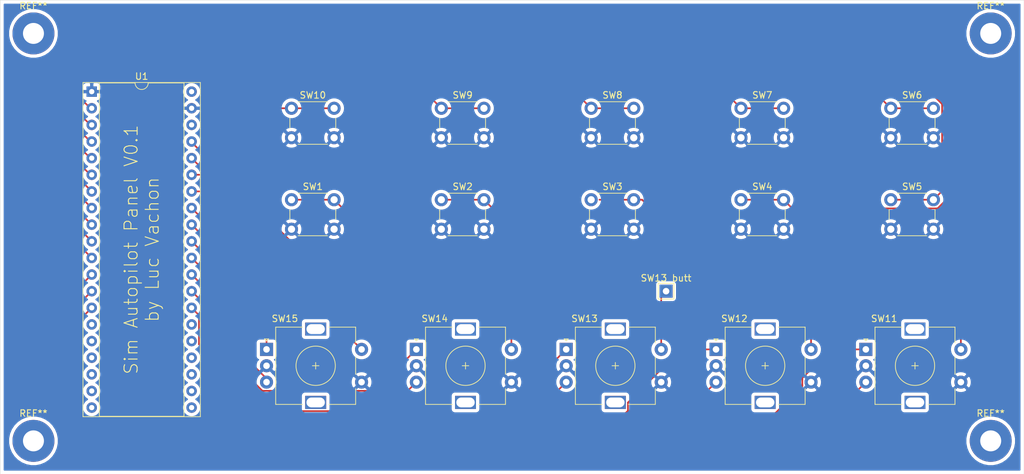
<source format=kicad_pcb>
(kicad_pcb (version 20171130) (host pcbnew "(5.1.6)-1")

  (general
    (thickness 1.6)
    (drawings 5)
    (tracks 145)
    (zones 0)
    (modules 21)
    (nets 29)
  )

  (page A4)
  (layers
    (0 F.Cu signal)
    (31 B.Cu signal)
    (32 B.Adhes user)
    (33 F.Adhes user)
    (34 B.Paste user)
    (35 F.Paste user)
    (36 B.SilkS user)
    (37 F.SilkS user)
    (38 B.Mask user)
    (39 F.Mask user)
    (40 Dwgs.User user)
    (41 Cmts.User user)
    (42 Eco1.User user)
    (43 Eco2.User user)
    (44 Edge.Cuts user)
    (45 Margin user)
    (46 B.CrtYd user)
    (47 F.CrtYd user)
    (48 B.Fab user hide)
    (49 F.Fab user hide)
  )

  (setup
    (last_trace_width 0.25)
    (user_trace_width 0.5)
    (user_trace_width 0.75)
    (user_trace_width 1)
    (trace_clearance 0.2)
    (zone_clearance 0.508)
    (zone_45_only no)
    (trace_min 0.2)
    (via_size 0.8)
    (via_drill 0.4)
    (via_min_size 0.4)
    (via_min_drill 0.3)
    (uvia_size 0.3)
    (uvia_drill 0.1)
    (uvias_allowed no)
    (uvia_min_size 0.2)
    (uvia_min_drill 0.1)
    (edge_width 0.05)
    (segment_width 0.2)
    (pcb_text_width 0.3)
    (pcb_text_size 1.5 1.5)
    (mod_edge_width 0.12)
    (mod_text_size 1 1)
    (mod_text_width 0.15)
    (pad_size 2 2)
    (pad_drill 1)
    (pad_to_mask_clearance 0.05)
    (aux_axis_origin 0 0)
    (visible_elements 7FFFFFFF)
    (pcbplotparams
      (layerselection 0x010f0_ffffffff)
      (usegerberextensions false)
      (usegerberattributes true)
      (usegerberadvancedattributes true)
      (creategerberjobfile true)
      (excludeedgelayer true)
      (linewidth 0.100000)
      (plotframeref false)
      (viasonmask false)
      (mode 1)
      (useauxorigin false)
      (hpglpennumber 1)
      (hpglpenspeed 20)
      (hpglpendiameter 15.000000)
      (psnegative false)
      (psa4output false)
      (plotreference true)
      (plotvalue true)
      (plotinvisibletext false)
      (padsonsilk false)
      (subtractmaskfromsilk false)
      (outputformat 1)
      (mirror false)
      (drillshape 0)
      (scaleselection 1)
      (outputdirectory "./"))
  )

  (net 0 "")
  (net 1 "Net-(SW1-Pad1)")
  (net 2 "Net-(SW2-Pad1)")
  (net 3 "Net-(SW3-Pad1)")
  (net 4 "Net-(SW4-Pad1)")
  (net 5 "Net-(SW5-Pad1)")
  (net 6 "Net-(SW6-Pad1)")
  (net 7 "Net-(SW7-Pad1)")
  (net 8 "Net-(SW8-Pad1)")
  (net 9 "Net-(SW9-Pad1)")
  (net 10 "Net-(SW10-Pad1)")
  (net 11 "Net-(SW11-PadA)")
  (net 12 GND)
  (net 13 "Net-(SW11-PadB)")
  (net 14 "Net-(SW11-PadS2)")
  (net 15 "Net-(SW12-PadA)")
  (net 16 "Net-(SW12-PadB)")
  (net 17 "Net-(SW12-PadS2)")
  (net 18 "Net-(SW13-PadA)")
  (net 19 "Net-(SW13-PadB)")
  (net 20 "Net-(SW13-PadS2)")
  (net 21 "Net-(SW14-PadA)")
  (net 22 "Net-(SW14-PadB)")
  (net 23 "Net-(SW14-PadS2)")
  (net 24 "Net-(SW15-PadA)")
  (net 25 "Net-(SW15-PadB)")
  (net 26 "Net-(SW15-PadS2)")
  (net 27 "Net-(U1-Pad40)")
  (net 28 "Net-(U1-Pad38)")

  (net_class Default "This is the default net class."
    (clearance 0.2)
    (trace_width 0.25)
    (via_dia 0.8)
    (via_drill 0.4)
    (uvia_dia 0.3)
    (uvia_drill 0.1)
    (add_net GND)
    (add_net "Net-(SW1-Pad1)")
    (add_net "Net-(SW10-Pad1)")
    (add_net "Net-(SW11-PadA)")
    (add_net "Net-(SW11-PadB)")
    (add_net "Net-(SW11-PadS2)")
    (add_net "Net-(SW12-PadA)")
    (add_net "Net-(SW12-PadB)")
    (add_net "Net-(SW12-PadS2)")
    (add_net "Net-(SW13-PadA)")
    (add_net "Net-(SW13-PadB)")
    (add_net "Net-(SW13-PadS2)")
    (add_net "Net-(SW14-PadA)")
    (add_net "Net-(SW14-PadB)")
    (add_net "Net-(SW14-PadS2)")
    (add_net "Net-(SW15-PadA)")
    (add_net "Net-(SW15-PadB)")
    (add_net "Net-(SW15-PadS2)")
    (add_net "Net-(SW2-Pad1)")
    (add_net "Net-(SW3-Pad1)")
    (add_net "Net-(SW4-Pad1)")
    (add_net "Net-(SW5-Pad1)")
    (add_net "Net-(SW6-Pad1)")
    (add_net "Net-(SW7-Pad1)")
    (add_net "Net-(SW8-Pad1)")
    (add_net "Net-(SW9-Pad1)")
    (add_net "Net-(U1-Pad38)")
    (add_net "Net-(U1-Pad40)")
  )

  (module MountingHole:MountingHole_3.2mm_M3_Pad (layer F.Cu) (tedit 56D1B4CB) (tstamp 5F46021C)
    (at 30.48 66.04)
    (descr "Mounting Hole 3.2mm, M3")
    (tags "mounting hole 3.2mm m3")
    (attr virtual)
    (fp_text reference REF** (at 0 -4.2) (layer F.SilkS)
      (effects (font (size 1 1) (thickness 0.15)))
    )
    (fp_text value MountingHole_3.2mm_M3_Pad (at 0 4.2) (layer F.Fab)
      (effects (font (size 1 1) (thickness 0.15)))
    )
    (fp_circle (center 0 0) (end 3.45 0) (layer F.CrtYd) (width 0.05))
    (fp_circle (center 0 0) (end 3.2 0) (layer Cmts.User) (width 0.15))
    (fp_text user %R (at 0.3 0) (layer F.Fab)
      (effects (font (size 1 1) (thickness 0.15)))
    )
    (pad 1 thru_hole circle (at 0 0) (size 6.4 6.4) (drill 3.2) (layers *.Cu *.Mask))
  )

  (module MountingHole:MountingHole_3.2mm_M3_Pad (layer F.Cu) (tedit 56D1B4CB) (tstamp 5F4601F8)
    (at 30.48 128.27)
    (descr "Mounting Hole 3.2mm, M3")
    (tags "mounting hole 3.2mm m3")
    (attr virtual)
    (fp_text reference REF** (at 0 -4.2) (layer F.SilkS)
      (effects (font (size 1 1) (thickness 0.15)))
    )
    (fp_text value MountingHole_3.2mm_M3_Pad (at 0 4.2) (layer F.Fab)
      (effects (font (size 1 1) (thickness 0.15)))
    )
    (fp_circle (center 0 0) (end 3.45 0) (layer F.CrtYd) (width 0.05))
    (fp_circle (center 0 0) (end 3.2 0) (layer Cmts.User) (width 0.15))
    (fp_text user %R (at 0.3 0) (layer F.Fab)
      (effects (font (size 1 1) (thickness 0.15)))
    )
    (pad 1 thru_hole circle (at 0 0) (size 6.4 6.4) (drill 3.2) (layers *.Cu *.Mask))
  )

  (module MountingHole:MountingHole_3.2mm_M3_Pad (layer F.Cu) (tedit 56D1B4CB) (tstamp 5F4601D4)
    (at 176.53 128.27)
    (descr "Mounting Hole 3.2mm, M3")
    (tags "mounting hole 3.2mm m3")
    (attr virtual)
    (fp_text reference REF** (at 0 -4.2) (layer F.SilkS)
      (effects (font (size 1 1) (thickness 0.15)))
    )
    (fp_text value MountingHole_3.2mm_M3_Pad (at 0 4.2) (layer F.Fab)
      (effects (font (size 1 1) (thickness 0.15)))
    )
    (fp_circle (center 0 0) (end 3.45 0) (layer F.CrtYd) (width 0.05))
    (fp_circle (center 0 0) (end 3.2 0) (layer Cmts.User) (width 0.15))
    (fp_text user %R (at 0.3 0) (layer F.Fab)
      (effects (font (size 1 1) (thickness 0.15)))
    )
    (pad 1 thru_hole circle (at 0 0) (size 6.4 6.4) (drill 3.2) (layers *.Cu *.Mask))
  )

  (module MountingHole:MountingHole_3.2mm_M3_Pad (layer F.Cu) (tedit 56D1B4CB) (tstamp 5F4601B0)
    (at 176.53 66.04)
    (descr "Mounting Hole 3.2mm, M3")
    (tags "mounting hole 3.2mm m3")
    (attr virtual)
    (fp_text reference REF** (at 0 -4.2) (layer F.SilkS)
      (effects (font (size 1 1) (thickness 0.15)))
    )
    (fp_text value MountingHole_3.2mm_M3_Pad (at 0 4.2) (layer F.Fab)
      (effects (font (size 1 1) (thickness 0.15)))
    )
    (fp_circle (center 0 0) (end 3.45 0) (layer F.CrtYd) (width 0.05))
    (fp_circle (center 0 0) (end 3.2 0) (layer Cmts.User) (width 0.15))
    (fp_text user %R (at 0.3 0) (layer F.Fab)
      (effects (font (size 1 1) (thickness 0.15)))
    )
    (pad 1 thru_hole circle (at 0 0) (size 6.4 6.4) (drill 3.2) (layers *.Cu *.Mask))
  )

  (module TestPoint:TestPoint_THTPad_2.0x2.0mm_Drill1.0mm (layer F.Cu) (tedit 5F45E6C9) (tstamp 5F4600F1)
    (at 127 105.41)
    (descr "THT rectangular pad as test Point, square 2.0mm_Drill1.0mm  side length, hole diameter 1.0mm")
    (tags "test point THT pad rectangle square")
    (attr virtual)
    (fp_text reference "SW13 butt" (at 0 -1.998) (layer F.SilkS)
      (effects (font (size 1 1) (thickness 0.15)))
    )
    (fp_text value "Xtra Switch" (at 0 2.05) (layer F.Fab)
      (effects (font (size 1 1) (thickness 0.15)))
    )
    (fp_line (start 1.5 1.5) (end -1.5 1.5) (layer F.CrtYd) (width 0.05))
    (fp_line (start 1.5 1.5) (end 1.5 -1.5) (layer F.CrtYd) (width 0.05))
    (fp_line (start -1.5 -1.5) (end -1.5 1.5) (layer F.CrtYd) (width 0.05))
    (fp_line (start -1.5 -1.5) (end 1.5 -1.5) (layer F.CrtYd) (width 0.05))
    (fp_line (start -1.2 1.2) (end -1.2 -1.2) (layer F.SilkS) (width 0.12))
    (fp_line (start 1.2 1.2) (end -1.2 1.2) (layer F.SilkS) (width 0.12))
    (fp_line (start 1.2 -1.2) (end 1.2 1.2) (layer F.SilkS) (width 0.12))
    (fp_line (start -1.2 -1.2) (end 1.2 -1.2) (layer F.SilkS) (width 0.12))
    (fp_text user %R (at 0 -2) (layer F.Fab)
      (effects (font (size 1 1) (thickness 0.15)))
    )
    (pad 1 thru_hole rect (at 0 0) (size 2 2) (drill 1) (layers *.Cu *.Mask)
      (net 20 "Net-(SW13-PadS2)"))
  )

  (module Package_DIP:DIP-40_W15.24mm_Socket (layer F.Cu) (tedit 5A02E8C5) (tstamp 5F45FC53)
    (at 39.37 74.93)
    (descr "40-lead though-hole mounted DIP package, row spacing 15.24 mm (600 mils), Socket")
    (tags "THT DIP DIL PDIP 2.54mm 15.24mm 600mil Socket")
    (path /5F479B1F)
    (fp_text reference U1 (at 7.62 -2.33) (layer F.SilkS)
      (effects (font (size 1 1) (thickness 0.15)))
    )
    (fp_text value Teensy3_2 (at 7.62 50.59) (layer F.Fab)
      (effects (font (size 1 1) (thickness 0.15)))
    )
    (fp_line (start 16.8 -1.6) (end -1.55 -1.6) (layer F.CrtYd) (width 0.05))
    (fp_line (start 16.8 49.85) (end 16.8 -1.6) (layer F.CrtYd) (width 0.05))
    (fp_line (start -1.55 49.85) (end 16.8 49.85) (layer F.CrtYd) (width 0.05))
    (fp_line (start -1.55 -1.6) (end -1.55 49.85) (layer F.CrtYd) (width 0.05))
    (fp_line (start 16.57 -1.39) (end -1.33 -1.39) (layer F.SilkS) (width 0.12))
    (fp_line (start 16.57 49.65) (end 16.57 -1.39) (layer F.SilkS) (width 0.12))
    (fp_line (start -1.33 49.65) (end 16.57 49.65) (layer F.SilkS) (width 0.12))
    (fp_line (start -1.33 -1.39) (end -1.33 49.65) (layer F.SilkS) (width 0.12))
    (fp_line (start 14.08 -1.33) (end 8.62 -1.33) (layer F.SilkS) (width 0.12))
    (fp_line (start 14.08 49.59) (end 14.08 -1.33) (layer F.SilkS) (width 0.12))
    (fp_line (start 1.16 49.59) (end 14.08 49.59) (layer F.SilkS) (width 0.12))
    (fp_line (start 1.16 -1.33) (end 1.16 49.59) (layer F.SilkS) (width 0.12))
    (fp_line (start 6.62 -1.33) (end 1.16 -1.33) (layer F.SilkS) (width 0.12))
    (fp_line (start 16.51 -1.33) (end -1.27 -1.33) (layer F.Fab) (width 0.1))
    (fp_line (start 16.51 49.59) (end 16.51 -1.33) (layer F.Fab) (width 0.1))
    (fp_line (start -1.27 49.59) (end 16.51 49.59) (layer F.Fab) (width 0.1))
    (fp_line (start -1.27 -1.33) (end -1.27 49.59) (layer F.Fab) (width 0.1))
    (fp_line (start 0.255 -0.27) (end 1.255 -1.27) (layer F.Fab) (width 0.1))
    (fp_line (start 0.255 49.53) (end 0.255 -0.27) (layer F.Fab) (width 0.1))
    (fp_line (start 14.985 49.53) (end 0.255 49.53) (layer F.Fab) (width 0.1))
    (fp_line (start 14.985 -1.27) (end 14.985 49.53) (layer F.Fab) (width 0.1))
    (fp_line (start 1.255 -1.27) (end 14.985 -1.27) (layer F.Fab) (width 0.1))
    (fp_text user %R (at 7.62 24.13) (layer F.Fab)
      (effects (font (size 1 1) (thickness 0.15)))
    )
    (fp_arc (start 7.62 -1.33) (end 6.62 -1.33) (angle -180) (layer F.SilkS) (width 0.12))
    (pad 40 thru_hole oval (at 15.24 0) (size 1.6 1.6) (drill 0.8) (layers *.Cu *.Mask)
      (net 27 "Net-(U1-Pad40)"))
    (pad 20 thru_hole oval (at 0 48.26) (size 1.6 1.6) (drill 0.8) (layers *.Cu *.Mask))
    (pad 39 thru_hole oval (at 15.24 2.54) (size 1.6 1.6) (drill 0.8) (layers *.Cu *.Mask)
      (net 12 GND))
    (pad 19 thru_hole oval (at 0 45.72) (size 1.6 1.6) (drill 0.8) (layers *.Cu *.Mask))
    (pad 38 thru_hole oval (at 15.24 5.08) (size 1.6 1.6) (drill 0.8) (layers *.Cu *.Mask)
      (net 28 "Net-(U1-Pad38)"))
    (pad 18 thru_hole oval (at 0 43.18) (size 1.6 1.6) (drill 0.8) (layers *.Cu *.Mask))
    (pad 37 thru_hole oval (at 15.24 7.62) (size 1.6 1.6) (drill 0.8) (layers *.Cu *.Mask)
      (net 14 "Net-(SW11-PadS2)"))
    (pad 17 thru_hole oval (at 0 40.64) (size 1.6 1.6) (drill 0.8) (layers *.Cu *.Mask))
    (pad 36 thru_hole oval (at 15.24 10.16) (size 1.6 1.6) (drill 0.8) (layers *.Cu *.Mask)
      (net 17 "Net-(SW12-PadS2)"))
    (pad 16 thru_hole oval (at 0 38.1) (size 1.6 1.6) (drill 0.8) (layers *.Cu *.Mask))
    (pad 35 thru_hole oval (at 15.24 12.7) (size 1.6 1.6) (drill 0.8) (layers *.Cu *.Mask)
      (net 23 "Net-(SW14-PadS2)"))
    (pad 15 thru_hole oval (at 0 35.56) (size 1.6 1.6) (drill 0.8) (layers *.Cu *.Mask))
    (pad 34 thru_hole oval (at 15.24 15.24) (size 1.6 1.6) (drill 0.8) (layers *.Cu *.Mask)
      (net 26 "Net-(SW15-PadS2)"))
    (pad 14 thru_hole oval (at 0 33.02) (size 1.6 1.6) (drill 0.8) (layers *.Cu *.Mask)
      (net 16 "Net-(SW12-PadB)"))
    (pad 33 thru_hole oval (at 15.24 17.78) (size 1.6 1.6) (drill 0.8) (layers *.Cu *.Mask)
      (net 24 "Net-(SW15-PadA)"))
    (pad 13 thru_hole oval (at 0 30.48) (size 1.6 1.6) (drill 0.8) (layers *.Cu *.Mask)
      (net 11 "Net-(SW11-PadA)"))
    (pad 32 thru_hole oval (at 15.24 20.32) (size 1.6 1.6) (drill 0.8) (layers *.Cu *.Mask)
      (net 25 "Net-(SW15-PadB)"))
    (pad 12 thru_hole oval (at 0 27.94) (size 1.6 1.6) (drill 0.8) (layers *.Cu *.Mask)
      (net 13 "Net-(SW11-PadB)"))
    (pad 31 thru_hole oval (at 15.24 22.86) (size 1.6 1.6) (drill 0.8) (layers *.Cu *.Mask)
      (net 21 "Net-(SW14-PadA)"))
    (pad 11 thru_hole oval (at 0 25.4) (size 1.6 1.6) (drill 0.8) (layers *.Cu *.Mask)
      (net 1 "Net-(SW1-Pad1)"))
    (pad 30 thru_hole oval (at 15.24 25.4) (size 1.6 1.6) (drill 0.8) (layers *.Cu *.Mask)
      (net 22 "Net-(SW14-PadB)"))
    (pad 10 thru_hole oval (at 0 22.86) (size 1.6 1.6) (drill 0.8) (layers *.Cu *.Mask)
      (net 2 "Net-(SW2-Pad1)"))
    (pad 29 thru_hole oval (at 15.24 27.94) (size 1.6 1.6) (drill 0.8) (layers *.Cu *.Mask)
      (net 18 "Net-(SW13-PadA)"))
    (pad 9 thru_hole oval (at 0 20.32) (size 1.6 1.6) (drill 0.8) (layers *.Cu *.Mask)
      (net 3 "Net-(SW3-Pad1)"))
    (pad 28 thru_hole oval (at 15.24 30.48) (size 1.6 1.6) (drill 0.8) (layers *.Cu *.Mask)
      (net 19 "Net-(SW13-PadB)"))
    (pad 8 thru_hole oval (at 0 17.78) (size 1.6 1.6) (drill 0.8) (layers *.Cu *.Mask)
      (net 4 "Net-(SW4-Pad1)"))
    (pad 27 thru_hole oval (at 15.24 33.02) (size 1.6 1.6) (drill 0.8) (layers *.Cu *.Mask)
      (net 15 "Net-(SW12-PadA)"))
    (pad 7 thru_hole oval (at 0 15.24) (size 1.6 1.6) (drill 0.8) (layers *.Cu *.Mask)
      (net 5 "Net-(SW5-Pad1)"))
    (pad 26 thru_hole oval (at 15.24 35.56) (size 1.6 1.6) (drill 0.8) (layers *.Cu *.Mask))
    (pad 6 thru_hole oval (at 0 12.7) (size 1.6 1.6) (drill 0.8) (layers *.Cu *.Mask)
      (net 6 "Net-(SW6-Pad1)"))
    (pad 25 thru_hole oval (at 15.24 38.1) (size 1.6 1.6) (drill 0.8) (layers *.Cu *.Mask))
    (pad 5 thru_hole oval (at 0 10.16) (size 1.6 1.6) (drill 0.8) (layers *.Cu *.Mask)
      (net 7 "Net-(SW7-Pad1)"))
    (pad 24 thru_hole oval (at 15.24 40.64) (size 1.6 1.6) (drill 0.8) (layers *.Cu *.Mask))
    (pad 4 thru_hole oval (at 0 7.62) (size 1.6 1.6) (drill 0.8) (layers *.Cu *.Mask)
      (net 8 "Net-(SW8-Pad1)"))
    (pad 23 thru_hole oval (at 15.24 43.18) (size 1.6 1.6) (drill 0.8) (layers *.Cu *.Mask))
    (pad 3 thru_hole oval (at 0 5.08) (size 1.6 1.6) (drill 0.8) (layers *.Cu *.Mask)
      (net 9 "Net-(SW9-Pad1)"))
    (pad 22 thru_hole oval (at 15.24 45.72) (size 1.6 1.6) (drill 0.8) (layers *.Cu *.Mask))
    (pad 2 thru_hole oval (at 0 2.54) (size 1.6 1.6) (drill 0.8) (layers *.Cu *.Mask)
      (net 10 "Net-(SW10-Pad1)"))
    (pad 21 thru_hole oval (at 15.24 48.26) (size 1.6 1.6) (drill 0.8) (layers *.Cu *.Mask))
    (pad 1 thru_hole rect (at 0 0) (size 1.6 1.6) (drill 0.8) (layers *.Cu *.Mask)
      (net 12 GND))
    (model ${KISYS3DMOD}/Package_DIP.3dshapes/DIP-40_W15.24mm_Socket.wrl
      (at (xyz 0 0 0))
      (scale (xyz 1 1 1))
      (rotate (xyz 0 0 0))
    )
  )

  (module Button_Switch_THT:SW_PUSH_6mm (layer F.Cu) (tedit 5A02FE31) (tstamp 5F467D81)
    (at 138.43 77.47)
    (descr https://www.omron.com/ecb/products/pdf/en-b3f.pdf)
    (tags "tact sw push 6mm")
    (path /5F538273)
    (fp_text reference SW7 (at 3.25 -2) (layer F.SilkS)
      (effects (font (size 1 1) (thickness 0.15)))
    )
    (fp_text value My2pin_SW_MEC_5G (at 3.75 6.7) (layer F.Fab)
      (effects (font (size 1 1) (thickness 0.15)))
    )
    (fp_line (start 3.25 -0.75) (end 6.25 -0.75) (layer F.Fab) (width 0.1))
    (fp_line (start 6.25 -0.75) (end 6.25 5.25) (layer F.Fab) (width 0.1))
    (fp_line (start 6.25 5.25) (end 0.25 5.25) (layer F.Fab) (width 0.1))
    (fp_line (start 0.25 5.25) (end 0.25 -0.75) (layer F.Fab) (width 0.1))
    (fp_line (start 0.25 -0.75) (end 3.25 -0.75) (layer F.Fab) (width 0.1))
    (fp_line (start 7.75 6) (end 8 6) (layer F.CrtYd) (width 0.05))
    (fp_line (start 8 6) (end 8 5.75) (layer F.CrtYd) (width 0.05))
    (fp_line (start 7.75 -1.5) (end 8 -1.5) (layer F.CrtYd) (width 0.05))
    (fp_line (start 8 -1.5) (end 8 -1.25) (layer F.CrtYd) (width 0.05))
    (fp_line (start -1.5 -1.25) (end -1.5 -1.5) (layer F.CrtYd) (width 0.05))
    (fp_line (start -1.5 -1.5) (end -1.25 -1.5) (layer F.CrtYd) (width 0.05))
    (fp_line (start -1.5 5.75) (end -1.5 6) (layer F.CrtYd) (width 0.05))
    (fp_line (start -1.5 6) (end -1.25 6) (layer F.CrtYd) (width 0.05))
    (fp_line (start -1.25 -1.5) (end 7.75 -1.5) (layer F.CrtYd) (width 0.05))
    (fp_line (start -1.5 5.75) (end -1.5 -1.25) (layer F.CrtYd) (width 0.05))
    (fp_line (start 7.75 6) (end -1.25 6) (layer F.CrtYd) (width 0.05))
    (fp_line (start 8 -1.25) (end 8 5.75) (layer F.CrtYd) (width 0.05))
    (fp_line (start 1 5.5) (end 5.5 5.5) (layer F.SilkS) (width 0.12))
    (fp_line (start -0.25 1.5) (end -0.25 3) (layer F.SilkS) (width 0.12))
    (fp_line (start 5.5 -1) (end 1 -1) (layer F.SilkS) (width 0.12))
    (fp_line (start 6.75 3) (end 6.75 1.5) (layer F.SilkS) (width 0.12))
    (fp_circle (center 3.25 2.25) (end 1.25 2.5) (layer F.Fab) (width 0.1))
    (fp_text user %R (at 3.25 2.25) (layer F.Fab)
      (effects (font (size 1 1) (thickness 0.15)))
    )
    (pad 1 thru_hole circle (at 6.5 0 90) (size 2 2) (drill 1.1) (layers *.Cu *.Mask)
      (net 7 "Net-(SW7-Pad1)"))
    (pad 2 thru_hole circle (at 6.5 4.5 90) (size 2 2) (drill 1.1) (layers *.Cu *.Mask)
      (net 12 GND))
    (pad 1 thru_hole circle (at 0 0 90) (size 2 2) (drill 1.1) (layers *.Cu *.Mask)
      (net 7 "Net-(SW7-Pad1)"))
    (pad 2 thru_hole circle (at 0 4.5 90) (size 2 2) (drill 1.1) (layers *.Cu *.Mask)
      (net 12 GND))
    (model ${KISYS3DMOD}/Button_Switch_THT.3dshapes/SW_PUSH_6mm.wrl
      (at (xyz 0 0 0))
      (scale (xyz 1 1 1))
      (rotate (xyz 0 0 0))
    )
  )

  (module Button_Switch_THT:SW_PUSH_6mm (layer F.Cu) (tedit 5A02FE31) (tstamp 5F467CC7)
    (at 69.85 91.44)
    (descr https://www.omron.com/ecb/products/pdf/en-b3f.pdf)
    (tags "tact sw push 6mm")
    (path /5F5334DC)
    (fp_text reference SW1 (at 3.25 -2) (layer F.SilkS)
      (effects (font (size 1 1) (thickness 0.15)))
    )
    (fp_text value My2pin_SW_MEC_5G (at 3.75 6.7) (layer F.Fab)
      (effects (font (size 1 1) (thickness 0.15)))
    )
    (fp_line (start 3.25 -0.75) (end 6.25 -0.75) (layer F.Fab) (width 0.1))
    (fp_line (start 6.25 -0.75) (end 6.25 5.25) (layer F.Fab) (width 0.1))
    (fp_line (start 6.25 5.25) (end 0.25 5.25) (layer F.Fab) (width 0.1))
    (fp_line (start 0.25 5.25) (end 0.25 -0.75) (layer F.Fab) (width 0.1))
    (fp_line (start 0.25 -0.75) (end 3.25 -0.75) (layer F.Fab) (width 0.1))
    (fp_line (start 7.75 6) (end 8 6) (layer F.CrtYd) (width 0.05))
    (fp_line (start 8 6) (end 8 5.75) (layer F.CrtYd) (width 0.05))
    (fp_line (start 7.75 -1.5) (end 8 -1.5) (layer F.CrtYd) (width 0.05))
    (fp_line (start 8 -1.5) (end 8 -1.25) (layer F.CrtYd) (width 0.05))
    (fp_line (start -1.5 -1.25) (end -1.5 -1.5) (layer F.CrtYd) (width 0.05))
    (fp_line (start -1.5 -1.5) (end -1.25 -1.5) (layer F.CrtYd) (width 0.05))
    (fp_line (start -1.5 5.75) (end -1.5 6) (layer F.CrtYd) (width 0.05))
    (fp_line (start -1.5 6) (end -1.25 6) (layer F.CrtYd) (width 0.05))
    (fp_line (start -1.25 -1.5) (end 7.75 -1.5) (layer F.CrtYd) (width 0.05))
    (fp_line (start -1.5 5.75) (end -1.5 -1.25) (layer F.CrtYd) (width 0.05))
    (fp_line (start 7.75 6) (end -1.25 6) (layer F.CrtYd) (width 0.05))
    (fp_line (start 8 -1.25) (end 8 5.75) (layer F.CrtYd) (width 0.05))
    (fp_line (start 1 5.5) (end 5.5 5.5) (layer F.SilkS) (width 0.12))
    (fp_line (start -0.25 1.5) (end -0.25 3) (layer F.SilkS) (width 0.12))
    (fp_line (start 5.5 -1) (end 1 -1) (layer F.SilkS) (width 0.12))
    (fp_line (start 6.75 3) (end 6.75 1.5) (layer F.SilkS) (width 0.12))
    (fp_circle (center 3.25 2.25) (end 1.25 2.5) (layer F.Fab) (width 0.1))
    (fp_text user %R (at 3.25 2.25) (layer F.Fab)
      (effects (font (size 1 1) (thickness 0.15)))
    )
    (pad 1 thru_hole circle (at 6.5 0 90) (size 2 2) (drill 1.1) (layers *.Cu *.Mask)
      (net 1 "Net-(SW1-Pad1)"))
    (pad 2 thru_hole circle (at 6.5 4.5 90) (size 2 2) (drill 1.1) (layers *.Cu *.Mask)
      (net 12 GND))
    (pad 1 thru_hole circle (at 0 0 90) (size 2 2) (drill 1.1) (layers *.Cu *.Mask)
      (net 1 "Net-(SW1-Pad1)"))
    (pad 2 thru_hole circle (at 0 4.5 90) (size 2 2) (drill 1.1) (layers *.Cu *.Mask)
      (net 12 GND))
    (model ${KISYS3DMOD}/Button_Switch_THT.3dshapes/SW_PUSH_6mm.wrl
      (at (xyz 0 0 0))
      (scale (xyz 1 1 1))
      (rotate (xyz 0 0 0))
    )
  )

  (module Button_Switch_THT:SW_PUSH_6mm (layer F.Cu) (tedit 5A02FE31) (tstamp 5F467D05)
    (at 115.57 91.44)
    (descr https://www.omron.com/ecb/products/pdf/en-b3f.pdf)
    (tags "tact sw push 6mm")
    (path /5F5359C1)
    (fp_text reference SW3 (at 3.25 -2) (layer F.SilkS)
      (effects (font (size 1 1) (thickness 0.15)))
    )
    (fp_text value My2pin_SW_MEC_5G (at 3.75 6.7) (layer F.Fab)
      (effects (font (size 1 1) (thickness 0.15)))
    )
    (fp_circle (center 3.25 2.25) (end 1.25 2.5) (layer F.Fab) (width 0.1))
    (fp_line (start 6.75 3) (end 6.75 1.5) (layer F.SilkS) (width 0.12))
    (fp_line (start 5.5 -1) (end 1 -1) (layer F.SilkS) (width 0.12))
    (fp_line (start -0.25 1.5) (end -0.25 3) (layer F.SilkS) (width 0.12))
    (fp_line (start 1 5.5) (end 5.5 5.5) (layer F.SilkS) (width 0.12))
    (fp_line (start 8 -1.25) (end 8 5.75) (layer F.CrtYd) (width 0.05))
    (fp_line (start 7.75 6) (end -1.25 6) (layer F.CrtYd) (width 0.05))
    (fp_line (start -1.5 5.75) (end -1.5 -1.25) (layer F.CrtYd) (width 0.05))
    (fp_line (start -1.25 -1.5) (end 7.75 -1.5) (layer F.CrtYd) (width 0.05))
    (fp_line (start -1.5 6) (end -1.25 6) (layer F.CrtYd) (width 0.05))
    (fp_line (start -1.5 5.75) (end -1.5 6) (layer F.CrtYd) (width 0.05))
    (fp_line (start -1.5 -1.5) (end -1.25 -1.5) (layer F.CrtYd) (width 0.05))
    (fp_line (start -1.5 -1.25) (end -1.5 -1.5) (layer F.CrtYd) (width 0.05))
    (fp_line (start 8 -1.5) (end 8 -1.25) (layer F.CrtYd) (width 0.05))
    (fp_line (start 7.75 -1.5) (end 8 -1.5) (layer F.CrtYd) (width 0.05))
    (fp_line (start 8 6) (end 8 5.75) (layer F.CrtYd) (width 0.05))
    (fp_line (start 7.75 6) (end 8 6) (layer F.CrtYd) (width 0.05))
    (fp_line (start 0.25 -0.75) (end 3.25 -0.75) (layer F.Fab) (width 0.1))
    (fp_line (start 0.25 5.25) (end 0.25 -0.75) (layer F.Fab) (width 0.1))
    (fp_line (start 6.25 5.25) (end 0.25 5.25) (layer F.Fab) (width 0.1))
    (fp_line (start 6.25 -0.75) (end 6.25 5.25) (layer F.Fab) (width 0.1))
    (fp_line (start 3.25 -0.75) (end 6.25 -0.75) (layer F.Fab) (width 0.1))
    (fp_text user %R (at 3.25 2.25) (layer F.Fab)
      (effects (font (size 1 1) (thickness 0.15)))
    )
    (pad 2 thru_hole circle (at 0 4.5 90) (size 2 2) (drill 1.1) (layers *.Cu *.Mask)
      (net 12 GND))
    (pad 1 thru_hole circle (at 0 0 90) (size 2 2) (drill 1.1) (layers *.Cu *.Mask)
      (net 3 "Net-(SW3-Pad1)"))
    (pad 2 thru_hole circle (at 6.5 4.5 90) (size 2 2) (drill 1.1) (layers *.Cu *.Mask)
      (net 12 GND))
    (pad 1 thru_hole circle (at 6.5 0 90) (size 2 2) (drill 1.1) (layers *.Cu *.Mask)
      (net 3 "Net-(SW3-Pad1)"))
    (model ${KISYS3DMOD}/Button_Switch_THT.3dshapes/SW_PUSH_6mm.wrl
      (at (xyz 0 0 0))
      (scale (xyz 1 1 1))
      (rotate (xyz 0 0 0))
    )
  )

  (module Button_Switch_THT:SW_PUSH_6mm (layer F.Cu) (tedit 5A02FE31) (tstamp 5F467D43)
    (at 161.29 91.44)
    (descr https://www.omron.com/ecb/products/pdf/en-b3f.pdf)
    (tags "tact sw push 6mm")
    (path /5F53B4D1)
    (fp_text reference SW5 (at 3.25 -2) (layer F.SilkS)
      (effects (font (size 1 1) (thickness 0.15)))
    )
    (fp_text value My2pin_SW_MEC_5G (at 3.75 6.7) (layer F.Fab)
      (effects (font (size 1 1) (thickness 0.15)))
    )
    (fp_line (start 3.25 -0.75) (end 6.25 -0.75) (layer F.Fab) (width 0.1))
    (fp_line (start 6.25 -0.75) (end 6.25 5.25) (layer F.Fab) (width 0.1))
    (fp_line (start 6.25 5.25) (end 0.25 5.25) (layer F.Fab) (width 0.1))
    (fp_line (start 0.25 5.25) (end 0.25 -0.75) (layer F.Fab) (width 0.1))
    (fp_line (start 0.25 -0.75) (end 3.25 -0.75) (layer F.Fab) (width 0.1))
    (fp_line (start 7.75 6) (end 8 6) (layer F.CrtYd) (width 0.05))
    (fp_line (start 8 6) (end 8 5.75) (layer F.CrtYd) (width 0.05))
    (fp_line (start 7.75 -1.5) (end 8 -1.5) (layer F.CrtYd) (width 0.05))
    (fp_line (start 8 -1.5) (end 8 -1.25) (layer F.CrtYd) (width 0.05))
    (fp_line (start -1.5 -1.25) (end -1.5 -1.5) (layer F.CrtYd) (width 0.05))
    (fp_line (start -1.5 -1.5) (end -1.25 -1.5) (layer F.CrtYd) (width 0.05))
    (fp_line (start -1.5 5.75) (end -1.5 6) (layer F.CrtYd) (width 0.05))
    (fp_line (start -1.5 6) (end -1.25 6) (layer F.CrtYd) (width 0.05))
    (fp_line (start -1.25 -1.5) (end 7.75 -1.5) (layer F.CrtYd) (width 0.05))
    (fp_line (start -1.5 5.75) (end -1.5 -1.25) (layer F.CrtYd) (width 0.05))
    (fp_line (start 7.75 6) (end -1.25 6) (layer F.CrtYd) (width 0.05))
    (fp_line (start 8 -1.25) (end 8 5.75) (layer F.CrtYd) (width 0.05))
    (fp_line (start 1 5.5) (end 5.5 5.5) (layer F.SilkS) (width 0.12))
    (fp_line (start -0.25 1.5) (end -0.25 3) (layer F.SilkS) (width 0.12))
    (fp_line (start 5.5 -1) (end 1 -1) (layer F.SilkS) (width 0.12))
    (fp_line (start 6.75 3) (end 6.75 1.5) (layer F.SilkS) (width 0.12))
    (fp_circle (center 3.25 2.25) (end 1.25 2.5) (layer F.Fab) (width 0.1))
    (fp_text user %R (at 3.25 2.25) (layer F.Fab)
      (effects (font (size 1 1) (thickness 0.15)))
    )
    (pad 1 thru_hole circle (at 6.5 0 90) (size 2 2) (drill 1.1) (layers *.Cu *.Mask)
      (net 5 "Net-(SW5-Pad1)"))
    (pad 2 thru_hole circle (at 6.5 4.5 90) (size 2 2) (drill 1.1) (layers *.Cu *.Mask)
      (net 12 GND))
    (pad 1 thru_hole circle (at 0 0 90) (size 2 2) (drill 1.1) (layers *.Cu *.Mask)
      (net 5 "Net-(SW5-Pad1)"))
    (pad 2 thru_hole circle (at 0 4.5 90) (size 2 2) (drill 1.1) (layers *.Cu *.Mask)
      (net 12 GND))
    (model ${KISYS3DMOD}/Button_Switch_THT.3dshapes/SW_PUSH_6mm.wrl
      (at (xyz 0 0 0))
      (scale (xyz 1 1 1))
      (rotate (xyz 0 0 0))
    )
  )

  (module Button_Switch_THT:SW_PUSH_6mm (layer F.Cu) (tedit 5A02FE31) (tstamp 5F467CE6)
    (at 92.71 91.44)
    (descr https://www.omron.com/ecb/products/pdf/en-b3f.pdf)
    (tags "tact sw push 6mm")
    (path /5F533AA3)
    (fp_text reference SW2 (at 3.25 -2) (layer F.SilkS)
      (effects (font (size 1 1) (thickness 0.15)))
    )
    (fp_text value My2pin_SW_MEC_5G (at 3.75 6.7) (layer F.Fab)
      (effects (font (size 1 1) (thickness 0.15)))
    )
    (fp_line (start 3.25 -0.75) (end 6.25 -0.75) (layer F.Fab) (width 0.1))
    (fp_line (start 6.25 -0.75) (end 6.25 5.25) (layer F.Fab) (width 0.1))
    (fp_line (start 6.25 5.25) (end 0.25 5.25) (layer F.Fab) (width 0.1))
    (fp_line (start 0.25 5.25) (end 0.25 -0.75) (layer F.Fab) (width 0.1))
    (fp_line (start 0.25 -0.75) (end 3.25 -0.75) (layer F.Fab) (width 0.1))
    (fp_line (start 7.75 6) (end 8 6) (layer F.CrtYd) (width 0.05))
    (fp_line (start 8 6) (end 8 5.75) (layer F.CrtYd) (width 0.05))
    (fp_line (start 7.75 -1.5) (end 8 -1.5) (layer F.CrtYd) (width 0.05))
    (fp_line (start 8 -1.5) (end 8 -1.25) (layer F.CrtYd) (width 0.05))
    (fp_line (start -1.5 -1.25) (end -1.5 -1.5) (layer F.CrtYd) (width 0.05))
    (fp_line (start -1.5 -1.5) (end -1.25 -1.5) (layer F.CrtYd) (width 0.05))
    (fp_line (start -1.5 5.75) (end -1.5 6) (layer F.CrtYd) (width 0.05))
    (fp_line (start -1.5 6) (end -1.25 6) (layer F.CrtYd) (width 0.05))
    (fp_line (start -1.25 -1.5) (end 7.75 -1.5) (layer F.CrtYd) (width 0.05))
    (fp_line (start -1.5 5.75) (end -1.5 -1.25) (layer F.CrtYd) (width 0.05))
    (fp_line (start 7.75 6) (end -1.25 6) (layer F.CrtYd) (width 0.05))
    (fp_line (start 8 -1.25) (end 8 5.75) (layer F.CrtYd) (width 0.05))
    (fp_line (start 1 5.5) (end 5.5 5.5) (layer F.SilkS) (width 0.12))
    (fp_line (start -0.25 1.5) (end -0.25 3) (layer F.SilkS) (width 0.12))
    (fp_line (start 5.5 -1) (end 1 -1) (layer F.SilkS) (width 0.12))
    (fp_line (start 6.75 3) (end 6.75 1.5) (layer F.SilkS) (width 0.12))
    (fp_circle (center 3.25 2.25) (end 1.25 2.5) (layer F.Fab) (width 0.1))
    (fp_text user %R (at 3.25 2.25) (layer F.Fab)
      (effects (font (size 1 1) (thickness 0.15)))
    )
    (pad 1 thru_hole circle (at 6.5 0 90) (size 2 2) (drill 1.1) (layers *.Cu *.Mask)
      (net 2 "Net-(SW2-Pad1)"))
    (pad 2 thru_hole circle (at 6.5 4.5 90) (size 2 2) (drill 1.1) (layers *.Cu *.Mask)
      (net 12 GND))
    (pad 1 thru_hole circle (at 0 0 90) (size 2 2) (drill 1.1) (layers *.Cu *.Mask)
      (net 2 "Net-(SW2-Pad1)"))
    (pad 2 thru_hole circle (at 0 4.5 90) (size 2 2) (drill 1.1) (layers *.Cu *.Mask)
      (net 12 GND))
    (model ${KISYS3DMOD}/Button_Switch_THT.3dshapes/SW_PUSH_6mm.wrl
      (at (xyz 0 0 0))
      (scale (xyz 1 1 1))
      (rotate (xyz 0 0 0))
    )
  )

  (module Button_Switch_THT:SW_PUSH_6mm (layer F.Cu) (tedit 5A02FE31) (tstamp 5F467DDE)
    (at 69.85 77.47)
    (descr https://www.omron.com/ecb/products/pdf/en-b3f.pdf)
    (tags "tact sw push 6mm")
    (path /5F53D195)
    (fp_text reference SW10 (at 3.25 -2) (layer F.SilkS)
      (effects (font (size 1 1) (thickness 0.15)))
    )
    (fp_text value My2pin_SW_MEC_5G (at 3.75 6.7) (layer F.Fab)
      (effects (font (size 1 1) (thickness 0.15)))
    )
    (fp_line (start 3.25 -0.75) (end 6.25 -0.75) (layer F.Fab) (width 0.1))
    (fp_line (start 6.25 -0.75) (end 6.25 5.25) (layer F.Fab) (width 0.1))
    (fp_line (start 6.25 5.25) (end 0.25 5.25) (layer F.Fab) (width 0.1))
    (fp_line (start 0.25 5.25) (end 0.25 -0.75) (layer F.Fab) (width 0.1))
    (fp_line (start 0.25 -0.75) (end 3.25 -0.75) (layer F.Fab) (width 0.1))
    (fp_line (start 7.75 6) (end 8 6) (layer F.CrtYd) (width 0.05))
    (fp_line (start 8 6) (end 8 5.75) (layer F.CrtYd) (width 0.05))
    (fp_line (start 7.75 -1.5) (end 8 -1.5) (layer F.CrtYd) (width 0.05))
    (fp_line (start 8 -1.5) (end 8 -1.25) (layer F.CrtYd) (width 0.05))
    (fp_line (start -1.5 -1.25) (end -1.5 -1.5) (layer F.CrtYd) (width 0.05))
    (fp_line (start -1.5 -1.5) (end -1.25 -1.5) (layer F.CrtYd) (width 0.05))
    (fp_line (start -1.5 5.75) (end -1.5 6) (layer F.CrtYd) (width 0.05))
    (fp_line (start -1.5 6) (end -1.25 6) (layer F.CrtYd) (width 0.05))
    (fp_line (start -1.25 -1.5) (end 7.75 -1.5) (layer F.CrtYd) (width 0.05))
    (fp_line (start -1.5 5.75) (end -1.5 -1.25) (layer F.CrtYd) (width 0.05))
    (fp_line (start 7.75 6) (end -1.25 6) (layer F.CrtYd) (width 0.05))
    (fp_line (start 8 -1.25) (end 8 5.75) (layer F.CrtYd) (width 0.05))
    (fp_line (start 1 5.5) (end 5.5 5.5) (layer F.SilkS) (width 0.12))
    (fp_line (start -0.25 1.5) (end -0.25 3) (layer F.SilkS) (width 0.12))
    (fp_line (start 5.5 -1) (end 1 -1) (layer F.SilkS) (width 0.12))
    (fp_line (start 6.75 3) (end 6.75 1.5) (layer F.SilkS) (width 0.12))
    (fp_circle (center 3.25 2.25) (end 1.25 2.5) (layer F.Fab) (width 0.1))
    (fp_text user %R (at 3.25 2.25) (layer F.Fab)
      (effects (font (size 1 1) (thickness 0.15)))
    )
    (pad 1 thru_hole circle (at 6.5 0 90) (size 2 2) (drill 1.1) (layers *.Cu *.Mask)
      (net 10 "Net-(SW10-Pad1)"))
    (pad 2 thru_hole circle (at 6.5 4.5 90) (size 2 2) (drill 1.1) (layers *.Cu *.Mask)
      (net 12 GND))
    (pad 1 thru_hole circle (at 0 0 90) (size 2 2) (drill 1.1) (layers *.Cu *.Mask)
      (net 10 "Net-(SW10-Pad1)"))
    (pad 2 thru_hole circle (at 0 4.5 90) (size 2 2) (drill 1.1) (layers *.Cu *.Mask)
      (net 12 GND))
    (model ${KISYS3DMOD}/Button_Switch_THT.3dshapes/SW_PUSH_6mm.wrl
      (at (xyz 0 0 0))
      (scale (xyz 1 1 1))
      (rotate (xyz 0 0 0))
    )
  )

  (module Button_Switch_THT:SW_PUSH_6mm (layer F.Cu) (tedit 5A02FE31) (tstamp 5F467DBF)
    (at 92.71 77.47)
    (descr https://www.omron.com/ecb/products/pdf/en-b3f.pdf)
    (tags "tact sw push 6mm")
    (path /5F538287)
    (fp_text reference SW9 (at 3.25 -2) (layer F.SilkS)
      (effects (font (size 1 1) (thickness 0.15)))
    )
    (fp_text value My2pin_SW_MEC_5G (at 3.75 6.7) (layer F.Fab)
      (effects (font (size 1 1) (thickness 0.15)))
    )
    (fp_line (start 3.25 -0.75) (end 6.25 -0.75) (layer F.Fab) (width 0.1))
    (fp_line (start 6.25 -0.75) (end 6.25 5.25) (layer F.Fab) (width 0.1))
    (fp_line (start 6.25 5.25) (end 0.25 5.25) (layer F.Fab) (width 0.1))
    (fp_line (start 0.25 5.25) (end 0.25 -0.75) (layer F.Fab) (width 0.1))
    (fp_line (start 0.25 -0.75) (end 3.25 -0.75) (layer F.Fab) (width 0.1))
    (fp_line (start 7.75 6) (end 8 6) (layer F.CrtYd) (width 0.05))
    (fp_line (start 8 6) (end 8 5.75) (layer F.CrtYd) (width 0.05))
    (fp_line (start 7.75 -1.5) (end 8 -1.5) (layer F.CrtYd) (width 0.05))
    (fp_line (start 8 -1.5) (end 8 -1.25) (layer F.CrtYd) (width 0.05))
    (fp_line (start -1.5 -1.25) (end -1.5 -1.5) (layer F.CrtYd) (width 0.05))
    (fp_line (start -1.5 -1.5) (end -1.25 -1.5) (layer F.CrtYd) (width 0.05))
    (fp_line (start -1.5 5.75) (end -1.5 6) (layer F.CrtYd) (width 0.05))
    (fp_line (start -1.5 6) (end -1.25 6) (layer F.CrtYd) (width 0.05))
    (fp_line (start -1.25 -1.5) (end 7.75 -1.5) (layer F.CrtYd) (width 0.05))
    (fp_line (start -1.5 5.75) (end -1.5 -1.25) (layer F.CrtYd) (width 0.05))
    (fp_line (start 7.75 6) (end -1.25 6) (layer F.CrtYd) (width 0.05))
    (fp_line (start 8 -1.25) (end 8 5.75) (layer F.CrtYd) (width 0.05))
    (fp_line (start 1 5.5) (end 5.5 5.5) (layer F.SilkS) (width 0.12))
    (fp_line (start -0.25 1.5) (end -0.25 3) (layer F.SilkS) (width 0.12))
    (fp_line (start 5.5 -1) (end 1 -1) (layer F.SilkS) (width 0.12))
    (fp_line (start 6.75 3) (end 6.75 1.5) (layer F.SilkS) (width 0.12))
    (fp_circle (center 3.25 2.25) (end 1.25 2.5) (layer F.Fab) (width 0.1))
    (fp_text user %R (at 3.25 2.25) (layer F.Fab)
      (effects (font (size 1 1) (thickness 0.15)))
    )
    (pad 1 thru_hole circle (at 6.5 0 90) (size 2 2) (drill 1.1) (layers *.Cu *.Mask)
      (net 9 "Net-(SW9-Pad1)"))
    (pad 2 thru_hole circle (at 6.5 4.5 90) (size 2 2) (drill 1.1) (layers *.Cu *.Mask)
      (net 12 GND))
    (pad 1 thru_hole circle (at 0 0 90) (size 2 2) (drill 1.1) (layers *.Cu *.Mask)
      (net 9 "Net-(SW9-Pad1)"))
    (pad 2 thru_hole circle (at 0 4.5 90) (size 2 2) (drill 1.1) (layers *.Cu *.Mask)
      (net 12 GND))
    (model ${KISYS3DMOD}/Button_Switch_THT.3dshapes/SW_PUSH_6mm.wrl
      (at (xyz 0 0 0))
      (scale (xyz 1 1 1))
      (rotate (xyz 0 0 0))
    )
  )

  (module Button_Switch_THT:SW_PUSH_6mm (layer F.Cu) (tedit 5A02FE31) (tstamp 5F467DA0)
    (at 115.57 77.47)
    (descr https://www.omron.com/ecb/products/pdf/en-b3f.pdf)
    (tags "tact sw push 6mm")
    (path /5F53827D)
    (fp_text reference SW8 (at 3.25 -2) (layer F.SilkS)
      (effects (font (size 1 1) (thickness 0.15)))
    )
    (fp_text value My2pin_SW_MEC_5G (at 3.75 6.7) (layer F.Fab)
      (effects (font (size 1 1) (thickness 0.15)))
    )
    (fp_line (start 3.25 -0.75) (end 6.25 -0.75) (layer F.Fab) (width 0.1))
    (fp_line (start 6.25 -0.75) (end 6.25 5.25) (layer F.Fab) (width 0.1))
    (fp_line (start 6.25 5.25) (end 0.25 5.25) (layer F.Fab) (width 0.1))
    (fp_line (start 0.25 5.25) (end 0.25 -0.75) (layer F.Fab) (width 0.1))
    (fp_line (start 0.25 -0.75) (end 3.25 -0.75) (layer F.Fab) (width 0.1))
    (fp_line (start 7.75 6) (end 8 6) (layer F.CrtYd) (width 0.05))
    (fp_line (start 8 6) (end 8 5.75) (layer F.CrtYd) (width 0.05))
    (fp_line (start 7.75 -1.5) (end 8 -1.5) (layer F.CrtYd) (width 0.05))
    (fp_line (start 8 -1.5) (end 8 -1.25) (layer F.CrtYd) (width 0.05))
    (fp_line (start -1.5 -1.25) (end -1.5 -1.5) (layer F.CrtYd) (width 0.05))
    (fp_line (start -1.5 -1.5) (end -1.25 -1.5) (layer F.CrtYd) (width 0.05))
    (fp_line (start -1.5 5.75) (end -1.5 6) (layer F.CrtYd) (width 0.05))
    (fp_line (start -1.5 6) (end -1.25 6) (layer F.CrtYd) (width 0.05))
    (fp_line (start -1.25 -1.5) (end 7.75 -1.5) (layer F.CrtYd) (width 0.05))
    (fp_line (start -1.5 5.75) (end -1.5 -1.25) (layer F.CrtYd) (width 0.05))
    (fp_line (start 7.75 6) (end -1.25 6) (layer F.CrtYd) (width 0.05))
    (fp_line (start 8 -1.25) (end 8 5.75) (layer F.CrtYd) (width 0.05))
    (fp_line (start 1 5.5) (end 5.5 5.5) (layer F.SilkS) (width 0.12))
    (fp_line (start -0.25 1.5) (end -0.25 3) (layer F.SilkS) (width 0.12))
    (fp_line (start 5.5 -1) (end 1 -1) (layer F.SilkS) (width 0.12))
    (fp_line (start 6.75 3) (end 6.75 1.5) (layer F.SilkS) (width 0.12))
    (fp_circle (center 3.25 2.25) (end 1.25 2.5) (layer F.Fab) (width 0.1))
    (fp_text user %R (at 3.25 2.25) (layer F.Fab)
      (effects (font (size 1 1) (thickness 0.15)))
    )
    (pad 1 thru_hole circle (at 6.5 0 90) (size 2 2) (drill 1.1) (layers *.Cu *.Mask)
      (net 8 "Net-(SW8-Pad1)"))
    (pad 2 thru_hole circle (at 6.5 4.5 90) (size 2 2) (drill 1.1) (layers *.Cu *.Mask)
      (net 12 GND))
    (pad 1 thru_hole circle (at 0 0 90) (size 2 2) (drill 1.1) (layers *.Cu *.Mask)
      (net 8 "Net-(SW8-Pad1)"))
    (pad 2 thru_hole circle (at 0 4.5 90) (size 2 2) (drill 1.1) (layers *.Cu *.Mask)
      (net 12 GND))
    (model ${KISYS3DMOD}/Button_Switch_THT.3dshapes/SW_PUSH_6mm.wrl
      (at (xyz 0 0 0))
      (scale (xyz 1 1 1))
      (rotate (xyz 0 0 0))
    )
  )

  (module Button_Switch_THT:SW_PUSH_6mm (layer F.Cu) (tedit 5A02FE31) (tstamp 5F467D62)
    (at 161.29 77.47)
    (descr https://www.omron.com/ecb/products/pdf/en-b3f.pdf)
    (tags "tact sw push 6mm")
    (path /5F538269)
    (fp_text reference SW6 (at 3.25 -2) (layer F.SilkS)
      (effects (font (size 1 1) (thickness 0.15)))
    )
    (fp_text value My2pin_SW_MEC_5G (at 3.75 6.7) (layer F.Fab)
      (effects (font (size 1 1) (thickness 0.15)))
    )
    (fp_line (start 3.25 -0.75) (end 6.25 -0.75) (layer F.Fab) (width 0.1))
    (fp_line (start 6.25 -0.75) (end 6.25 5.25) (layer F.Fab) (width 0.1))
    (fp_line (start 6.25 5.25) (end 0.25 5.25) (layer F.Fab) (width 0.1))
    (fp_line (start 0.25 5.25) (end 0.25 -0.75) (layer F.Fab) (width 0.1))
    (fp_line (start 0.25 -0.75) (end 3.25 -0.75) (layer F.Fab) (width 0.1))
    (fp_line (start 7.75 6) (end 8 6) (layer F.CrtYd) (width 0.05))
    (fp_line (start 8 6) (end 8 5.75) (layer F.CrtYd) (width 0.05))
    (fp_line (start 7.75 -1.5) (end 8 -1.5) (layer F.CrtYd) (width 0.05))
    (fp_line (start 8 -1.5) (end 8 -1.25) (layer F.CrtYd) (width 0.05))
    (fp_line (start -1.5 -1.25) (end -1.5 -1.5) (layer F.CrtYd) (width 0.05))
    (fp_line (start -1.5 -1.5) (end -1.25 -1.5) (layer F.CrtYd) (width 0.05))
    (fp_line (start -1.5 5.75) (end -1.5 6) (layer F.CrtYd) (width 0.05))
    (fp_line (start -1.5 6) (end -1.25 6) (layer F.CrtYd) (width 0.05))
    (fp_line (start -1.25 -1.5) (end 7.75 -1.5) (layer F.CrtYd) (width 0.05))
    (fp_line (start -1.5 5.75) (end -1.5 -1.25) (layer F.CrtYd) (width 0.05))
    (fp_line (start 7.75 6) (end -1.25 6) (layer F.CrtYd) (width 0.05))
    (fp_line (start 8 -1.25) (end 8 5.75) (layer F.CrtYd) (width 0.05))
    (fp_line (start 1 5.5) (end 5.5 5.5) (layer F.SilkS) (width 0.12))
    (fp_line (start -0.25 1.5) (end -0.25 3) (layer F.SilkS) (width 0.12))
    (fp_line (start 5.5 -1) (end 1 -1) (layer F.SilkS) (width 0.12))
    (fp_line (start 6.75 3) (end 6.75 1.5) (layer F.SilkS) (width 0.12))
    (fp_circle (center 3.25 2.25) (end 1.25 2.5) (layer F.Fab) (width 0.1))
    (fp_text user %R (at 3.25 2.25) (layer F.Fab)
      (effects (font (size 1 1) (thickness 0.15)))
    )
    (pad 1 thru_hole circle (at 6.5 0 90) (size 2 2) (drill 1.1) (layers *.Cu *.Mask)
      (net 6 "Net-(SW6-Pad1)"))
    (pad 2 thru_hole circle (at 6.5 4.5 90) (size 2 2) (drill 1.1) (layers *.Cu *.Mask)
      (net 12 GND))
    (pad 1 thru_hole circle (at 0 0 90) (size 2 2) (drill 1.1) (layers *.Cu *.Mask)
      (net 6 "Net-(SW6-Pad1)"))
    (pad 2 thru_hole circle (at 0 4.5 90) (size 2 2) (drill 1.1) (layers *.Cu *.Mask)
      (net 12 GND))
    (model ${KISYS3DMOD}/Button_Switch_THT.3dshapes/SW_PUSH_6mm.wrl
      (at (xyz 0 0 0))
      (scale (xyz 1 1 1))
      (rotate (xyz 0 0 0))
    )
  )

  (module Button_Switch_THT:SW_PUSH_6mm (layer F.Cu) (tedit 5A02FE31) (tstamp 5F467D24)
    (at 138.43 91.44)
    (descr https://www.omron.com/ecb/products/pdf/en-b3f.pdf)
    (tags "tact sw push 6mm")
    (path /5F5359CB)
    (fp_text reference SW4 (at 3.25 -2) (layer F.SilkS)
      (effects (font (size 1 1) (thickness 0.15)))
    )
    (fp_text value My2pin_SW_MEC_5G (at 3.75 6.7) (layer F.Fab)
      (effects (font (size 1 1) (thickness 0.15)))
    )
    (fp_line (start 3.25 -0.75) (end 6.25 -0.75) (layer F.Fab) (width 0.1))
    (fp_line (start 6.25 -0.75) (end 6.25 5.25) (layer F.Fab) (width 0.1))
    (fp_line (start 6.25 5.25) (end 0.25 5.25) (layer F.Fab) (width 0.1))
    (fp_line (start 0.25 5.25) (end 0.25 -0.75) (layer F.Fab) (width 0.1))
    (fp_line (start 0.25 -0.75) (end 3.25 -0.75) (layer F.Fab) (width 0.1))
    (fp_line (start 7.75 6) (end 8 6) (layer F.CrtYd) (width 0.05))
    (fp_line (start 8 6) (end 8 5.75) (layer F.CrtYd) (width 0.05))
    (fp_line (start 7.75 -1.5) (end 8 -1.5) (layer F.CrtYd) (width 0.05))
    (fp_line (start 8 -1.5) (end 8 -1.25) (layer F.CrtYd) (width 0.05))
    (fp_line (start -1.5 -1.25) (end -1.5 -1.5) (layer F.CrtYd) (width 0.05))
    (fp_line (start -1.5 -1.5) (end -1.25 -1.5) (layer F.CrtYd) (width 0.05))
    (fp_line (start -1.5 5.75) (end -1.5 6) (layer F.CrtYd) (width 0.05))
    (fp_line (start -1.5 6) (end -1.25 6) (layer F.CrtYd) (width 0.05))
    (fp_line (start -1.25 -1.5) (end 7.75 -1.5) (layer F.CrtYd) (width 0.05))
    (fp_line (start -1.5 5.75) (end -1.5 -1.25) (layer F.CrtYd) (width 0.05))
    (fp_line (start 7.75 6) (end -1.25 6) (layer F.CrtYd) (width 0.05))
    (fp_line (start 8 -1.25) (end 8 5.75) (layer F.CrtYd) (width 0.05))
    (fp_line (start 1 5.5) (end 5.5 5.5) (layer F.SilkS) (width 0.12))
    (fp_line (start -0.25 1.5) (end -0.25 3) (layer F.SilkS) (width 0.12))
    (fp_line (start 5.5 -1) (end 1 -1) (layer F.SilkS) (width 0.12))
    (fp_line (start 6.75 3) (end 6.75 1.5) (layer F.SilkS) (width 0.12))
    (fp_circle (center 3.25 2.25) (end 1.25 2.5) (layer F.Fab) (width 0.1))
    (fp_text user %R (at 3.25 2.25) (layer F.Fab)
      (effects (font (size 1 1) (thickness 0.15)))
    )
    (pad 1 thru_hole circle (at 6.5 0 90) (size 2 2) (drill 1.1) (layers *.Cu *.Mask)
      (net 4 "Net-(SW4-Pad1)"))
    (pad 2 thru_hole circle (at 6.5 4.5 90) (size 2 2) (drill 1.1) (layers *.Cu *.Mask)
      (net 12 GND))
    (pad 1 thru_hole circle (at 0 0 90) (size 2 2) (drill 1.1) (layers *.Cu *.Mask)
      (net 4 "Net-(SW4-Pad1)"))
    (pad 2 thru_hole circle (at 0 4.5 90) (size 2 2) (drill 1.1) (layers *.Cu *.Mask)
      (net 12 GND))
    (model ${KISYS3DMOD}/Button_Switch_THT.3dshapes/SW_PUSH_6mm.wrl
      (at (xyz 0 0 0))
      (scale (xyz 1 1 1))
      (rotate (xyz 0 0 0))
    )
  )

  (module Rotary_Encoder:RotaryEncoder_Alps_EC11E-Switch_Vertical_H20mm (layer F.Cu) (tedit 5A74C8CB) (tstamp 5F46401E)
    (at 134.62 114.3)
    (descr "Alps rotary encoder, EC12E... with switch, vertical shaft, http://www.alps.com/prod/info/E/HTML/Encoder/Incremental/EC11/EC11E15204A3.html")
    (tags "rotary encoder")
    (path /5F4891A3)
    (fp_text reference SW12 (at 2.8 -4.7) (layer F.SilkS)
      (effects (font (size 1 1) (thickness 0.15)))
    )
    (fp_text value Rotary_Encoder_Switch (at 7.5 10.4) (layer F.Fab)
      (effects (font (size 1 1) (thickness 0.15)))
    )
    (fp_line (start 7 2.5) (end 8 2.5) (layer F.SilkS) (width 0.12))
    (fp_line (start 7.5 2) (end 7.5 3) (layer F.SilkS) (width 0.12))
    (fp_line (start 13.6 6) (end 13.6 8.4) (layer F.SilkS) (width 0.12))
    (fp_line (start 13.6 1.2) (end 13.6 3.8) (layer F.SilkS) (width 0.12))
    (fp_line (start 13.6 -3.4) (end 13.6 -1) (layer F.SilkS) (width 0.12))
    (fp_line (start 4.5 2.5) (end 10.5 2.5) (layer F.Fab) (width 0.12))
    (fp_line (start 7.5 -0.5) (end 7.5 5.5) (layer F.Fab) (width 0.12))
    (fp_line (start 0.3 -1.6) (end 0 -1.3) (layer F.SilkS) (width 0.12))
    (fp_line (start -0.3 -1.6) (end 0.3 -1.6) (layer F.SilkS) (width 0.12))
    (fp_line (start 0 -1.3) (end -0.3 -1.6) (layer F.SilkS) (width 0.12))
    (fp_line (start 1.4 -3.4) (end 1.4 8.4) (layer F.SilkS) (width 0.12))
    (fp_line (start 5.5 -3.4) (end 1.4 -3.4) (layer F.SilkS) (width 0.12))
    (fp_line (start 5.5 8.4) (end 1.4 8.4) (layer F.SilkS) (width 0.12))
    (fp_line (start 13.6 8.4) (end 9.5 8.4) (layer F.SilkS) (width 0.12))
    (fp_line (start 9.5 -3.4) (end 13.6 -3.4) (layer F.SilkS) (width 0.12))
    (fp_line (start 1.5 -2.2) (end 2.5 -3.3) (layer F.Fab) (width 0.12))
    (fp_line (start 1.5 8.3) (end 1.5 -2.2) (layer F.Fab) (width 0.12))
    (fp_line (start 13.5 8.3) (end 1.5 8.3) (layer F.Fab) (width 0.12))
    (fp_line (start 13.5 -3.3) (end 13.5 8.3) (layer F.Fab) (width 0.12))
    (fp_line (start 2.5 -3.3) (end 13.5 -3.3) (layer F.Fab) (width 0.12))
    (fp_line (start -1.5 -4.6) (end 16 -4.6) (layer F.CrtYd) (width 0.05))
    (fp_line (start -1.5 -4.6) (end -1.5 9.6) (layer F.CrtYd) (width 0.05))
    (fp_line (start 16 9.6) (end 16 -4.6) (layer F.CrtYd) (width 0.05))
    (fp_line (start 16 9.6) (end -1.5 9.6) (layer F.CrtYd) (width 0.05))
    (fp_circle (center 7.5 2.5) (end 10.5 2.5) (layer F.SilkS) (width 0.12))
    (fp_circle (center 7.5 2.5) (end 10.5 2.5) (layer F.Fab) (width 0.12))
    (fp_text user %R (at 11.1 6.3) (layer F.Fab)
      (effects (font (size 1 1) (thickness 0.15)))
    )
    (pad S1 thru_hole circle (at 14.5 5) (size 2 2) (drill 1) (layers *.Cu *.Mask)
      (net 12 GND))
    (pad S2 thru_hole circle (at 14.5 0) (size 2 2) (drill 1) (layers *.Cu *.Mask)
      (net 17 "Net-(SW12-PadS2)"))
    (pad MP thru_hole rect (at 7.5 8.1) (size 3.2 2) (drill oval 2.8 1.5) (layers *.Cu *.Mask))
    (pad MP thru_hole rect (at 7.5 -3.1) (size 3.2 2) (drill oval 2.8 1.5) (layers *.Cu *.Mask))
    (pad B thru_hole circle (at 0 5) (size 2 2) (drill 1) (layers *.Cu *.Mask)
      (net 16 "Net-(SW12-PadB)"))
    (pad C thru_hole circle (at 0 2.5) (size 2 2) (drill 1) (layers *.Cu *.Mask)
      (net 12 GND))
    (pad A thru_hole rect (at 0 0) (size 2 2) (drill 1) (layers *.Cu *.Mask)
      (net 15 "Net-(SW12-PadA)"))
    (model ${KISYS3DMOD}/Rotary_Encoder.3dshapes/RotaryEncoder_Alps_EC11E-Switch_Vertical_H20mm.wrl
      (at (xyz 0 0 0))
      (scale (xyz 1 1 1))
      (rotate (xyz 0 0 0))
    )
  )

  (module Rotary_Encoder:RotaryEncoder_Alps_EC11E-Switch_Vertical_H20mm (layer F.Cu) (tedit 5A74C8CB) (tstamp 5F463FF9)
    (at 66.04 114.3)
    (descr "Alps rotary encoder, EC12E... with switch, vertical shaft, http://www.alps.com/prod/info/E/HTML/Encoder/Incremental/EC11/EC11E15204A3.html")
    (tags "rotary encoder")
    (path /5F48E217)
    (fp_text reference SW15 (at 2.8 -4.7) (layer F.SilkS)
      (effects (font (size 1 1) (thickness 0.15)))
    )
    (fp_text value Rotary_Encoder_Switch (at 7.5 10.4) (layer F.Fab)
      (effects (font (size 1 1) (thickness 0.15)))
    )
    (fp_line (start 7 2.5) (end 8 2.5) (layer F.SilkS) (width 0.12))
    (fp_line (start 7.5 2) (end 7.5 3) (layer F.SilkS) (width 0.12))
    (fp_line (start 13.6 6) (end 13.6 8.4) (layer F.SilkS) (width 0.12))
    (fp_line (start 13.6 1.2) (end 13.6 3.8) (layer F.SilkS) (width 0.12))
    (fp_line (start 13.6 -3.4) (end 13.6 -1) (layer F.SilkS) (width 0.12))
    (fp_line (start 4.5 2.5) (end 10.5 2.5) (layer F.Fab) (width 0.12))
    (fp_line (start 7.5 -0.5) (end 7.5 5.5) (layer F.Fab) (width 0.12))
    (fp_line (start 0.3 -1.6) (end 0 -1.3) (layer F.SilkS) (width 0.12))
    (fp_line (start -0.3 -1.6) (end 0.3 -1.6) (layer F.SilkS) (width 0.12))
    (fp_line (start 0 -1.3) (end -0.3 -1.6) (layer F.SilkS) (width 0.12))
    (fp_line (start 1.4 -3.4) (end 1.4 8.4) (layer F.SilkS) (width 0.12))
    (fp_line (start 5.5 -3.4) (end 1.4 -3.4) (layer F.SilkS) (width 0.12))
    (fp_line (start 5.5 8.4) (end 1.4 8.4) (layer F.SilkS) (width 0.12))
    (fp_line (start 13.6 8.4) (end 9.5 8.4) (layer F.SilkS) (width 0.12))
    (fp_line (start 9.5 -3.4) (end 13.6 -3.4) (layer F.SilkS) (width 0.12))
    (fp_line (start 1.5 -2.2) (end 2.5 -3.3) (layer F.Fab) (width 0.12))
    (fp_line (start 1.5 8.3) (end 1.5 -2.2) (layer F.Fab) (width 0.12))
    (fp_line (start 13.5 8.3) (end 1.5 8.3) (layer F.Fab) (width 0.12))
    (fp_line (start 13.5 -3.3) (end 13.5 8.3) (layer F.Fab) (width 0.12))
    (fp_line (start 2.5 -3.3) (end 13.5 -3.3) (layer F.Fab) (width 0.12))
    (fp_line (start -1.5 -4.6) (end 16 -4.6) (layer F.CrtYd) (width 0.05))
    (fp_line (start -1.5 -4.6) (end -1.5 9.6) (layer F.CrtYd) (width 0.05))
    (fp_line (start 16 9.6) (end 16 -4.6) (layer F.CrtYd) (width 0.05))
    (fp_line (start 16 9.6) (end -1.5 9.6) (layer F.CrtYd) (width 0.05))
    (fp_circle (center 7.5 2.5) (end 10.5 2.5) (layer F.SilkS) (width 0.12))
    (fp_circle (center 7.5 2.5) (end 10.5 2.5) (layer F.Fab) (width 0.12))
    (fp_text user %R (at 11.1 6.3) (layer F.Fab)
      (effects (font (size 1 1) (thickness 0.15)))
    )
    (pad S1 thru_hole circle (at 14.5 5) (size 2 2) (drill 1) (layers *.Cu *.Mask)
      (net 12 GND))
    (pad S2 thru_hole circle (at 14.5 0) (size 2 2) (drill 1) (layers *.Cu *.Mask)
      (net 26 "Net-(SW15-PadS2)"))
    (pad MP thru_hole rect (at 7.5 8.1) (size 3.2 2) (drill oval 2.8 1.5) (layers *.Cu *.Mask))
    (pad MP thru_hole rect (at 7.5 -3.1) (size 3.2 2) (drill oval 2.8 1.5) (layers *.Cu *.Mask))
    (pad B thru_hole circle (at 0 5) (size 2 2) (drill 1) (layers *.Cu *.Mask)
      (net 25 "Net-(SW15-PadB)"))
    (pad C thru_hole circle (at 0 2.5) (size 2 2) (drill 1) (layers *.Cu *.Mask)
      (net 12 GND))
    (pad A thru_hole rect (at 0 0) (size 2 2) (drill 1) (layers *.Cu *.Mask)
      (net 24 "Net-(SW15-PadA)"))
    (model ${KISYS3DMOD}/Rotary_Encoder.3dshapes/RotaryEncoder_Alps_EC11E-Switch_Vertical_H20mm.wrl
      (at (xyz 0 0 0))
      (scale (xyz 1 1 1))
      (rotate (xyz 0 0 0))
    )
  )

  (module Rotary_Encoder:RotaryEncoder_Alps_EC11E-Switch_Vertical_H20mm (layer F.Cu) (tedit 5A74C8CB) (tstamp 5F463F78)
    (at 88.9 114.3)
    (descr "Alps rotary encoder, EC12E... with switch, vertical shaft, http://www.alps.com/prod/info/E/HTML/Encoder/Incremental/EC11/EC11E15204A3.html")
    (tags "rotary encoder")
    (path /5F48A9E4)
    (fp_text reference SW14 (at 2.8 -4.7) (layer F.SilkS)
      (effects (font (size 1 1) (thickness 0.15)))
    )
    (fp_text value Rotary_Encoder_Switch (at 7.5 10.4) (layer F.Fab)
      (effects (font (size 1 1) (thickness 0.15)))
    )
    (fp_line (start 7 2.5) (end 8 2.5) (layer F.SilkS) (width 0.12))
    (fp_line (start 7.5 2) (end 7.5 3) (layer F.SilkS) (width 0.12))
    (fp_line (start 13.6 6) (end 13.6 8.4) (layer F.SilkS) (width 0.12))
    (fp_line (start 13.6 1.2) (end 13.6 3.8) (layer F.SilkS) (width 0.12))
    (fp_line (start 13.6 -3.4) (end 13.6 -1) (layer F.SilkS) (width 0.12))
    (fp_line (start 4.5 2.5) (end 10.5 2.5) (layer F.Fab) (width 0.12))
    (fp_line (start 7.5 -0.5) (end 7.5 5.5) (layer F.Fab) (width 0.12))
    (fp_line (start 0.3 -1.6) (end 0 -1.3) (layer F.SilkS) (width 0.12))
    (fp_line (start -0.3 -1.6) (end 0.3 -1.6) (layer F.SilkS) (width 0.12))
    (fp_line (start 0 -1.3) (end -0.3 -1.6) (layer F.SilkS) (width 0.12))
    (fp_line (start 1.4 -3.4) (end 1.4 8.4) (layer F.SilkS) (width 0.12))
    (fp_line (start 5.5 -3.4) (end 1.4 -3.4) (layer F.SilkS) (width 0.12))
    (fp_line (start 5.5 8.4) (end 1.4 8.4) (layer F.SilkS) (width 0.12))
    (fp_line (start 13.6 8.4) (end 9.5 8.4) (layer F.SilkS) (width 0.12))
    (fp_line (start 9.5 -3.4) (end 13.6 -3.4) (layer F.SilkS) (width 0.12))
    (fp_line (start 1.5 -2.2) (end 2.5 -3.3) (layer F.Fab) (width 0.12))
    (fp_line (start 1.5 8.3) (end 1.5 -2.2) (layer F.Fab) (width 0.12))
    (fp_line (start 13.5 8.3) (end 1.5 8.3) (layer F.Fab) (width 0.12))
    (fp_line (start 13.5 -3.3) (end 13.5 8.3) (layer F.Fab) (width 0.12))
    (fp_line (start 2.5 -3.3) (end 13.5 -3.3) (layer F.Fab) (width 0.12))
    (fp_line (start -1.5 -4.6) (end 16 -4.6) (layer F.CrtYd) (width 0.05))
    (fp_line (start -1.5 -4.6) (end -1.5 9.6) (layer F.CrtYd) (width 0.05))
    (fp_line (start 16 9.6) (end 16 -4.6) (layer F.CrtYd) (width 0.05))
    (fp_line (start 16 9.6) (end -1.5 9.6) (layer F.CrtYd) (width 0.05))
    (fp_circle (center 7.5 2.5) (end 10.5 2.5) (layer F.SilkS) (width 0.12))
    (fp_circle (center 7.5 2.5) (end 10.5 2.5) (layer F.Fab) (width 0.12))
    (fp_text user %R (at 11.1 6.3) (layer F.Fab)
      (effects (font (size 1 1) (thickness 0.15)))
    )
    (pad S1 thru_hole circle (at 14.5 5) (size 2 2) (drill 1) (layers *.Cu *.Mask)
      (net 12 GND))
    (pad S2 thru_hole circle (at 14.5 0) (size 2 2) (drill 1) (layers *.Cu *.Mask)
      (net 23 "Net-(SW14-PadS2)"))
    (pad MP thru_hole rect (at 7.5 8.1) (size 3.2 2) (drill oval 2.8 1.5) (layers *.Cu *.Mask))
    (pad MP thru_hole rect (at 7.5 -3.1) (size 3.2 2) (drill oval 2.8 1.5) (layers *.Cu *.Mask))
    (pad B thru_hole circle (at 0 5) (size 2 2) (drill 1) (layers *.Cu *.Mask)
      (net 22 "Net-(SW14-PadB)"))
    (pad C thru_hole circle (at 0 2.5) (size 2 2) (drill 1) (layers *.Cu *.Mask)
      (net 12 GND))
    (pad A thru_hole rect (at 0 0) (size 2 2) (drill 1) (layers *.Cu *.Mask)
      (net 21 "Net-(SW14-PadA)"))
    (model ${KISYS3DMOD}/Rotary_Encoder.3dshapes/RotaryEncoder_Alps_EC11E-Switch_Vertical_H20mm.wrl
      (at (xyz 0 0 0))
      (scale (xyz 1 1 1))
      (rotate (xyz 0 0 0))
    )
  )

  (module Rotary_Encoder:RotaryEncoder_Alps_EC11E-Switch_Vertical_H20mm (layer F.Cu) (tedit 5A74C8CB) (tstamp 5F463F3A)
    (at 111.76 114.3)
    (descr "Alps rotary encoder, EC12E... with switch, vertical shaft, http://www.alps.com/prod/info/E/HTML/Encoder/Incremental/EC11/EC11E15204A3.html")
    (tags "rotary encoder")
    (path /5F48A9D0)
    (fp_text reference SW13 (at 2.8 -4.7) (layer F.SilkS)
      (effects (font (size 1 1) (thickness 0.15)))
    )
    (fp_text value Rotary_Encoder_Switch (at 7.5 10.4) (layer F.Fab)
      (effects (font (size 1 1) (thickness 0.15)))
    )
    (fp_line (start 7 2.5) (end 8 2.5) (layer F.SilkS) (width 0.12))
    (fp_line (start 7.5 2) (end 7.5 3) (layer F.SilkS) (width 0.12))
    (fp_line (start 13.6 6) (end 13.6 8.4) (layer F.SilkS) (width 0.12))
    (fp_line (start 13.6 1.2) (end 13.6 3.8) (layer F.SilkS) (width 0.12))
    (fp_line (start 13.6 -3.4) (end 13.6 -1) (layer F.SilkS) (width 0.12))
    (fp_line (start 4.5 2.5) (end 10.5 2.5) (layer F.Fab) (width 0.12))
    (fp_line (start 7.5 -0.5) (end 7.5 5.5) (layer F.Fab) (width 0.12))
    (fp_line (start 0.3 -1.6) (end 0 -1.3) (layer F.SilkS) (width 0.12))
    (fp_line (start -0.3 -1.6) (end 0.3 -1.6) (layer F.SilkS) (width 0.12))
    (fp_line (start 0 -1.3) (end -0.3 -1.6) (layer F.SilkS) (width 0.12))
    (fp_line (start 1.4 -3.4) (end 1.4 8.4) (layer F.SilkS) (width 0.12))
    (fp_line (start 5.5 -3.4) (end 1.4 -3.4) (layer F.SilkS) (width 0.12))
    (fp_line (start 5.5 8.4) (end 1.4 8.4) (layer F.SilkS) (width 0.12))
    (fp_line (start 13.6 8.4) (end 9.5 8.4) (layer F.SilkS) (width 0.12))
    (fp_line (start 9.5 -3.4) (end 13.6 -3.4) (layer F.SilkS) (width 0.12))
    (fp_line (start 1.5 -2.2) (end 2.5 -3.3) (layer F.Fab) (width 0.12))
    (fp_line (start 1.5 8.3) (end 1.5 -2.2) (layer F.Fab) (width 0.12))
    (fp_line (start 13.5 8.3) (end 1.5 8.3) (layer F.Fab) (width 0.12))
    (fp_line (start 13.5 -3.3) (end 13.5 8.3) (layer F.Fab) (width 0.12))
    (fp_line (start 2.5 -3.3) (end 13.5 -3.3) (layer F.Fab) (width 0.12))
    (fp_line (start -1.5 -4.6) (end 16 -4.6) (layer F.CrtYd) (width 0.05))
    (fp_line (start -1.5 -4.6) (end -1.5 9.6) (layer F.CrtYd) (width 0.05))
    (fp_line (start 16 9.6) (end 16 -4.6) (layer F.CrtYd) (width 0.05))
    (fp_line (start 16 9.6) (end -1.5 9.6) (layer F.CrtYd) (width 0.05))
    (fp_circle (center 7.5 2.5) (end 10.5 2.5) (layer F.SilkS) (width 0.12))
    (fp_circle (center 7.5 2.5) (end 10.5 2.5) (layer F.Fab) (width 0.12))
    (fp_text user %R (at 11.1 6.3) (layer F.Fab)
      (effects (font (size 1 1) (thickness 0.15)))
    )
    (pad S1 thru_hole circle (at 14.5 5) (size 2 2) (drill 1) (layers *.Cu *.Mask)
      (net 12 GND))
    (pad S2 thru_hole circle (at 14.5 0) (size 2 2) (drill 1) (layers *.Cu *.Mask)
      (net 20 "Net-(SW13-PadS2)"))
    (pad MP thru_hole rect (at 7.5 8.1) (size 3.2 2) (drill oval 2.8 1.5) (layers *.Cu *.Mask))
    (pad MP thru_hole rect (at 7.5 -3.1) (size 3.2 2) (drill oval 2.8 1.5) (layers *.Cu *.Mask))
    (pad B thru_hole circle (at 0 5) (size 2 2) (drill 1) (layers *.Cu *.Mask)
      (net 19 "Net-(SW13-PadB)"))
    (pad C thru_hole circle (at 0 2.5) (size 2 2) (drill 1) (layers *.Cu *.Mask)
      (net 12 GND))
    (pad A thru_hole rect (at 0 0) (size 2 2) (drill 1) (layers *.Cu *.Mask)
      (net 18 "Net-(SW13-PadA)"))
    (model ${KISYS3DMOD}/Rotary_Encoder.3dshapes/RotaryEncoder_Alps_EC11E-Switch_Vertical_H20mm.wrl
      (at (xyz 0 0 0))
      (scale (xyz 1 1 1))
      (rotate (xyz 0 0 0))
    )
  )

  (module Rotary_Encoder:RotaryEncoder_Alps_EC11E-Switch_Vertical_H20mm (layer F.Cu) (tedit 5A74C8CB) (tstamp 5F463F15)
    (at 157.48 114.3)
    (descr "Alps rotary encoder, EC12E... with switch, vertical shaft, http://www.alps.com/prod/info/E/HTML/Encoder/Incremental/EC11/EC11E15204A3.html")
    (tags "rotary encoder")
    (path /5F4851AE)
    (fp_text reference SW11 (at 2.8 -4.7) (layer F.SilkS)
      (effects (font (size 1 1) (thickness 0.15)))
    )
    (fp_text value Rotary_Encoder_Switch (at 7.5 10.4) (layer F.Fab)
      (effects (font (size 1 1) (thickness 0.15)))
    )
    (fp_line (start 7 2.5) (end 8 2.5) (layer F.SilkS) (width 0.12))
    (fp_line (start 7.5 2) (end 7.5 3) (layer F.SilkS) (width 0.12))
    (fp_line (start 13.6 6) (end 13.6 8.4) (layer F.SilkS) (width 0.12))
    (fp_line (start 13.6 1.2) (end 13.6 3.8) (layer F.SilkS) (width 0.12))
    (fp_line (start 13.6 -3.4) (end 13.6 -1) (layer F.SilkS) (width 0.12))
    (fp_line (start 4.5 2.5) (end 10.5 2.5) (layer F.Fab) (width 0.12))
    (fp_line (start 7.5 -0.5) (end 7.5 5.5) (layer F.Fab) (width 0.12))
    (fp_line (start 0.3 -1.6) (end 0 -1.3) (layer F.SilkS) (width 0.12))
    (fp_line (start -0.3 -1.6) (end 0.3 -1.6) (layer F.SilkS) (width 0.12))
    (fp_line (start 0 -1.3) (end -0.3 -1.6) (layer F.SilkS) (width 0.12))
    (fp_line (start 1.4 -3.4) (end 1.4 8.4) (layer F.SilkS) (width 0.12))
    (fp_line (start 5.5 -3.4) (end 1.4 -3.4) (layer F.SilkS) (width 0.12))
    (fp_line (start 5.5 8.4) (end 1.4 8.4) (layer F.SilkS) (width 0.12))
    (fp_line (start 13.6 8.4) (end 9.5 8.4) (layer F.SilkS) (width 0.12))
    (fp_line (start 9.5 -3.4) (end 13.6 -3.4) (layer F.SilkS) (width 0.12))
    (fp_line (start 1.5 -2.2) (end 2.5 -3.3) (layer F.Fab) (width 0.12))
    (fp_line (start 1.5 8.3) (end 1.5 -2.2) (layer F.Fab) (width 0.12))
    (fp_line (start 13.5 8.3) (end 1.5 8.3) (layer F.Fab) (width 0.12))
    (fp_line (start 13.5 -3.3) (end 13.5 8.3) (layer F.Fab) (width 0.12))
    (fp_line (start 2.5 -3.3) (end 13.5 -3.3) (layer F.Fab) (width 0.12))
    (fp_line (start -1.5 -4.6) (end 16 -4.6) (layer F.CrtYd) (width 0.05))
    (fp_line (start -1.5 -4.6) (end -1.5 9.6) (layer F.CrtYd) (width 0.05))
    (fp_line (start 16 9.6) (end 16 -4.6) (layer F.CrtYd) (width 0.05))
    (fp_line (start 16 9.6) (end -1.5 9.6) (layer F.CrtYd) (width 0.05))
    (fp_circle (center 7.5 2.5) (end 10.5 2.5) (layer F.SilkS) (width 0.12))
    (fp_circle (center 7.5 2.5) (end 10.5 2.5) (layer F.Fab) (width 0.12))
    (fp_text user %R (at 11.1 6.3) (layer F.Fab)
      (effects (font (size 1 1) (thickness 0.15)))
    )
    (pad S1 thru_hole circle (at 14.5 5) (size 2 2) (drill 1) (layers *.Cu *.Mask)
      (net 12 GND))
    (pad S2 thru_hole circle (at 14.5 0) (size 2 2) (drill 1) (layers *.Cu *.Mask)
      (net 14 "Net-(SW11-PadS2)"))
    (pad MP thru_hole rect (at 7.5 8.1) (size 3.2 2) (drill oval 2.8 1.5) (layers *.Cu *.Mask))
    (pad MP thru_hole rect (at 7.5 -3.1) (size 3.2 2) (drill oval 2.8 1.5) (layers *.Cu *.Mask))
    (pad B thru_hole circle (at 0 5) (size 2 2) (drill 1) (layers *.Cu *.Mask)
      (net 13 "Net-(SW11-PadB)"))
    (pad C thru_hole circle (at 0 2.5) (size 2 2) (drill 1) (layers *.Cu *.Mask)
      (net 12 GND))
    (pad A thru_hole rect (at 0 0) (size 2 2) (drill 1) (layers *.Cu *.Mask)
      (net 11 "Net-(SW11-PadA)"))
    (model ${KISYS3DMOD}/Rotary_Encoder.3dshapes/RotaryEncoder_Alps_EC11E-Switch_Vertical_H20mm.wrl
      (at (xyz 0 0 0))
      (scale (xyz 1 1 1))
      (rotate (xyz 0 0 0))
    )
  )

  (gr_text "Sim Autopilot Panel V0.1\nby Luc Vachon" (at 46.99 99.06 90) (layer F.SilkS)
    (effects (font (size 2 2) (thickness 0.15)))
  )
  (gr_line (start 181.61 60.96) (end 25.4 60.96) (layer Edge.Cuts) (width 0.05) (tstamp 5F460224))
  (gr_line (start 181.61 133.35) (end 181.61 60.96) (layer Edge.Cuts) (width 0.05))
  (gr_line (start 25.4 133.35) (end 181.61 133.35) (layer Edge.Cuts) (width 0.05))
  (gr_line (start 25.4 60.96) (end 25.4 133.35) (layer Edge.Cuts) (width 0.05))

  (segment (start 69.85 91.44) (end 76.35 91.44) (width 0.25) (layer F.Cu) (net 1))
  (segment (start 32.77991 93.73991) (end 39.37 100.33) (width 0.25) (layer F.Cu) (net 1))
  (segment (start 32.77991 70.7124) (end 32.77991 93.73991) (width 0.25) (layer F.Cu) (net 1))
  (segment (start 35.152392 68.339918) (end 32.77991 70.7124) (width 0.25) (layer F.Cu) (net 1))
  (segment (start 170.915037 76.088395) (end 163.166553 68.339917) (width 0.25) (layer F.Cu) (net 1))
  (segment (start 163.166553 68.339917) (end 35.152392 68.339918) (width 0.25) (layer F.Cu) (net 1))
  (segment (start 168.985203 94.115029) (end 170.915037 92.185195) (width 0.25) (layer F.Cu) (net 1))
  (segment (start 170.915037 92.185195) (end 170.915037 76.088395) (width 0.25) (layer F.Cu) (net 1))
  (segment (start 79.025029 94.115029) (end 168.985203 94.115029) (width 0.25) (layer F.Cu) (net 1))
  (segment (start 76.35 91.44) (end 79.025029 94.115029) (width 0.25) (layer F.Cu) (net 1))
  (segment (start 92.71 91.44) (end 99.21 91.44) (width 0.25) (layer F.Cu) (net 2))
  (segment (start 33.22992 91.64992) (end 39.37 97.79) (width 0.25) (layer F.Cu) (net 2))
  (segment (start 33.22992 70.8988) (end 33.22992 91.64992) (width 0.25) (layer F.Cu) (net 2))
  (segment (start 35.338793 68.789927) (end 33.22992 70.8988) (width 0.25) (layer F.Cu) (net 2))
  (segment (start 170.465029 91.998791) (end 170.465028 76.274796) (width 0.25) (layer F.Cu) (net 2))
  (segment (start 170.465028 76.274796) (end 162.980154 68.789926) (width 0.25) (layer F.Cu) (net 2))
  (segment (start 168.798803 93.665019) (end 170.465029 91.998791) (width 0.25) (layer F.Cu) (net 2))
  (segment (start 162.980154 68.789926) (end 35.338793 68.789927) (width 0.25) (layer F.Cu) (net 2))
  (segment (start 101.435019 93.665019) (end 168.798803 93.665019) (width 0.25) (layer F.Cu) (net 2))
  (segment (start 99.21 91.44) (end 101.435019 93.665019) (width 0.25) (layer F.Cu) (net 2))
  (segment (start 116.84 91.44) (end 123.34 91.44) (width 0.25) (layer F.Cu) (net 3))
  (segment (start 33.67993 89.55993) (end 39.37 95.25) (width 0.25) (layer F.Cu) (net 3))
  (segment (start 33.67993 71.0852) (end 33.67993 89.55993) (width 0.25) (layer F.Cu) (net 3))
  (segment (start 162.793755 69.239935) (end 35.525194 69.239936) (width 0.25) (layer F.Cu) (net 3))
  (segment (start 170.015019 76.461197) (end 162.793755 69.239935) (width 0.25) (layer F.Cu) (net 3))
  (segment (start 35.525194 69.239936) (end 33.67993 71.0852) (width 0.25) (layer F.Cu) (net 3))
  (segment (start 170.01502 91.812392) (end 170.015019 76.461197) (width 0.25) (layer F.Cu) (net 3))
  (segment (start 168.612402 93.21501) (end 170.01502 91.812392) (width 0.25) (layer F.Cu) (net 3))
  (segment (start 125.115011 93.215011) (end 168.612402 93.21501) (width 0.25) (layer F.Cu) (net 3))
  (segment (start 123.34 91.44) (end 125.115011 93.215011) (width 0.25) (layer F.Cu) (net 3))
  (segment (start 138.43 91.44) (end 144.93 91.44) (width 0.25) (layer F.Cu) (net 4))
  (segment (start 34.12994 71.2716) (end 34.12994 87.46994) (width 0.25) (layer F.Cu) (net 4))
  (segment (start 35.711595 69.689945) (end 34.12994 71.2716) (width 0.25) (layer F.Cu) (net 4))
  (segment (start 162.607356 69.689944) (end 35.711595 69.689945) (width 0.25) (layer F.Cu) (net 4))
  (segment (start 169.56501 76.647598) (end 162.607356 69.689944) (width 0.25) (layer F.Cu) (net 4))
  (segment (start 169.56501 91.625992) (end 169.56501 76.647598) (width 0.25) (layer F.Cu) (net 4))
  (segment (start 168.426001 92.765001) (end 169.56501 91.625992) (width 0.25) (layer F.Cu) (net 4))
  (segment (start 34.12994 87.46994) (end 39.37 92.71) (width 0.25) (layer F.Cu) (net 4))
  (segment (start 146.255001 92.765001) (end 168.426001 92.765001) (width 0.25) (layer F.Cu) (net 4))
  (segment (start 144.93 91.44) (end 146.255001 92.765001) (width 0.25) (layer F.Cu) (net 4))
  (segment (start 161.29 91.44) (end 167.79 91.44) (width 0.25) (layer F.Cu) (net 5))
  (segment (start 34.57995 85.37995) (end 39.37 90.17) (width 0.25) (layer F.Cu) (net 5))
  (segment (start 34.57995 71.458) (end 34.57995 85.37995) (width 0.25) (layer F.Cu) (net 5))
  (segment (start 162.420956 70.139954) (end 35.897996 70.139954) (width 0.25) (layer F.Cu) (net 5))
  (segment (start 169.115001 90.114999) (end 169.115001 76.833999) (width 0.25) (layer F.Cu) (net 5))
  (segment (start 35.897996 70.139954) (end 34.57995 71.458) (width 0.25) (layer F.Cu) (net 5))
  (segment (start 169.115001 76.833999) (end 162.420956 70.139954) (width 0.25) (layer F.Cu) (net 5))
  (segment (start 167.79 91.44) (end 169.115001 90.114999) (width 0.25) (layer F.Cu) (net 5))
  (segment (start 167.79 77.47) (end 161.29 77.47) (width 0.25) (layer F.Cu) (net 6))
  (segment (start 35.02996 83.48996) (end 39.36 87.82) (width 0.25) (layer F.Cu) (net 6))
  (segment (start 35.02996 71.6444) (end 35.02996 83.48996) (width 0.25) (layer F.Cu) (net 6))
  (segment (start 36.084397 70.589963) (end 35.02996 71.6444) (width 0.25) (layer F.Cu) (net 6))
  (segment (start 154.409963 70.589963) (end 36.084397 70.589963) (width 0.25) (layer F.Cu) (net 6))
  (segment (start 161.29 77.47) (end 154.409963 70.589963) (width 0.25) (layer F.Cu) (net 6))
  (segment (start 144.93 77.47) (end 138.43 77.47) (width 0.25) (layer F.Cu) (net 7))
  (segment (start 35.47997 81.39997) (end 39.36 85.28) (width 0.25) (layer F.Cu) (net 7))
  (segment (start 35.47997 71.8308) (end 35.47997 81.39997) (width 0.25) (layer F.Cu) (net 7))
  (segment (start 36.270798 71.039972) (end 35.47997 71.8308) (width 0.25) (layer F.Cu) (net 7))
  (segment (start 131.999972 71.039972) (end 36.270798 71.039972) (width 0.25) (layer F.Cu) (net 7))
  (segment (start 138.43 77.47) (end 131.999972 71.039972) (width 0.25) (layer F.Cu) (net 7))
  (segment (start 122.07 77.47) (end 115.57 77.47) (width 0.25) (layer F.Cu) (net 8))
  (segment (start 35.92998 79.30998) (end 39.36 82.74) (width 0.25) (layer F.Cu) (net 8))
  (segment (start 35.92998 72.0172) (end 35.92998 79.30998) (width 0.25) (layer F.Cu) (net 8))
  (segment (start 36.457199 71.489981) (end 35.92998 72.0172) (width 0.25) (layer F.Cu) (net 8))
  (segment (start 109.589981 71.489981) (end 36.457199 71.489981) (width 0.25) (layer F.Cu) (net 8))
  (segment (start 115.57 77.47) (end 109.589981 71.489981) (width 0.25) (layer F.Cu) (net 8))
  (segment (start 99.21 77.47) (end 92.71 77.47) (width 0.25) (layer F.Cu) (net 9))
  (segment (start 36.37999 77.21999) (end 39.36 80.2) (width 0.25) (layer F.Cu) (net 9))
  (segment (start 36.37999 72.2036) (end 36.37999 77.21999) (width 0.25) (layer F.Cu) (net 9))
  (segment (start 87.17999 71.93999) (end 36.6436 71.93999) (width 0.25) (layer F.Cu) (net 9))
  (segment (start 36.6436 71.93999) (end 36.37999 72.2036) (width 0.25) (layer F.Cu) (net 9))
  (segment (start 92.71 77.47) (end 87.17999 71.93999) (width 0.25) (layer F.Cu) (net 9))
  (segment (start 76.35 77.47) (end 69.85 77.47) (width 0.25) (layer F.Cu) (net 10))
  (segment (start 69.85 77.47) (end 62.23 77.47) (width 0.25) (layer F.Cu) (net 10))
  (segment (start 62.23 77.47) (end 57.15 72.39) (width 0.25) (layer F.Cu) (net 10))
  (segment (start 57.15 72.39) (end 36.83 72.39) (width 0.25) (layer F.Cu) (net 10))
  (segment (start 36.83 75.13) (end 39.36 77.66) (width 0.25) (layer F.Cu) (net 10))
  (segment (start 36.83 72.39) (end 36.83 75.13) (width 0.25) (layer F.Cu) (net 10))
  (segment (start 39.17 105.41) (end 39.36 105.6) (width 0.25) (layer F.Cu) (net 11) (tstamp 5F464043))
  (segment (start 36.584952 108.195048) (end 39.37 105.41) (width 0.25) (layer F.Cu) (net 11))
  (segment (start 36.848562 125.975048) (end 36.584952 125.711438) (width 0.25) (layer F.Cu) (net 11))
  (segment (start 141.729954 125.975048) (end 36.848562 125.975048) (width 0.25) (layer F.Cu) (net 11))
  (segment (start 147.794999 119.910003) (end 141.729954 125.975048) (width 0.25) (layer F.Cu) (net 11))
  (segment (start 147.794999 118.663999) (end 147.794999 119.910003) (width 0.25) (layer F.Cu) (net 11))
  (segment (start 36.584952 125.711438) (end 36.584952 108.195048) (width 0.25) (layer F.Cu) (net 11))
  (segment (start 152.158998 114.3) (end 147.794999 118.663999) (width 0.25) (layer F.Cu) (net 11))
  (segment (start 157.48 114.3) (end 152.158998 114.3) (width 0.25) (layer F.Cu) (net 11))
  (segment (start 36.134942 106.105058) (end 39.37 102.87) (width 0.25) (layer F.Cu) (net 13))
  (segment (start 36.662161 126.425057) (end 36.134942 125.897838) (width 0.25) (layer F.Cu) (net 13))
  (segment (start 36.134942 125.897838) (end 36.134942 106.105058) (width 0.25) (layer F.Cu) (net 13))
  (segment (start 150.354943 126.425057) (end 36.662161 126.425057) (width 0.25) (layer F.Cu) (net 13))
  (segment (start 157.48 119.3) (end 150.354943 126.425057) (width 0.25) (layer F.Cu) (net 13))
  (segment (start 171.98 114.3) (end 171.98 100.86) (width 0.25) (layer F.Cu) (net 14))
  (segment (start 72.808998 100.86) (end 54.61 82.661002) (width 0.25) (layer F.Cu) (net 14))
  (segment (start 54.61 82.661002) (end 54.61 82.55) (width 0.25) (layer F.Cu) (net 14))
  (segment (start 171.98 100.86) (end 72.808998 100.86) (width 0.25) (layer F.Cu) (net 14))
  (segment (start 55.735001 113.521411) (end 55.735001 109.075001) (width 0.25) (layer F.Cu) (net 15))
  (segment (start 119.769973 125.075029) (end 67.288619 125.075029) (width 0.25) (layer F.Cu) (net 15))
  (segment (start 67.288619 125.075029) (end 55.735001 113.521411) (width 0.25) (layer F.Cu) (net 15))
  (segment (start 121.185001 122.413997) (end 121.185001 123.660001) (width 0.25) (layer F.Cu) (net 15))
  (segment (start 55.735001 109.075001) (end 54.61 107.95) (width 0.25) (layer F.Cu) (net 15))
  (segment (start 129.298998 114.3) (end 121.185001 122.413997) (width 0.25) (layer F.Cu) (net 15))
  (segment (start 121.185001 123.660001) (end 119.769973 125.075029) (width 0.25) (layer F.Cu) (net 15))
  (segment (start 134.62 114.3) (end 129.298998 114.3) (width 0.25) (layer F.Cu) (net 15))
  (segment (start 128.394962 125.525038) (end 37.034962 125.525038) (width 0.25) (layer F.Cu) (net 16))
  (segment (start 134.62 119.3) (end 128.394962 125.525038) (width 0.25) (layer F.Cu) (net 16))
  (segment (start 37.034962 110.285038) (end 39.37 107.95) (width 0.25) (layer F.Cu) (net 16))
  (segment (start 37.034962 125.525038) (end 37.034962 110.285038) (width 0.25) (layer F.Cu) (net 16))
  (segment (start 149.12 114.3) (end 149.12 102.13) (width 0.25) (layer F.Cu) (net 17))
  (segment (start 71.65 102.13) (end 54.61 85.09) (width 0.25) (layer F.Cu) (net 17))
  (segment (start 149.12 102.13) (end 71.65 102.13) (width 0.25) (layer F.Cu) (net 17))
  (segment (start 54.61 102.87) (end 59.69 107.95) (width 0.25) (layer F.Cu) (net 18))
  (segment (start 101.884989 124.175011) (end 111.76 114.3) (width 0.25) (layer F.Cu) (net 18))
  (segment (start 67.681189 124.175011) (end 101.884989 124.175011) (width 0.25) (layer F.Cu) (net 18))
  (segment (start 59.69 116.183822) (end 67.681189 124.175011) (width 0.25) (layer F.Cu) (net 18))
  (segment (start 59.69 107.95) (end 59.69 116.183822) (width 0.25) (layer F.Cu) (net 18))
  (segment (start 106.43498 124.62502) (end 67.47502 124.62502) (width 0.25) (layer F.Cu) (net 19))
  (segment (start 111.76 119.3) (end 106.43498 124.62502) (width 0.25) (layer F.Cu) (net 19))
  (segment (start 67.47502 124.62502) (end 58.42 115.57) (width 0.25) (layer F.Cu) (net 19))
  (segment (start 58.42 109.22) (end 54.61 105.41) (width 0.25) (layer F.Cu) (net 19))
  (segment (start 58.42 115.57) (end 58.42 109.22) (width 0.25) (layer F.Cu) (net 19))
  (segment (start 126.26 106.15) (end 127 105.41) (width 0.25) (layer F.Cu) (net 20))
  (segment (start 126.26 114.3) (end 126.26 106.15) (width 0.25) (layer F.Cu) (net 20))
  (segment (start 82.574999 120.625001) (end 88.9 114.3) (width 0.25) (layer F.Cu) (net 21))
  (segment (start 65.403999 120.625001) (end 82.574999 120.625001) (width 0.25) (layer F.Cu) (net 21))
  (segment (start 62.23 105.41) (end 62.23 117.451002) (width 0.25) (layer F.Cu) (net 21))
  (segment (start 62.23 117.451002) (end 65.403999 120.625001) (width 0.25) (layer F.Cu) (net 21))
  (segment (start 54.61 97.79) (end 62.23 105.41) (width 0.25) (layer F.Cu) (net 21))
  (segment (start 54.61 100.33) (end 60.96 106.68) (width 0.25) (layer F.Cu) (net 22))
  (segment (start 84.474999 123.725001) (end 88.9 119.3) (width 0.25) (layer F.Cu) (net 22))
  (segment (start 67.867589 123.725001) (end 84.474999 123.725001) (width 0.25) (layer F.Cu) (net 22))
  (segment (start 60.96 116.817412) (end 67.867589 123.725001) (width 0.25) (layer F.Cu) (net 22))
  (segment (start 60.96 106.68) (end 60.96 116.817412) (width 0.25) (layer F.Cu) (net 22))
  (segment (start 103.4 114.3) (end 103.4 103.61) (width 0.25) (layer F.Cu) (net 23))
  (segment (start 56.51359 87.63) (end 54.61 87.63) (width 0.25) (layer F.Cu) (net 23))
  (segment (start 72.49359 103.61) (end 56.51359 87.63) (width 0.25) (layer F.Cu) (net 23))
  (segment (start 103.4 103.61) (end 72.49359 103.61) (width 0.25) (layer F.Cu) (net 23))
  (segment (start 66.04 104.14) (end 66.04 114.3) (width 0.25) (layer F.Cu) (net 24))
  (segment (start 54.61 92.71) (end 66.04 104.14) (width 0.25) (layer F.Cu) (net 24))
  (segment (start 54.61 95.25) (end 63.5 104.14) (width 0.25) (layer F.Cu) (net 25))
  (segment (start 66.04 118.761002) (end 66.04 119.3) (width 0.25) (layer F.Cu) (net 25))
  (segment (start 63.5 116.221002) (end 66.04 118.761002) (width 0.25) (layer F.Cu) (net 25))
  (segment (start 63.5 104.14) (end 63.5 116.221002) (width 0.25) (layer F.Cu) (net 25))
  (segment (start 56.41 90.17) (end 54.61 90.17) (width 0.25) (layer F.Cu) (net 26))
  (segment (start 80.54 114.3) (end 56.41 90.17) (width 0.25) (layer F.Cu) (net 26))

  (zone (net 12) (net_name GND) (layer B.Cu) (tstamp 5F460237) (hatch edge 0.508)
    (connect_pads (clearance 0.508))
    (min_thickness 0.254)
    (fill yes (arc_segments 32) (thermal_gap 0.508) (thermal_bridge_width 0.508))
    (polygon
      (pts
        (xy 181.61 133.35) (xy 25.4 133.35) (xy 25.4 60.96) (xy 181.61 60.96)
      )
    )
    (filled_polygon
      (pts
        (xy 180.95 132.69) (xy 26.06 132.69) (xy 26.06 127.892285) (xy 26.645 127.892285) (xy 26.645 128.647715)
        (xy 26.792377 129.388628) (xy 27.081467 130.086554) (xy 27.501161 130.71467) (xy 28.03533 131.248839) (xy 28.663446 131.668533)
        (xy 29.361372 131.957623) (xy 30.102285 132.105) (xy 30.857715 132.105) (xy 31.598628 131.957623) (xy 32.296554 131.668533)
        (xy 32.92467 131.248839) (xy 33.458839 130.71467) (xy 33.878533 130.086554) (xy 34.167623 129.388628) (xy 34.315 128.647715)
        (xy 34.315 127.892285) (xy 172.695 127.892285) (xy 172.695 128.647715) (xy 172.842377 129.388628) (xy 173.131467 130.086554)
        (xy 173.551161 130.71467) (xy 174.08533 131.248839) (xy 174.713446 131.668533) (xy 175.411372 131.957623) (xy 176.152285 132.105)
        (xy 176.907715 132.105) (xy 177.648628 131.957623) (xy 178.346554 131.668533) (xy 178.97467 131.248839) (xy 179.508839 130.71467)
        (xy 179.928533 130.086554) (xy 180.217623 129.388628) (xy 180.365 128.647715) (xy 180.365 127.892285) (xy 180.217623 127.151372)
        (xy 179.928533 126.453446) (xy 179.508839 125.82533) (xy 178.97467 125.291161) (xy 178.346554 124.871467) (xy 177.648628 124.582377)
        (xy 176.907715 124.435) (xy 176.152285 124.435) (xy 175.411372 124.582377) (xy 174.713446 124.871467) (xy 174.08533 125.291161)
        (xy 173.551161 125.82533) (xy 173.131467 126.453446) (xy 172.842377 127.151372) (xy 172.695 127.892285) (xy 34.315 127.892285)
        (xy 34.167623 127.151372) (xy 33.878533 126.453446) (xy 33.458839 125.82533) (xy 32.92467 125.291161) (xy 32.296554 124.871467)
        (xy 31.598628 124.582377) (xy 30.857715 124.435) (xy 30.102285 124.435) (xy 29.361372 124.582377) (xy 28.663446 124.871467)
        (xy 28.03533 125.291161) (xy 27.501161 125.82533) (xy 27.081467 126.453446) (xy 26.792377 127.151372) (xy 26.645 127.892285)
        (xy 26.06 127.892285) (xy 26.06 75.73) (xy 37.931928 75.73) (xy 37.944188 75.854482) (xy 37.980498 75.97418)
        (xy 38.039463 76.084494) (xy 38.118815 76.181185) (xy 38.215506 76.260537) (xy 38.32582 76.319502) (xy 38.445518 76.355812)
        (xy 38.453961 76.356643) (xy 38.255363 76.555241) (xy 38.09832 76.790273) (xy 37.990147 77.051426) (xy 37.935 77.328665)
        (xy 37.935 77.611335) (xy 37.990147 77.888574) (xy 38.09832 78.149727) (xy 38.255363 78.384759) (xy 38.455241 78.584637)
        (xy 38.687759 78.74) (xy 38.455241 78.895363) (xy 38.255363 79.095241) (xy 38.09832 79.330273) (xy 37.990147 79.591426)
        (xy 37.935 79.868665) (xy 37.935 80.151335) (xy 37.990147 80.428574) (xy 38.09832 80.689727) (xy 38.255363 80.924759)
        (xy 38.455241 81.124637) (xy 38.687759 81.28) (xy 38.455241 81.435363) (xy 38.255363 81.635241) (xy 38.09832 81.870273)
        (xy 37.990147 82.131426) (xy 37.935 82.408665) (xy 37.935 82.691335) (xy 37.990147 82.968574) (xy 38.09832 83.229727)
        (xy 38.255363 83.464759) (xy 38.455241 83.664637) (xy 38.687759 83.82) (xy 38.455241 83.975363) (xy 38.255363 84.175241)
        (xy 38.09832 84.410273) (xy 37.990147 84.671426) (xy 37.935 84.948665) (xy 37.935 85.231335) (xy 37.990147 85.508574)
        (xy 38.09832 85.769727) (xy 38.255363 86.004759) (xy 38.455241 86.204637) (xy 38.687759 86.36) (xy 38.455241 86.515363)
        (xy 38.255363 86.715241) (xy 38.09832 86.950273) (xy 37.990147 87.211426) (xy 37.935 87.488665) (xy 37.935 87.771335)
        (xy 37.990147 88.048574) (xy 38.09832 88.309727) (xy 38.255363 88.544759) (xy 38.455241 88.744637) (xy 38.687759 88.9)
        (xy 38.455241 89.055363) (xy 38.255363 89.255241) (xy 38.09832 89.490273) (xy 37.990147 89.751426) (xy 37.935 90.028665)
        (xy 37.935 90.311335) (xy 37.990147 90.588574) (xy 38.09832 90.849727) (xy 38.255363 91.084759) (xy 38.455241 91.284637)
        (xy 38.687759 91.44) (xy 38.455241 91.595363) (xy 38.255363 91.795241) (xy 38.09832 92.030273) (xy 37.990147 92.291426)
        (xy 37.935 92.568665) (xy 37.935 92.851335) (xy 37.990147 93.128574) (xy 38.09832 93.389727) (xy 38.255363 93.624759)
        (xy 38.455241 93.824637) (xy 38.687759 93.98) (xy 38.455241 94.135363) (xy 38.255363 94.335241) (xy 38.09832 94.570273)
        (xy 37.990147 94.831426) (xy 37.935 95.108665) (xy 37.935 95.391335) (xy 37.990147 95.668574) (xy 38.09832 95.929727)
        (xy 38.255363 96.164759) (xy 38.455241 96.364637) (xy 38.687759 96.52) (xy 38.455241 96.675363) (xy 38.255363 96.875241)
        (xy 38.09832 97.110273) (xy 37.990147 97.371426) (xy 37.935 97.648665) (xy 37.935 97.931335) (xy 37.990147 98.208574)
        (xy 38.09832 98.469727) (xy 38.255363 98.704759) (xy 38.455241 98.904637) (xy 38.687759 99.06) (xy 38.455241 99.215363)
        (xy 38.255363 99.415241) (xy 38.09832 99.650273) (xy 37.990147 99.911426) (xy 37.935 100.188665) (xy 37.935 100.471335)
        (xy 37.990147 100.748574) (xy 38.09832 101.009727) (xy 38.255363 101.244759) (xy 38.455241 101.444637) (xy 38.687759 101.6)
        (xy 38.455241 101.755363) (xy 38.255363 101.955241) (xy 38.09832 102.190273) (xy 37.990147 102.451426) (xy 37.935 102.728665)
        (xy 37.935 103.011335) (xy 37.990147 103.288574) (xy 38.09832 103.549727) (xy 38.255363 103.784759) (xy 38.455241 103.984637)
        (xy 38.687759 104.14) (xy 38.455241 104.295363) (xy 38.255363 104.495241) (xy 38.09832 104.730273) (xy 37.990147 104.991426)
        (xy 37.935 105.268665) (xy 37.935 105.551335) (xy 37.990147 105.828574) (xy 38.09832 106.089727) (xy 38.255363 106.324759)
        (xy 38.455241 106.524637) (xy 38.687759 106.68) (xy 38.455241 106.835363) (xy 38.255363 107.035241) (xy 38.09832 107.270273)
        (xy 37.990147 107.531426) (xy 37.935 107.808665) (xy 37.935 108.091335) (xy 37.990147 108.368574) (xy 38.09832 108.629727)
        (xy 38.255363 108.864759) (xy 38.455241 109.064637) (xy 38.687759 109.22) (xy 38.455241 109.375363) (xy 38.255363 109.575241)
        (xy 38.09832 109.810273) (xy 37.990147 110.071426) (xy 37.935 110.348665) (xy 37.935 110.631335) (xy 37.990147 110.908574)
        (xy 38.09832 111.169727) (xy 38.255363 111.404759) (xy 38.455241 111.604637) (xy 38.687759 111.76) (xy 38.455241 111.915363)
        (xy 38.255363 112.115241) (xy 38.09832 112.350273) (xy 37.990147 112.611426) (xy 37.935 112.888665) (xy 37.935 113.171335)
        (xy 37.990147 113.448574) (xy 38.09832 113.709727) (xy 38.255363 113.944759) (xy 38.455241 114.144637) (xy 38.687759 114.3)
        (xy 38.455241 114.455363) (xy 38.255363 114.655241) (xy 38.09832 114.890273) (xy 37.990147 115.151426) (xy 37.935 115.428665)
        (xy 37.935 115.711335) (xy 37.990147 115.988574) (xy 38.09832 116.249727) (xy 38.255363 116.484759) (xy 38.455241 116.684637)
        (xy 38.687759 116.84) (xy 38.455241 116.995363) (xy 38.255363 117.195241) (xy 38.09832 117.430273) (xy 37.990147 117.691426)
        (xy 37.935 117.968665) (xy 37.935 118.251335) (xy 37.990147 118.528574) (xy 38.09832 118.789727) (xy 38.255363 119.024759)
        (xy 38.455241 119.224637) (xy 38.687759 119.38) (xy 38.455241 119.535363) (xy 38.255363 119.735241) (xy 38.09832 119.970273)
        (xy 37.990147 120.231426) (xy 37.935 120.508665) (xy 37.935 120.791335) (xy 37.990147 121.068574) (xy 38.09832 121.329727)
        (xy 38.255363 121.564759) (xy 38.455241 121.764637) (xy 38.687759 121.92) (xy 38.455241 122.075363) (xy 38.255363 122.275241)
        (xy 38.09832 122.510273) (xy 37.990147 122.771426) (xy 37.935 123.048665) (xy 37.935 123.331335) (xy 37.990147 123.608574)
        (xy 38.09832 123.869727) (xy 38.255363 124.104759) (xy 38.455241 124.304637) (xy 38.690273 124.46168) (xy 38.951426 124.569853)
        (xy 39.228665 124.625) (xy 39.511335 124.625) (xy 39.788574 124.569853) (xy 40.049727 124.46168) (xy 40.284759 124.304637)
        (xy 40.484637 124.104759) (xy 40.64168 123.869727) (xy 40.749853 123.608574) (xy 40.805 123.331335) (xy 40.805 123.048665)
        (xy 40.749853 122.771426) (xy 40.64168 122.510273) (xy 40.484637 122.275241) (xy 40.284759 122.075363) (xy 40.052241 121.92)
        (xy 40.284759 121.764637) (xy 40.484637 121.564759) (xy 40.64168 121.329727) (xy 40.749853 121.068574) (xy 40.805 120.791335)
        (xy 40.805 120.508665) (xy 40.749853 120.231426) (xy 40.64168 119.970273) (xy 40.484637 119.735241) (xy 40.284759 119.535363)
        (xy 40.052241 119.38) (xy 40.284759 119.224637) (xy 40.484637 119.024759) (xy 40.64168 118.789727) (xy 40.749853 118.528574)
        (xy 40.805 118.251335) (xy 40.805 117.968665) (xy 40.749853 117.691426) (xy 40.64168 117.430273) (xy 40.484637 117.195241)
        (xy 40.284759 116.995363) (xy 40.052241 116.84) (xy 40.284759 116.684637) (xy 40.484637 116.484759) (xy 40.64168 116.249727)
        (xy 40.749853 115.988574) (xy 40.805 115.711335) (xy 40.805 115.428665) (xy 40.749853 115.151426) (xy 40.64168 114.890273)
        (xy 40.484637 114.655241) (xy 40.284759 114.455363) (xy 40.052241 114.3) (xy 40.284759 114.144637) (xy 40.484637 113.944759)
        (xy 40.64168 113.709727) (xy 40.749853 113.448574) (xy 40.805 113.171335) (xy 40.805 112.888665) (xy 40.749853 112.611426)
        (xy 40.64168 112.350273) (xy 40.484637 112.115241) (xy 40.284759 111.915363) (xy 40.052241 111.76) (xy 40.284759 111.604637)
        (xy 40.484637 111.404759) (xy 40.64168 111.169727) (xy 40.749853 110.908574) (xy 40.805 110.631335) (xy 40.805 110.348665)
        (xy 40.749853 110.071426) (xy 40.64168 109.810273) (xy 40.484637 109.575241) (xy 40.284759 109.375363) (xy 40.052241 109.22)
        (xy 40.284759 109.064637) (xy 40.484637 108.864759) (xy 40.64168 108.629727) (xy 40.749853 108.368574) (xy 40.805 108.091335)
        (xy 40.805 107.808665) (xy 40.749853 107.531426) (xy 40.64168 107.270273) (xy 40.484637 107.035241) (xy 40.284759 106.835363)
        (xy 40.052241 106.68) (xy 40.284759 106.524637) (xy 40.484637 106.324759) (xy 40.64168 106.089727) (xy 40.749853 105.828574)
        (xy 40.805 105.551335) (xy 40.805 105.268665) (xy 40.749853 104.991426) (xy 40.64168 104.730273) (xy 40.484637 104.495241)
        (xy 40.284759 104.295363) (xy 40.052241 104.14) (xy 40.284759 103.984637) (xy 40.484637 103.784759) (xy 40.64168 103.549727)
        (xy 40.749853 103.288574) (xy 40.805 103.011335) (xy 40.805 102.728665) (xy 40.749853 102.451426) (xy 40.64168 102.190273)
        (xy 40.484637 101.955241) (xy 40.284759 101.755363) (xy 40.052241 101.6) (xy 40.284759 101.444637) (xy 40.484637 101.244759)
        (xy 40.64168 101.009727) (xy 40.749853 100.748574) (xy 40.805 100.471335) (xy 40.805 100.188665) (xy 40.749853 99.911426)
        (xy 40.64168 99.650273) (xy 40.484637 99.415241) (xy 40.284759 99.215363) (xy 40.052241 99.06) (xy 40.284759 98.904637)
        (xy 40.484637 98.704759) (xy 40.64168 98.469727) (xy 40.749853 98.208574) (xy 40.805 97.931335) (xy 40.805 97.648665)
        (xy 40.749853 97.371426) (xy 40.64168 97.110273) (xy 40.484637 96.875241) (xy 40.284759 96.675363) (xy 40.052241 96.52)
        (xy 40.284759 96.364637) (xy 40.484637 96.164759) (xy 40.64168 95.929727) (xy 40.749853 95.668574) (xy 40.805 95.391335)
        (xy 40.805 95.108665) (xy 40.749853 94.831426) (xy 40.64168 94.570273) (xy 40.484637 94.335241) (xy 40.284759 94.135363)
        (xy 40.052241 93.98) (xy 40.284759 93.824637) (xy 40.484637 93.624759) (xy 40.64168 93.389727) (xy 40.749853 93.128574)
        (xy 40.805 92.851335) (xy 40.805 92.568665) (xy 40.749853 92.291426) (xy 40.64168 92.030273) (xy 40.484637 91.795241)
        (xy 40.284759 91.595363) (xy 40.052241 91.44) (xy 40.284759 91.284637) (xy 40.484637 91.084759) (xy 40.64168 90.849727)
        (xy 40.749853 90.588574) (xy 40.805 90.311335) (xy 40.805 90.028665) (xy 40.749853 89.751426) (xy 40.64168 89.490273)
        (xy 40.484637 89.255241) (xy 40.284759 89.055363) (xy 40.052241 88.9) (xy 40.284759 88.744637) (xy 40.484637 88.544759)
        (xy 40.64168 88.309727) (xy 40.749853 88.048574) (xy 40.805 87.771335) (xy 40.805 87.488665) (xy 40.749853 87.211426)
        (xy 40.64168 86.950273) (xy 40.484637 86.715241) (xy 40.284759 86.515363) (xy 40.052241 86.36) (xy 40.284759 86.204637)
        (xy 40.484637 86.004759) (xy 40.64168 85.769727) (xy 40.749853 85.508574) (xy 40.805 85.231335) (xy 40.805 84.948665)
        (xy 40.749853 84.671426) (xy 40.64168 84.410273) (xy 40.484637 84.175241) (xy 40.284759 83.975363) (xy 40.052241 83.82)
        (xy 40.284759 83.664637) (xy 40.484637 83.464759) (xy 40.64168 83.229727) (xy 40.749853 82.968574) (xy 40.805 82.691335)
        (xy 40.805 82.408665) (xy 40.749853 82.131426) (xy 40.64168 81.870273) (xy 40.484637 81.635241) (xy 40.284759 81.435363)
        (xy 40.052241 81.28) (xy 40.284759 81.124637) (xy 40.484637 80.924759) (xy 40.64168 80.689727) (xy 40.749853 80.428574)
        (xy 40.805 80.151335) (xy 40.805 79.868665) (xy 53.175 79.868665) (xy 53.175 80.151335) (xy 53.230147 80.428574)
        (xy 53.33832 80.689727) (xy 53.495363 80.924759) (xy 53.695241 81.124637) (xy 53.927759 81.28) (xy 53.695241 81.435363)
        (xy 53.495363 81.635241) (xy 53.33832 81.870273) (xy 53.230147 82.131426) (xy 53.175 82.408665) (xy 53.175 82.691335)
        (xy 53.230147 82.968574) (xy 53.33832 83.229727) (xy 53.495363 83.464759) (xy 53.695241 83.664637) (xy 53.927759 83.82)
        (xy 53.695241 83.975363) (xy 53.495363 84.175241) (xy 53.33832 84.410273) (xy 53.230147 84.671426) (xy 53.175 84.948665)
        (xy 53.175 85.231335) (xy 53.230147 85.508574) (xy 53.33832 85.769727) (xy 53.495363 86.004759) (xy 53.695241 86.204637)
        (xy 53.927759 86.36) (xy 53.695241 86.515363) (xy 53.495363 86.715241) (xy 53.33832 86.950273) (xy 53.230147 87.211426)
        (xy 53.175 87.488665) (xy 53.175 87.771335) (xy 53.230147 88.048574) (xy 53.33832 88.309727) (xy 53.495363 88.544759)
        (xy 53.695241 88.744637) (xy 53.927759 88.9) (xy 53.695241 89.055363) (xy 53.495363 89.255241) (xy 53.33832 89.490273)
        (xy 53.230147 89.751426) (xy 53.175 90.028665) (xy 53.175 90.311335) (xy 53.230147 90.588574) (xy 53.33832 90.849727)
        (xy 53.495363 91.084759) (xy 53.695241 91.284637) (xy 53.927759 91.44) (xy 53.695241 91.595363) (xy 53.495363 91.795241)
        (xy 53.33832 92.030273) (xy 53.230147 92.291426) (xy 53.175 92.568665) (xy 53.175 92.851335) (xy 53.230147 93.128574)
        (xy 53.33832 93.389727) (xy 53.495363 93.624759) (xy 53.695241 93.824637) (xy 53.927759 93.98) (xy 53.695241 94.135363)
        (xy 53.495363 94.335241) (xy 53.33832 94.570273) (xy 53.230147 94.831426) (xy 53.175 95.108665) (xy 53.175 95.391335)
        (xy 53.230147 95.668574) (xy 53.33832 95.929727) (xy 53.495363 96.164759) (xy 53.695241 96.364637) (xy 53.927759 96.52)
        (xy 53.695241 96.675363) (xy 53.495363 96.875241) (xy 53.33832 97.110273) (xy 53.230147 97.371426) (xy 53.175 97.648665)
        (xy 53.175 97.931335) (xy 53.230147 98.208574) (xy 53.33832 98.469727) (xy 53.495363 98.704759) (xy 53.695241 98.904637)
        (xy 53.927759 99.06) (xy 53.695241 99.215363) (xy 53.495363 99.415241) (xy 53.33832 99.650273) (xy 53.230147 99.911426)
        (xy 53.175 100.188665) (xy 53.175 100.471335) (xy 53.230147 100.748574) (xy 53.33832 101.009727) (xy 53.495363 101.244759)
        (xy 53.695241 101.444637) (xy 53.927759 101.6) (xy 53.695241 101.755363) (xy 53.495363 101.955241) (xy 53.33832 102.190273)
        (xy 53.230147 102.451426) (xy 53.175 102.728665) (xy 53.175 103.011335) (xy 53.230147 103.288574) (xy 53.33832 103.549727)
        (xy 53.495363 103.784759) (xy 53.695241 103.984637) (xy 53.927759 104.14) (xy 53.695241 104.295363) (xy 53.495363 104.495241)
        (xy 53.33832 104.730273) (xy 53.230147 104.991426) (xy 53.175 105.268665) (xy 53.175 105.551335) (xy 53.230147 105.828574)
        (xy 53.33832 106.089727) (xy 53.495363 106.324759) (xy 53.695241 106.524637) (xy 53.927759 106.68) (xy 53.695241 106.835363)
        (xy 53.495363 107.035241) (xy 53.33832 107.270273) (xy 53.230147 107.531426) (xy 53.175 107.808665) (xy 53.175 108.091335)
        (xy 53.230147 108.368574) (xy 53.33832 108.629727) (xy 53.495363 108.864759) (xy 53.695241 109.064637) (xy 53.927759 109.22)
        (xy 53.695241 109.375363) (xy 53.495363 109.575241) (xy 53.33832 109.810273) (xy 53.230147 110.071426) (xy 53.175 110.348665)
        (xy 53.175 110.631335) (xy 53.230147 110.908574) (xy 53.33832 111.169727) (xy 53.495363 111.404759) (xy 53.695241 111.604637)
        (xy 53.927759 111.76) (xy 53.695241 111.915363) (xy 53.495363 112.115241) (xy 53.33832 112.350273) (xy 53.230147 112.611426)
        (xy 53.175 112.888665) (xy 53.175 113.171335) (xy 53.230147 113.448574) (xy 53.33832 113.709727) (xy 53.495363 113.944759)
        (xy 53.695241 114.144637) (xy 53.927759 114.3) (xy 53.695241 114.455363) (xy 53.495363 114.655241) (xy 53.33832 114.890273)
        (xy 53.230147 115.151426) (xy 53.175 115.428665) (xy 53.175 115.711335) (xy 53.230147 115.988574) (xy 53.33832 116.249727)
        (xy 53.495363 116.484759) (xy 53.695241 116.684637) (xy 53.927759 116.84) (xy 53.695241 116.995363) (xy 53.495363 117.195241)
        (xy 53.33832 117.430273) (xy 53.230147 117.691426) (xy 53.175 117.968665) (xy 53.175 118.251335) (xy 53.230147 118.528574)
        (xy 53.33832 118.789727) (xy 53.495363 119.024759) (xy 53.695241 119.224637) (xy 53.927759 119.38) (xy 53.695241 119.535363)
        (xy 53.495363 119.735241) (xy 53.33832 119.970273) (xy 53.230147 120.231426) (xy 53.175 120.508665) (xy 53.175 120.791335)
        (xy 53.230147 121.068574) (xy 53.33832 121.329727) (xy 53.495363 121.564759) (xy 53.695241 121.764637) (xy 53.927759 121.92)
        (xy 53.695241 122.075363) (xy 53.495363 122.275241) (xy 53.33832 122.510273) (xy 53.230147 122.771426) (xy 53.175 123.048665)
        (xy 53.175 123.331335) (xy 53.230147 123.608574) (xy 53.33832 123.869727) (xy 53.495363 124.104759) (xy 53.695241 124.304637)
        (xy 53.930273 124.46168) (xy 54.191426 124.569853) (xy 54.468665 124.625) (xy 54.751335 124.625) (xy 55.028574 124.569853)
        (xy 55.289727 124.46168) (xy 55.524759 124.304637) (xy 55.724637 124.104759) (xy 55.88168 123.869727) (xy 55.989853 123.608574)
        (xy 56.045 123.331335) (xy 56.045 123.048665) (xy 55.989853 122.771426) (xy 55.88168 122.510273) (xy 55.724637 122.275241)
        (xy 55.524759 122.075363) (xy 55.292241 121.92) (xy 55.524759 121.764637) (xy 55.724637 121.564759) (xy 55.834725 121.4)
        (xy 71.301928 121.4) (xy 71.301928 123.4) (xy 71.314188 123.524482) (xy 71.350498 123.64418) (xy 71.409463 123.754494)
        (xy 71.488815 123.851185) (xy 71.585506 123.930537) (xy 71.69582 123.989502) (xy 71.815518 124.025812) (xy 71.94 124.038072)
        (xy 75.14 124.038072) (xy 75.264482 124.025812) (xy 75.38418 123.989502) (xy 75.494494 123.930537) (xy 75.591185 123.851185)
        (xy 75.670537 123.754494) (xy 75.729502 123.64418) (xy 75.765812 123.524482) (xy 75.778072 123.4) (xy 75.778072 121.4)
        (xy 94.161928 121.4) (xy 94.161928 123.4) (xy 94.174188 123.524482) (xy 94.210498 123.64418) (xy 94.269463 123.754494)
        (xy 94.348815 123.851185) (xy 94.445506 123.930537) (xy 94.55582 123.989502) (xy 94.675518 124.025812) (xy 94.8 124.038072)
        (xy 98 124.038072) (xy 98.124482 124.025812) (xy 98.24418 123.989502) (xy 98.354494 123.930537) (xy 98.451185 123.851185)
        (xy 98.530537 123.754494) (xy 98.589502 123.64418) (xy 98.625812 123.524482) (xy 98.638072 123.4) (xy 98.638072 121.4)
        (xy 117.021928 121.4) (xy 117.021928 123.4) (xy 117.034188 123.524482) (xy 117.070498 123.64418) (xy 117.129463 123.754494)
        (xy 117.208815 123.851185) (xy 117.305506 123.930537) (xy 117.41582 123.989502) (xy 117.535518 124.025812) (xy 117.66 124.038072)
        (xy 120.86 124.038072) (xy 120.984482 124.025812) (xy 121.10418 123.989502) (xy 121.214494 123.930537) (xy 121.311185 123.851185)
        (xy 121.390537 123.754494) (xy 121.449502 123.64418) (xy 121.485812 123.524482) (xy 121.498072 123.4) (xy 121.498072 121.4)
        (xy 139.881928 121.4) (xy 139.881928 123.4) (xy 139.894188 123.524482) (xy 139.930498 123.64418) (xy 139.989463 123.754494)
        (xy 140.068815 123.851185) (xy 140.165506 123.930537) (xy 140.27582 123.989502) (xy 140.395518 124.025812) (xy 140.52 124.038072)
        (xy 143.72 124.038072) (xy 143.844482 124.025812) (xy 143.96418 123.989502) (xy 144.074494 123.930537) (xy 144.171185 123.851185)
        (xy 144.250537 123.754494) (xy 144.309502 123.64418) (xy 144.345812 123.524482) (xy 144.358072 123.4) (xy 144.358072 121.4)
        (xy 162.741928 121.4) (xy 162.741928 123.4) (xy 162.754188 123.524482) (xy 162.790498 123.64418) (xy 162.849463 123.754494)
        (xy 162.928815 123.851185) (xy 163.025506 123.930537) (xy 163.13582 123.989502) (xy 163.255518 124.025812) (xy 163.38 124.038072)
        (xy 166.58 124.038072) (xy 166.704482 124.025812) (xy 166.82418 123.989502) (xy 166.934494 123.930537) (xy 167.031185 123.851185)
        (xy 167.110537 123.754494) (xy 167.169502 123.64418) (xy 167.205812 123.524482) (xy 167.218072 123.4) (xy 167.218072 121.4)
        (xy 167.205812 121.275518) (xy 167.169502 121.15582) (xy 167.110537 121.045506) (xy 167.031185 120.948815) (xy 166.934494 120.869463)
        (xy 166.82418 120.810498) (xy 166.704482 120.774188) (xy 166.58 120.761928) (xy 163.38 120.761928) (xy 163.255518 120.774188)
        (xy 163.13582 120.810498) (xy 163.025506 120.869463) (xy 162.928815 120.948815) (xy 162.849463 121.045506) (xy 162.790498 121.15582)
        (xy 162.754188 121.275518) (xy 162.741928 121.4) (xy 144.358072 121.4) (xy 144.345812 121.275518) (xy 144.309502 121.15582)
        (xy 144.250537 121.045506) (xy 144.171185 120.948815) (xy 144.074494 120.869463) (xy 143.96418 120.810498) (xy 143.844482 120.774188)
        (xy 143.72 120.761928) (xy 140.52 120.761928) (xy 140.395518 120.774188) (xy 140.27582 120.810498) (xy 140.165506 120.869463)
        (xy 140.068815 120.948815) (xy 139.989463 121.045506) (xy 139.930498 121.15582) (xy 139.894188 121.275518) (xy 139.881928 121.4)
        (xy 121.498072 121.4) (xy 121.485812 121.275518) (xy 121.449502 121.15582) (xy 121.390537 121.045506) (xy 121.311185 120.948815)
        (xy 121.214494 120.869463) (xy 121.10418 120.810498) (xy 120.984482 120.774188) (xy 120.86 120.761928) (xy 117.66 120.761928)
        (xy 117.535518 120.774188) (xy 117.41582 120.810498) (xy 117.305506 120.869463) (xy 117.208815 120.948815) (xy 117.129463 121.045506)
        (xy 117.070498 121.15582) (xy 117.034188 121.275518) (xy 117.021928 121.4) (xy 98.638072 121.4) (xy 98.625812 121.275518)
        (xy 98.589502 121.15582) (xy 98.530537 121.045506) (xy 98.451185 120.948815) (xy 98.354494 120.869463) (xy 98.24418 120.810498)
        (xy 98.124482 120.774188) (xy 98 120.761928) (xy 94.8 120.761928) (xy 94.675518 120.774188) (xy 94.55582 120.810498)
        (xy 94.445506 120.869463) (xy 94.348815 120.948815) (xy 94.269463 121.045506) (xy 94.210498 121.15582) (xy 94.174188 121.275518)
        (xy 94.161928 121.4) (xy 75.778072 121.4) (xy 75.765812 121.275518) (xy 75.729502 121.15582) (xy 75.670537 121.045506)
        (xy 75.591185 120.948815) (xy 75.494494 120.869463) (xy 75.38418 120.810498) (xy 75.264482 120.774188) (xy 75.14 120.761928)
        (xy 71.94 120.761928) (xy 71.815518 120.774188) (xy 71.69582 120.810498) (xy 71.585506 120.869463) (xy 71.488815 120.948815)
        (xy 71.409463 121.045506) (xy 71.350498 121.15582) (xy 71.314188 121.275518) (xy 71.301928 121.4) (xy 55.834725 121.4)
        (xy 55.88168 121.329727) (xy 55.989853 121.068574) (xy 56.045 120.791335) (xy 56.045 120.508665) (xy 55.989853 120.231426)
        (xy 55.88168 119.970273) (xy 55.724637 119.735241) (xy 55.524759 119.535363) (xy 55.292241 119.38) (xy 55.524759 119.224637)
        (xy 55.610429 119.138967) (xy 64.405 119.138967) (xy 64.405 119.461033) (xy 64.467832 119.776912) (xy 64.591082 120.074463)
        (xy 64.770013 120.342252) (xy 64.997748 120.569987) (xy 65.265537 120.748918) (xy 65.563088 120.872168) (xy 65.878967 120.935)
        (xy 66.201033 120.935) (xy 66.516912 120.872168) (xy 66.814463 120.748918) (xy 67.082252 120.569987) (xy 67.216826 120.435413)
        (xy 79.584192 120.435413) (xy 79.679956 120.699814) (xy 79.969571 120.840704) (xy 80.281108 120.922384) (xy 80.602595 120.941718)
        (xy 80.921675 120.897961) (xy 81.226088 120.792795) (xy 81.400044 120.699814) (xy 81.495808 120.435413) (xy 80.54 119.479605)
        (xy 79.584192 120.435413) (xy 67.216826 120.435413) (xy 67.309987 120.342252) (xy 67.488918 120.074463) (xy 67.612168 119.776912)
        (xy 67.675 119.461033) (xy 67.675 119.362595) (xy 78.898282 119.362595) (xy 78.942039 119.681675) (xy 79.047205 119.986088)
        (xy 79.140186 120.160044) (xy 79.404587 120.255808) (xy 80.360395 119.3) (xy 80.719605 119.3) (xy 81.675413 120.255808)
        (xy 81.939814 120.160044) (xy 82.080704 119.870429) (xy 82.162384 119.558892) (xy 82.181718 119.237405) (xy 82.168219 119.138967)
        (xy 87.265 119.138967) (xy 87.265 119.461033) (xy 87.327832 119.776912) (xy 87.451082 120.074463) (xy 87.630013 120.342252)
        (xy 87.857748 120.569987) (xy 88.125537 120.748918) (xy 88.423088 120.872168) (xy 88.738967 120.935) (xy 89.061033 120.935)
        (xy 89.376912 120.872168) (xy 89.674463 120.748918) (xy 89.942252 120.569987) (xy 90.076826 120.435413) (xy 102.444192 120.435413)
        (xy 102.539956 120.699814) (xy 102.829571 120.840704) (xy 103.141108 120.922384) (xy 103.462595 120.941718) (xy 103.781675 120.897961)
        (xy 104.086088 120.792795) (xy 104.260044 120.699814) (xy 104.355808 120.435413) (xy 103.4 119.479605) (xy 102.444192 120.435413)
        (xy 90.076826 120.435413) (xy 90.169987 120.342252) (xy 90.348918 120.074463) (xy 90.472168 119.776912) (xy 90.535 119.461033)
        (xy 90.535 119.362595) (xy 101.758282 119.362595) (xy 101.802039 119.681675) (xy 101.907205 119.986088) (xy 102.000186 120.160044)
        (xy 102.264587 120.255808) (xy 103.220395 119.3) (xy 103.579605 119.3) (xy 104.535413 120.255808) (xy 104.799814 120.160044)
        (xy 104.940704 119.870429) (xy 105.022384 119.558892) (xy 105.041718 119.237405) (xy 105.028219 119.138967) (xy 110.125 119.138967)
        (xy 110.125 119.461033) (xy 110.187832 119.776912) (xy 110.311082 120.074463) (xy 110.490013 120.342252) (xy 110.717748 120.569987)
        (xy 110.985537 120.748918) (xy 111.283088 120.872168) (xy 111.598967 120.935) (xy 111.921033 120.935) (xy 112.236912 120.872168)
        (xy 112.534463 120.748918) (xy 112.802252 120.569987) (xy 112.936826 120.435413) (xy 125.304192 120.435413) (xy 125.399956 120.699814)
        (xy 125.689571 120.840704) (xy 126.001108 120.922384) (xy 126.322595 120.941718) (xy 126.641675 120.897961) (xy 126.946088 120.792795)
        (xy 127.120044 120.699814) (xy 127.215808 120.435413) (xy 126.26 119.479605) (xy 125.304192 120.435413) (xy 112.936826 120.435413)
        (xy 113.029987 120.342252) (xy 113.208918 120.074463) (xy 113.332168 119.776912) (xy 113.395 119.461033) (xy 113.395 119.362595)
        (xy 124.618282 119.362595) (xy 124.662039 119.681675) (xy 124.767205 119.986088) (xy 124.860186 120.160044) (xy 125.124587 120.255808)
        (xy 126.080395 119.3) (xy 126.439605 119.3) (xy 127.395413 120.255808) (xy 127.659814 120.160044) (xy 127.800704 119.870429)
        (xy 127.882384 119.558892) (xy 127.901718 119.237405) (xy 127.888219 119.138967) (xy 132.985 119.138967) (xy 132.985 119.461033)
        (xy 133.047832 119.776912) (xy 133.171082 120.074463) (xy 133.350013 120.342252) (xy 133.577748 120.569987) (xy 133.845537 120.748918)
        (xy 134.143088 120.872168) (xy 134.458967 120.935) (xy 134.781033 120.935) (xy 135.096912 120.872168) (xy 135.394463 120.748918)
        (xy 135.662252 120.569987) (xy 135.796826 120.435413) (xy 148.164192 120.435413) (xy 148.259956 120.699814) (xy 148.549571 120.840704)
        (xy 148.861108 120.922384) (xy 149.182595 120.941718) (xy 149.501675 120.897961) (xy 149.806088 120.792795) (xy 149.980044 120.699814)
        (xy 150.075808 120.435413) (xy 149.12 119.479605) (xy 148.164192 120.435413) (xy 135.796826 120.435413) (xy 135.889987 120.342252)
        (xy 136.068918 120.074463) (xy 136.192168 119.776912) (xy 136.255 119.461033) (xy 136.255 119.362595) (xy 147.478282 119.362595)
        (xy 147.522039 119.681675) (xy 147.627205 119.986088) (xy 147.720186 120.160044) (xy 147.984587 120.255808) (xy 148.940395 119.3)
        (xy 149.299605 119.3) (xy 150.255413 120.255808) (xy 150.519814 120.160044) (xy 150.660704 119.870429) (xy 150.742384 119.558892)
        (xy 150.761718 119.237405) (xy 150.748219 119.138967) (xy 155.845 119.138967) (xy 155.845 119.461033) (xy 155.907832 119.776912)
        (xy 156.031082 120.074463) (xy 156.210013 120.342252) (xy 156.437748 120.569987) (xy 156.705537 120.748918) (xy 157.003088 120.872168)
        (xy 157.318967 120.935) (xy 157.641033 120.935) (xy 157.956912 120.872168) (xy 158.254463 120.748918) (xy 158.522252 120.569987)
        (xy 158.656826 120.435413) (xy 171.024192 120.435413) (xy 171.119956 120.699814) (xy 171.409571 120.840704) (xy 171.721108 120.922384)
        (xy 172.042595 120.941718) (xy 172.361675 120.897961) (xy 172.666088 120.792795) (xy 172.840044 120.699814) (xy 172.935808 120.435413)
        (xy 171.98 119.479605) (xy 171.024192 120.435413) (xy 158.656826 120.435413) (xy 158.749987 120.342252) (xy 158.928918 120.074463)
        (xy 159.052168 119.776912) (xy 159.115 119.461033) (xy 159.115 119.362595) (xy 170.338282 119.362595) (xy 170.382039 119.681675)
        (xy 170.487205 119.986088) (xy 170.580186 120.160044) (xy 170.844587 120.255808) (xy 171.800395 119.3) (xy 172.159605 119.3)
        (xy 173.115413 120.255808) (xy 173.379814 120.160044) (xy 173.520704 119.870429) (xy 173.602384 119.558892) (xy 173.621718 119.237405)
        (xy 173.577961 118.918325) (xy 173.472795 118.613912) (xy 173.379814 118.439956) (xy 173.115413 118.344192) (xy 172.159605 119.3)
        (xy 171.800395 119.3) (xy 170.844587 118.344192) (xy 170.580186 118.439956) (xy 170.439296 118.729571) (xy 170.357616 119.041108)
        (xy 170.338282 119.362595) (xy 159.115 119.362595) (xy 159.115 119.138967) (xy 159.052168 118.823088) (xy 158.928918 118.525537)
        (xy 158.749987 118.257748) (xy 158.656826 118.164587) (xy 171.024192 118.164587) (xy 171.98 119.120395) (xy 172.935808 118.164587)
        (xy 172.840044 117.900186) (xy 172.550429 117.759296) (xy 172.238892 117.677616) (xy 171.917405 117.658282) (xy 171.598325 117.702039)
        (xy 171.293912 117.807205) (xy 171.119956 117.900186) (xy 171.024192 118.164587) (xy 158.656826 118.164587) (xy 158.522252 118.030013)
        (xy 158.425065 117.965075) (xy 158.435808 117.935413) (xy 157.48 116.979605) (xy 156.524192 117.935413) (xy 156.534935 117.965075)
        (xy 156.437748 118.030013) (xy 156.210013 118.257748) (xy 156.031082 118.525537) (xy 155.907832 118.823088) (xy 155.845 119.138967)
        (xy 150.748219 119.138967) (xy 150.717961 118.918325) (xy 150.612795 118.613912) (xy 150.519814 118.439956) (xy 150.255413 118.344192)
        (xy 149.299605 119.3) (xy 148.940395 119.3) (xy 147.984587 118.344192) (xy 147.720186 118.439956) (xy 147.579296 118.729571)
        (xy 147.497616 119.041108) (xy 147.478282 119.362595) (xy 136.255 119.362595) (xy 136.255 119.138967) (xy 136.192168 118.823088)
        (xy 136.068918 118.525537) (xy 135.889987 118.257748) (xy 135.796826 118.164587) (xy 148.164192 118.164587) (xy 149.12 119.120395)
        (xy 150.075808 118.164587) (xy 149.980044 117.900186) (xy 149.690429 117.759296) (xy 149.378892 117.677616) (xy 149.057405 117.658282)
        (xy 148.738325 117.702039) (xy 148.433912 117.807205) (xy 148.259956 117.900186) (xy 148.164192 118.164587) (xy 135.796826 118.164587)
        (xy 135.662252 118.030013) (xy 135.565065 117.965075) (xy 135.575808 117.935413) (xy 134.62 116.979605) (xy 133.664192 117.935413)
        (xy 133.674935 117.965075) (xy 133.577748 118.030013) (xy 133.350013 118.257748) (xy 133.171082 118.525537) (xy 133.047832 118.823088)
        (xy 132.985 119.138967) (xy 127.888219 119.138967) (xy 127.857961 118.918325) (xy 127.752795 118.613912) (xy 127.659814 118.439956)
        (xy 127.395413 118.344192) (xy 126.439605 119.3) (xy 126.080395 119.3) (xy 125.124587 118.344192) (xy 124.860186 118.439956)
        (xy 124.719296 118.729571) (xy 124.637616 119.041108) (xy 124.618282 119.362595) (xy 113.395 119.362595) (xy 113.395 119.138967)
        (xy 113.332168 118.823088) (xy 113.208918 118.525537) (xy 113.029987 118.257748) (xy 112.936826 118.164587) (xy 125.304192 118.164587)
        (xy 126.26 119.120395) (xy 127.215808 118.164587) (xy 127.120044 117.900186) (xy 126.830429 117.759296) (xy 126.518892 117.677616)
        (xy 126.197405 117.658282) (xy 125.878325 117.702039) (xy 125.573912 117.807205) (xy 125.399956 117.900186) (xy 125.304192 118.164587)
        (xy 112.936826 118.164587) (xy 112.802252 118.030013) (xy 112.705065 117.965075) (xy 112.715808 117.935413) (xy 111.76 116.979605)
        (xy 110.804192 117.935413) (xy 110.814935 117.965075) (xy 110.717748 118.030013) (xy 110.490013 118.257748) (xy 110.311082 118.525537)
        (xy 110.187832 118.823088) (xy 110.125 119.138967) (xy 105.028219 119.138967) (xy 104.997961 118.918325) (xy 104.892795 118.613912)
        (xy 104.799814 118.439956) (xy 104.535413 118.344192) (xy 103.579605 119.3) (xy 103.220395 119.3) (xy 102.264587 118.344192)
        (xy 102.000186 118.439956) (xy 101.859296 118.729571) (xy 101.777616 119.041108) (xy 101.758282 119.362595) (xy 90.535 119.362595)
        (xy 90.535 119.138967) (xy 90.472168 118.823088) (xy 90.348918 118.525537) (xy 90.169987 118.257748) (xy 90.076826 118.164587)
        (xy 102.444192 118.164587) (xy 103.4 119.120395) (xy 104.355808 118.164587) (xy 104.260044 117.900186) (xy 103.970429 117.759296)
        (xy 103.658892 117.677616) (xy 103.337405 117.658282) (xy 103.018325 117.702039) (xy 102.713912 117.807205) (xy 102.539956 117.900186)
        (xy 102.444192 118.164587) (xy 90.076826 118.164587) (xy 89.942252 118.030013) (xy 89.845065 117.965075) (xy 89.855808 117.935413)
        (xy 88.9 116.979605) (xy 87.944192 117.935413) (xy 87.954935 117.965075) (xy 87.857748 118.030013) (xy 87.630013 118.257748)
        (xy 87.451082 118.525537) (xy 87.327832 118.823088) (xy 87.265 119.138967) (xy 82.168219 119.138967) (xy 82.137961 118.918325)
        (xy 82.032795 118.613912) (xy 81.939814 118.439956) (xy 81.675413 118.344192) (xy 80.719605 119.3) (xy 80.360395 119.3)
        (xy 79.404587 118.344192) (xy 79.140186 118.439956) (xy 78.999296 118.729571) (xy 78.917616 119.041108) (xy 78.898282 119.362595)
        (xy 67.675 119.362595) (xy 67.675 119.138967) (xy 67.612168 118.823088) (xy 67.488918 118.525537) (xy 67.309987 118.257748)
        (xy 67.216826 118.164587) (xy 79.584192 118.164587) (xy 80.54 119.120395) (xy 81.495808 118.164587) (xy 81.400044 117.900186)
        (xy 81.110429 117.759296) (xy 80.798892 117.677616) (xy 80.477405 117.658282) (xy 80.158325 117.702039) (xy 79.853912 117.807205)
        (xy 79.679956 117.900186) (xy 79.584192 118.164587) (xy 67.216826 118.164587) (xy 67.082252 118.030013) (xy 66.985065 117.965075)
        (xy 66.995808 117.935413) (xy 66.04 116.979605) (xy 65.084192 117.935413) (xy 65.094935 117.965075) (xy 64.997748 118.030013)
        (xy 64.770013 118.257748) (xy 64.591082 118.525537) (xy 64.467832 118.823088) (xy 64.405 119.138967) (xy 55.610429 119.138967)
        (xy 55.724637 119.024759) (xy 55.88168 118.789727) (xy 55.989853 118.528574) (xy 56.045 118.251335) (xy 56.045 117.968665)
        (xy 55.989853 117.691426) (xy 55.88168 117.430273) (xy 55.724637 117.195241) (xy 55.524759 116.995363) (xy 55.326057 116.862595)
        (xy 64.398282 116.862595) (xy 64.442039 117.181675) (xy 64.547205 117.486088) (xy 64.640186 117.660044) (xy 64.904587 117.755808)
        (xy 65.860395 116.8) (xy 65.846253 116.785858) (xy 66.025858 116.606253) (xy 66.04 116.620395) (xy 66.054143 116.606253)
        (xy 66.233748 116.785858) (xy 66.219605 116.8) (xy 67.175413 117.755808) (xy 67.439814 117.660044) (xy 67.580704 117.370429)
        (xy 67.662384 117.058892) (xy 67.674189 116.862595) (xy 87.258282 116.862595) (xy 87.302039 117.181675) (xy 87.407205 117.486088)
        (xy 87.500186 117.660044) (xy 87.764587 117.755808) (xy 88.720395 116.8) (xy 88.706253 116.785858) (xy 88.885858 116.606253)
        (xy 88.9 116.620395) (xy 88.914143 116.606253) (xy 89.093748 116.785858) (xy 89.079605 116.8) (xy 90.035413 117.755808)
        (xy 90.299814 117.660044) (xy 90.440704 117.370429) (xy 90.522384 117.058892) (xy 90.534189 116.862595) (xy 110.118282 116.862595)
        (xy 110.162039 117.181675) (xy 110.267205 117.486088) (xy 110.360186 117.660044) (xy 110.624587 117.755808) (xy 111.580395 116.8)
        (xy 111.566253 116.785858) (xy 111.745858 116.606253) (xy 111.76 116.620395) (xy 111.774143 116.606253) (xy 111.953748 116.785858)
        (xy 111.939605 116.8) (xy 112.895413 117.755808) (xy 113.159814 117.660044) (xy 113.300704 117.370429) (xy 113.382384 117.058892)
        (xy 113.394189 116.862595) (xy 132.978282 116.862595) (xy 133.022039 117.181675) (xy 133.127205 117.486088) (xy 133.220186 117.660044)
        (xy 133.484587 117.755808) (xy 134.440395 116.8) (xy 134.426253 116.785858) (xy 134.605858 116.606253) (xy 134.62 116.620395)
        (xy 134.634143 116.606253) (xy 134.813748 116.785858) (xy 134.799605 116.8) (xy 135.755413 117.755808) (xy 136.019814 117.660044)
        (xy 136.160704 117.370429) (xy 136.242384 117.058892) (xy 136.254189 116.862595) (xy 155.838282 116.862595) (xy 155.882039 117.181675)
        (xy 155.987205 117.486088) (xy 156.080186 117.660044) (xy 156.344587 117.755808) (xy 157.300395 116.8) (xy 157.286253 116.785858)
        (xy 157.465858 116.606253) (xy 157.48 116.620395) (xy 157.494143 116.606253) (xy 157.673748 116.785858) (xy 157.659605 116.8)
        (xy 158.615413 117.755808) (xy 158.879814 117.660044) (xy 159.020704 117.370429) (xy 159.102384 117.058892) (xy 159.121718 116.737405)
        (xy 159.077961 116.418325) (xy 158.972795 116.113912) (xy 158.879814 115.939956) (xy 158.730777 115.885976) (xy 158.834494 115.830537)
        (xy 158.931185 115.751185) (xy 159.010537 115.654494) (xy 159.069502 115.54418) (xy 159.105812 115.424482) (xy 159.118072 115.3)
        (xy 159.118072 114.138967) (xy 170.345 114.138967) (xy 170.345 114.461033) (xy 170.407832 114.776912) (xy 170.531082 115.074463)
        (xy 170.710013 115.342252) (xy 170.937748 115.569987) (xy 171.205537 115.748918) (xy 171.503088 115.872168) (xy 171.818967 115.935)
        (xy 172.141033 115.935) (xy 172.456912 115.872168) (xy 172.754463 115.748918) (xy 173.022252 115.569987) (xy 173.249987 115.342252)
        (xy 173.428918 115.074463) (xy 173.552168 114.776912) (xy 173.615 114.461033) (xy 173.615 114.138967) (xy 173.552168 113.823088)
        (xy 173.428918 113.525537) (xy 173.249987 113.257748) (xy 173.022252 113.030013) (xy 172.754463 112.851082) (xy 172.456912 112.727832)
        (xy 172.141033 112.665) (xy 171.818967 112.665) (xy 171.503088 112.727832) (xy 171.205537 112.851082) (xy 170.937748 113.030013)
        (xy 170.710013 113.257748) (xy 170.531082 113.525537) (xy 170.407832 113.823088) (xy 170.345 114.138967) (xy 159.118072 114.138967)
        (xy 159.118072 113.3) (xy 159.105812 113.175518) (xy 159.069502 113.05582) (xy 159.010537 112.945506) (xy 158.931185 112.848815)
        (xy 158.834494 112.769463) (xy 158.72418 112.710498) (xy 158.604482 112.674188) (xy 158.48 112.661928) (xy 156.48 112.661928)
        (xy 156.355518 112.674188) (xy 156.23582 112.710498) (xy 156.125506 112.769463) (xy 156.028815 112.848815) (xy 155.949463 112.945506)
        (xy 155.890498 113.05582) (xy 155.854188 113.175518) (xy 155.841928 113.3) (xy 155.841928 115.3) (xy 155.854188 115.424482)
        (xy 155.890498 115.54418) (xy 155.949463 115.654494) (xy 156.028815 115.751185) (xy 156.125506 115.830537) (xy 156.229223 115.885976)
        (xy 156.080186 115.939956) (xy 155.939296 116.229571) (xy 155.857616 116.541108) (xy 155.838282 116.862595) (xy 136.254189 116.862595)
        (xy 136.261718 116.737405) (xy 136.217961 116.418325) (xy 136.112795 116.113912) (xy 136.019814 115.939956) (xy 135.870777 115.885976)
        (xy 135.974494 115.830537) (xy 136.071185 115.751185) (xy 136.150537 115.654494) (xy 136.209502 115.54418) (xy 136.245812 115.424482)
        (xy 136.258072 115.3) (xy 136.258072 114.138967) (xy 147.485 114.138967) (xy 147.485 114.461033) (xy 147.547832 114.776912)
        (xy 147.671082 115.074463) (xy 147.850013 115.342252) (xy 148.077748 115.569987) (xy 148.345537 115.748918) (xy 148.643088 115.872168)
        (xy 148.958967 115.935) (xy 149.281033 115.935) (xy 149.596912 115.872168) (xy 149.894463 115.748918) (xy 150.162252 115.569987)
        (xy 150.389987 115.342252) (xy 150.568918 115.074463) (xy 150.692168 114.776912) (xy 150.755 114.461033) (xy 150.755 114.138967)
        (xy 150.692168 113.823088) (xy 150.568918 113.525537) (xy 150.389987 113.257748) (xy 150.162252 113.030013) (xy 149.894463 112.851082)
        (xy 149.596912 112.727832) (xy 149.281033 112.665) (xy 148.958967 112.665) (xy 148.643088 112.727832) (xy 148.345537 112.851082)
        (xy 148.077748 113.030013) (xy 147.850013 113.257748) (xy 147.671082 113.525537) (xy 147.547832 113.823088) (xy 147.485 114.138967)
        (xy 136.258072 114.138967) (xy 136.258072 113.3) (xy 136.245812 113.175518) (xy 136.209502 113.05582) (xy 136.150537 112.945506)
        (xy 136.071185 112.848815) (xy 135.974494 112.769463) (xy 135.86418 112.710498) (xy 135.744482 112.674188) (xy 135.62 112.661928)
        (xy 133.62 112.661928) (xy 133.495518 112.674188) (xy 133.37582 112.710498) (xy 133.265506 112.769463) (xy 133.168815 112.848815)
        (xy 133.089463 112.945506) (xy 133.030498 113.05582) (xy 132.994188 113.175518) (xy 132.981928 113.3) (xy 132.981928 115.3)
        (xy 132.994188 115.424482) (xy 133.030498 115.54418) (xy 133.089463 115.654494) (xy 133.168815 115.751185) (xy 133.265506 115.830537)
        (xy 133.369223 115.885976) (xy 133.220186 115.939956) (xy 133.079296 116.229571) (xy 132.997616 116.541108) (xy 132.978282 116.862595)
        (xy 113.394189 116.862595) (xy 113.401718 116.737405) (xy 113.357961 116.418325) (xy 113.252795 116.113912) (xy 113.159814 115.939956)
        (xy 113.010777 115.885976) (xy 113.114494 115.830537) (xy 113.211185 115.751185) (xy 113.290537 115.654494) (xy 113.349502 115.54418)
        (xy 113.385812 115.424482) (xy 113.398072 115.3) (xy 113.398072 114.138967) (xy 124.625 114.138967) (xy 124.625 114.461033)
        (xy 124.687832 114.776912) (xy 124.811082 115.074463) (xy 124.990013 115.342252) (xy 125.217748 115.569987) (xy 125.485537 115.748918)
        (xy 125.783088 115.872168) (xy 126.098967 115.935) (xy 126.421033 115.935) (xy 126.736912 115.872168) (xy 127.034463 115.748918)
        (xy 127.302252 115.569987) (xy 127.529987 115.342252) (xy 127.708918 115.074463) (xy 127.832168 114.776912) (xy 127.895 114.461033)
        (xy 127.895 114.138967) (xy 127.832168 113.823088) (xy 127.708918 113.525537) (xy 127.529987 113.257748) (xy 127.302252 113.030013)
        (xy 127.034463 112.851082) (xy 126.736912 112.727832) (xy 126.421033 112.665) (xy 126.098967 112.665) (xy 125.783088 112.727832)
        (xy 125.485537 112.851082) (xy 125.217748 113.030013) (xy 124.990013 113.257748) (xy 124.811082 113.525537) (xy 124.687832 113.823088)
        (xy 124.625 114.138967) (xy 113.398072 114.138967) (xy 113.398072 113.3) (xy 113.385812 113.175518) (xy 113.349502 113.05582)
        (xy 113.290537 112.945506) (xy 113.211185 112.848815) (xy 113.114494 112.769463) (xy 113.00418 112.710498) (xy 112.884482 112.674188)
        (xy 112.76 112.661928) (xy 110.76 112.661928) (xy 110.635518 112.674188) (xy 110.51582 112.710498) (xy 110.405506 112.769463)
        (xy 110.308815 112.848815) (xy 110.229463 112.945506) (xy 110.170498 113.05582) (xy 110.134188 113.175518) (xy 110.121928 113.3)
        (xy 110.121928 115.3) (xy 110.134188 115.424482) (xy 110.170498 115.54418) (xy 110.229463 115.654494) (xy 110.308815 115.751185)
        (xy 110.405506 115.830537) (xy 110.509223 115.885976) (xy 110.360186 115.939956) (xy 110.219296 116.229571) (xy 110.137616 116.541108)
        (xy 110.118282 116.862595) (xy 90.534189 116.862595) (xy 90.541718 116.737405) (xy 90.497961 116.418325) (xy 90.392795 116.113912)
        (xy 90.299814 115.939956) (xy 90.150777 115.885976) (xy 90.254494 115.830537) (xy 90.351185 115.751185) (xy 90.430537 115.654494)
        (xy 90.489502 115.54418) (xy 90.525812 115.424482) (xy 90.538072 115.3) (xy 90.538072 114.138967) (xy 101.765 114.138967)
        (xy 101.765 114.461033) (xy 101.827832 114.776912) (xy 101.951082 115.074463) (xy 102.130013 115.342252) (xy 102.357748 115.569987)
        (xy 102.625537 115.748918) (xy 102.923088 115.872168) (xy 103.238967 115.935) (xy 103.561033 115.935) (xy 103.876912 115.872168)
        (xy 104.174463 115.748918) (xy 104.442252 115.569987) (xy 104.669987 115.342252) (xy 104.848918 115.074463) (xy 104.972168 114.776912)
        (xy 105.035 114.461033) (xy 105.035 114.138967) (xy 104.972168 113.823088) (xy 104.848918 113.525537) (xy 104.669987 113.257748)
        (xy 104.442252 113.030013) (xy 104.174463 112.851082) (xy 103.876912 112.727832) (xy 103.561033 112.665) (xy 103.238967 112.665)
        (xy 102.923088 112.727832) (xy 102.625537 112.851082) (xy 102.357748 113.030013) (xy 102.130013 113.257748) (xy 101.951082 113.525537)
        (xy 101.827832 113.823088) (xy 101.765 114.138967) (xy 90.538072 114.138967) (xy 90.538072 113.3) (xy 90.525812 113.175518)
        (xy 90.489502 113.05582) (xy 90.430537 112.945506) (xy 90.351185 112.848815) (xy 90.254494 112.769463) (xy 90.14418 112.710498)
        (xy 90.024482 112.674188) (xy 89.9 112.661928) (xy 87.9 112.661928) (xy 87.775518 112.674188) (xy 87.65582 112.710498)
        (xy 87.545506 112.769463) (xy 87.448815 112.848815) (xy 87.369463 112.945506) (xy 87.310498 113.05582) (xy 87.274188 113.175518)
        (xy 87.261928 113.3) (xy 87.261928 115.3) (xy 87.274188 115.424482) (xy 87.310498 115.54418) (xy 87.369463 115.654494)
        (xy 87.448815 115.751185) (xy 87.545506 115.830537) (xy 87.649223 115.885976) (xy 87.500186 115.939956) (xy 87.359296 116.229571)
        (xy 87.277616 116.541108) (xy 87.258282 116.862595) (xy 67.674189 116.862595) (xy 67.681718 116.737405) (xy 67.637961 116.418325)
        (xy 67.532795 116.113912) (xy 67.439814 115.939956) (xy 67.290777 115.885976) (xy 67.394494 115.830537) (xy 67.491185 115.751185)
        (xy 67.570537 115.654494) (xy 67.629502 115.54418) (xy 67.665812 115.424482) (xy 67.678072 115.3) (xy 67.678072 114.138967)
        (xy 78.905 114.138967) (xy 78.905 114.461033) (xy 78.967832 114.776912) (xy 79.091082 115.074463) (xy 79.270013 115.342252)
        (xy 79.497748 115.569987) (xy 79.765537 115.748918) (xy 80.063088 115.872168) (xy 80.378967 115.935) (xy 80.701033 115.935)
        (xy 81.016912 115.872168) (xy 81.314463 115.748918) (xy 81.582252 115.569987) (xy 81.809987 115.342252) (xy 81.988918 115.074463)
        (xy 82.112168 114.776912) (xy 82.175 114.461033) (xy 82.175 114.138967) (xy 82.112168 113.823088) (xy 81.988918 113.525537)
        (xy 81.809987 113.257748) (xy 81.582252 113.030013) (xy 81.314463 112.851082) (xy 81.016912 112.727832) (xy 80.701033 112.665)
        (xy 80.378967 112.665) (xy 80.063088 112.727832) (xy 79.765537 112.851082) (xy 79.497748 113.030013) (xy 79.270013 113.257748)
        (xy 79.091082 113.525537) (xy 78.967832 113.823088) (xy 78.905 114.138967) (xy 67.678072 114.138967) (xy 67.678072 113.3)
        (xy 67.665812 113.175518) (xy 67.629502 113.05582) (xy 67.570537 112.945506) (xy 67.491185 112.848815) (xy 67.394494 112.769463)
        (xy 67.28418 112.710498) (xy 67.164482 112.674188) (xy 67.04 112.661928) (xy 65.04 112.661928) (xy 64.915518 112.674188)
        (xy 64.79582 112.710498) (xy 64.685506 112.769463) (xy 64.588815 112.848815) (xy 64.509463 112.945506) (xy 64.450498 113.05582)
        (xy 64.414188 113.175518) (xy 64.401928 113.3) (xy 64.401928 115.3) (xy 64.414188 115.424482) (xy 64.450498 115.54418)
        (xy 64.509463 115.654494) (xy 64.588815 115.751185) (xy 64.685506 115.830537) (xy 64.789223 115.885976) (xy 64.640186 115.939956)
        (xy 64.499296 116.229571) (xy 64.417616 116.541108) (xy 64.398282 116.862595) (xy 55.326057 116.862595) (xy 55.292241 116.84)
        (xy 55.524759 116.684637) (xy 55.724637 116.484759) (xy 55.88168 116.249727) (xy 55.989853 115.988574) (xy 56.045 115.711335)
        (xy 56.045 115.428665) (xy 55.989853 115.151426) (xy 55.88168 114.890273) (xy 55.724637 114.655241) (xy 55.524759 114.455363)
        (xy 55.292241 114.3) (xy 55.524759 114.144637) (xy 55.724637 113.944759) (xy 55.88168 113.709727) (xy 55.989853 113.448574)
        (xy 56.045 113.171335) (xy 56.045 112.888665) (xy 55.989853 112.611426) (xy 55.88168 112.350273) (xy 55.724637 112.115241)
        (xy 55.524759 111.915363) (xy 55.292241 111.76) (xy 55.524759 111.604637) (xy 55.724637 111.404759) (xy 55.88168 111.169727)
        (xy 55.989853 110.908574) (xy 56.045 110.631335) (xy 56.045 110.348665) (xy 56.015429 110.2) (xy 71.301928 110.2)
        (xy 71.301928 112.2) (xy 71.314188 112.324482) (xy 71.350498 112.44418) (xy 71.409463 112.554494) (xy 71.488815 112.651185)
        (xy 71.585506 112.730537) (xy 71.69582 112.789502) (xy 71.815518 112.825812) (xy 71.94 112.838072) (xy 75.14 112.838072)
        (xy 75.264482 112.825812) (xy 75.38418 112.789502) (xy 75.494494 112.730537) (xy 75.591185 112.651185) (xy 75.670537 112.554494)
        (xy 75.729502 112.44418) (xy 75.765812 112.324482) (xy 75.778072 112.2) (xy 75.778072 110.2) (xy 94.161928 110.2)
        (xy 94.161928 112.2) (xy 94.174188 112.324482) (xy 94.210498 112.44418) (xy 94.269463 112.554494) (xy 94.348815 112.651185)
        (xy 94.445506 112.730537) (xy 94.55582 112.789502) (xy 94.675518 112.825812) (xy 94.8 112.838072) (xy 98 112.838072)
        (xy 98.124482 112.825812) (xy 98.24418 112.789502) (xy 98.354494 112.730537) (xy 98.451185 112.651185) (xy 98.530537 112.554494)
        (xy 98.589502 112.44418) (xy 98.625812 112.324482) (xy 98.638072 112.2) (xy 98.638072 110.2) (xy 117.021928 110.2)
        (xy 117.021928 112.2) (xy 117.034188 112.324482) (xy 117.070498 112.44418) (xy 117.129463 112.554494) (xy 117.208815 112.651185)
        (xy 117.305506 112.730537) (xy 117.41582 112.789502) (xy 117.535518 112.825812) (xy 117.66 112.838072) (xy 120.86 112.838072)
        (xy 120.984482 112.825812) (xy 121.10418 112.789502) (xy 121.214494 112.730537) (xy 121.311185 112.651185) (xy 121.390537 112.554494)
        (xy 121.449502 112.44418) (xy 121.485812 112.324482) (xy 121.498072 112.2) (xy 121.498072 110.2) (xy 139.881928 110.2)
        (xy 139.881928 112.2) (xy 139.894188 112.324482) (xy 139.930498 112.44418) (xy 139.989463 112.554494) (xy 140.068815 112.651185)
        (xy 140.165506 112.730537) (xy 140.27582 112.789502) (xy 140.395518 112.825812) (xy 140.52 112.838072) (xy 143.72 112.838072)
        (xy 143.844482 112.825812) (xy 143.96418 112.789502) (xy 144.074494 112.730537) (xy 144.171185 112.651185) (xy 144.250537 112.554494)
        (xy 144.309502 112.44418) (xy 144.345812 112.324482) (xy 144.358072 112.2) (xy 144.358072 110.2) (xy 162.741928 110.2)
        (xy 162.741928 112.2) (xy 162.754188 112.324482) (xy 162.790498 112.44418) (xy 162.849463 112.554494) (xy 162.928815 112.651185)
        (xy 163.025506 112.730537) (xy 163.13582 112.789502) (xy 163.255518 112.825812) (xy 163.38 112.838072) (xy 166.58 112.838072)
        (xy 166.704482 112.825812) (xy 166.82418 112.789502) (xy 166.934494 112.730537) (xy 167.031185 112.651185) (xy 167.110537 112.554494)
        (xy 167.169502 112.44418) (xy 167.205812 112.324482) (xy 167.218072 112.2) (xy 167.218072 110.2) (xy 167.205812 110.075518)
        (xy 167.169502 109.95582) (xy 167.110537 109.845506) (xy 167.031185 109.748815) (xy 166.934494 109.669463) (xy 166.82418 109.610498)
        (xy 166.704482 109.574188) (xy 166.58 109.561928) (xy 163.38 109.561928) (xy 163.255518 109.574188) (xy 163.13582 109.610498)
        (xy 163.025506 109.669463) (xy 162.928815 109.748815) (xy 162.849463 109.845506) (xy 162.790498 109.95582) (xy 162.754188 110.075518)
        (xy 162.741928 110.2) (xy 144.358072 110.2) (xy 144.345812 110.075518) (xy 144.309502 109.95582) (xy 144.250537 109.845506)
        (xy 144.171185 109.748815) (xy 144.074494 109.669463) (xy 143.96418 109.610498) (xy 143.844482 109.574188) (xy 143.72 109.561928)
        (xy 140.52 109.561928) (xy 140.395518 109.574188) (xy 140.27582 109.610498) (xy 140.165506 109.669463) (xy 140.068815 109.748815)
        (xy 139.989463 109.845506) (xy 139.930498 109.95582) (xy 139.894188 110.075518) (xy 139.881928 110.2) (xy 121.498072 110.2)
        (xy 121.485812 110.075518) (xy 121.449502 109.95582) (xy 121.390537 109.845506) (xy 121.311185 109.748815) (xy 121.214494 109.669463)
        (xy 121.10418 109.610498) (xy 120.984482 109.574188) (xy 120.86 109.561928) (xy 117.66 109.561928) (xy 117.535518 109.574188)
        (xy 117.41582 109.610498) (xy 117.305506 109.669463) (xy 117.208815 109.748815) (xy 117.129463 109.845506) (xy 117.070498 109.95582)
        (xy 117.034188 110.075518) (xy 117.021928 110.2) (xy 98.638072 110.2) (xy 98.625812 110.075518) (xy 98.589502 109.95582)
        (xy 98.530537 109.845506) (xy 98.451185 109.748815) (xy 98.354494 109.669463) (xy 98.24418 109.610498) (xy 98.124482 109.574188)
        (xy 98 109.561928) (xy 94.8 109.561928) (xy 94.675518 109.574188) (xy 94.55582 109.610498) (xy 94.445506 109.669463)
        (xy 94.348815 109.748815) (xy 94.269463 109.845506) (xy 94.210498 109.95582) (xy 94.174188 110.075518) (xy 94.161928 110.2)
        (xy 75.778072 110.2) (xy 75.765812 110.075518) (xy 75.729502 109.95582) (xy 75.670537 109.845506) (xy 75.591185 109.748815)
        (xy 75.494494 109.669463) (xy 75.38418 109.610498) (xy 75.264482 109.574188) (xy 75.14 109.561928) (xy 71.94 109.561928)
        (xy 71.815518 109.574188) (xy 71.69582 109.610498) (xy 71.585506 109.669463) (xy 71.488815 109.748815) (xy 71.409463 109.845506)
        (xy 71.350498 109.95582) (xy 71.314188 110.075518) (xy 71.301928 110.2) (xy 56.015429 110.2) (xy 55.989853 110.071426)
        (xy 55.88168 109.810273) (xy 55.724637 109.575241) (xy 55.524759 109.375363) (xy 55.292241 109.22) (xy 55.524759 109.064637)
        (xy 55.724637 108.864759) (xy 55.88168 108.629727) (xy 55.989853 108.368574) (xy 56.045 108.091335) (xy 56.045 107.808665)
        (xy 55.989853 107.531426) (xy 55.88168 107.270273) (xy 55.724637 107.035241) (xy 55.524759 106.835363) (xy 55.292241 106.68)
        (xy 55.524759 106.524637) (xy 55.724637 106.324759) (xy 55.88168 106.089727) (xy 55.989853 105.828574) (xy 56.045 105.551335)
        (xy 56.045 105.268665) (xy 55.989853 104.991426) (xy 55.88168 104.730273) (xy 55.724637 104.495241) (xy 55.639396 104.41)
        (xy 125.361928 104.41) (xy 125.361928 106.41) (xy 125.374188 106.534482) (xy 125.410498 106.65418) (xy 125.469463 106.764494)
        (xy 125.548815 106.861185) (xy 125.645506 106.940537) (xy 125.75582 106.999502) (xy 125.875518 107.035812) (xy 126 107.048072)
        (xy 128 107.048072) (xy 128.124482 107.035812) (xy 128.24418 106.999502) (xy 128.354494 106.940537) (xy 128.451185 106.861185)
        (xy 128.530537 106.764494) (xy 128.589502 106.65418) (xy 128.625812 106.534482) (xy 128.638072 106.41) (xy 128.638072 104.41)
        (xy 128.625812 104.285518) (xy 128.589502 104.16582) (xy 128.530537 104.055506) (xy 128.451185 103.958815) (xy 128.354494 103.879463)
        (xy 128.24418 103.820498) (xy 128.124482 103.784188) (xy 128 103.771928) (xy 126 103.771928) (xy 125.875518 103.784188)
        (xy 125.75582 103.820498) (xy 125.645506 103.879463) (xy 125.548815 103.958815) (xy 125.469463 104.055506) (xy 125.410498 104.16582)
        (xy 125.374188 104.285518) (xy 125.361928 104.41) (xy 55.639396 104.41) (xy 55.524759 104.295363) (xy 55.292241 104.14)
        (xy 55.524759 103.984637) (xy 55.724637 103.784759) (xy 55.88168 103.549727) (xy 55.989853 103.288574) (xy 56.045 103.011335)
        (xy 56.045 102.728665) (xy 55.989853 102.451426) (xy 55.88168 102.190273) (xy 55.724637 101.955241) (xy 55.524759 101.755363)
        (xy 55.292241 101.6) (xy 55.524759 101.444637) (xy 55.724637 101.244759) (xy 55.88168 101.009727) (xy 55.989853 100.748574)
        (xy 56.045 100.471335) (xy 56.045 100.188665) (xy 55.989853 99.911426) (xy 55.88168 99.650273) (xy 55.724637 99.415241)
        (xy 55.524759 99.215363) (xy 55.292241 99.06) (xy 55.524759 98.904637) (xy 55.724637 98.704759) (xy 55.88168 98.469727)
        (xy 55.989853 98.208574) (xy 56.045 97.931335) (xy 56.045 97.648665) (xy 55.989853 97.371426) (xy 55.88168 97.110273)
        (xy 55.858388 97.075413) (xy 68.894192 97.075413) (xy 68.989956 97.339814) (xy 69.279571 97.480704) (xy 69.591108 97.562384)
        (xy 69.912595 97.581718) (xy 70.231675 97.537961) (xy 70.536088 97.432795) (xy 70.710044 97.339814) (xy 70.805808 97.075413)
        (xy 75.394192 97.075413) (xy 75.489956 97.339814) (xy 75.779571 97.480704) (xy 76.091108 97.562384) (xy 76.412595 97.581718)
        (xy 76.731675 97.537961) (xy 77.036088 97.432795) (xy 77.210044 97.339814) (xy 77.305808 97.075413) (xy 91.754192 97.075413)
        (xy 91.849956 97.339814) (xy 92.139571 97.480704) (xy 92.451108 97.562384) (xy 92.772595 97.581718) (xy 93.091675 97.537961)
        (xy 93.396088 97.432795) (xy 93.570044 97.339814) (xy 93.665808 97.075413) (xy 98.254192 97.075413) (xy 98.349956 97.339814)
        (xy 98.639571 97.480704) (xy 98.951108 97.562384) (xy 99.272595 97.581718) (xy 99.591675 97.537961) (xy 99.896088 97.432795)
        (xy 100.070044 97.339814) (xy 100.165808 97.075413) (xy 114.614192 97.075413) (xy 114.709956 97.339814) (xy 114.999571 97.480704)
        (xy 115.311108 97.562384) (xy 115.632595 97.581718) (xy 115.951675 97.537961) (xy 116.256088 97.432795) (xy 116.430044 97.339814)
        (xy 116.525808 97.075413) (xy 121.114192 97.075413) (xy 121.209956 97.339814) (xy 121.499571 97.480704) (xy 121.811108 97.562384)
        (xy 122.132595 97.581718) (xy 122.451675 97.537961) (xy 122.756088 97.432795) (xy 122.930044 97.339814) (xy 123.025808 97.075413)
        (xy 137.474192 97.075413) (xy 137.569956 97.339814) (xy 137.859571 97.480704) (xy 138.171108 97.562384) (xy 138.492595 97.581718)
        (xy 138.811675 97.537961) (xy 139.116088 97.432795) (xy 139.290044 97.339814) (xy 139.385808 97.075413) (xy 143.974192 97.075413)
        (xy 144.069956 97.339814) (xy 144.359571 97.480704) (xy 144.671108 97.562384) (xy 144.992595 97.581718) (xy 145.311675 97.537961)
        (xy 145.616088 97.432795) (xy 145.790044 97.339814) (xy 145.885808 97.075413) (xy 160.334192 97.075413) (xy 160.429956 97.339814)
        (xy 160.719571 97.480704) (xy 161.031108 97.562384) (xy 161.352595 97.581718) (xy 161.671675 97.537961) (xy 161.976088 97.432795)
        (xy 162.150044 97.339814) (xy 162.245808 97.075413) (xy 166.834192 97.075413) (xy 166.929956 97.339814) (xy 167.219571 97.480704)
        (xy 167.531108 97.562384) (xy 167.852595 97.581718) (xy 168.171675 97.537961) (xy 168.476088 97.432795) (xy 168.650044 97.339814)
        (xy 168.745808 97.075413) (xy 167.79 96.119605) (xy 166.834192 97.075413) (xy 162.245808 97.075413) (xy 161.29 96.119605)
        (xy 160.334192 97.075413) (xy 145.885808 97.075413) (xy 144.93 96.119605) (xy 143.974192 97.075413) (xy 139.385808 97.075413)
        (xy 138.43 96.119605) (xy 137.474192 97.075413) (xy 123.025808 97.075413) (xy 122.07 96.119605) (xy 121.114192 97.075413)
        (xy 116.525808 97.075413) (xy 115.57 96.119605) (xy 114.614192 97.075413) (xy 100.165808 97.075413) (xy 99.21 96.119605)
        (xy 98.254192 97.075413) (xy 93.665808 97.075413) (xy 92.71 96.119605) (xy 91.754192 97.075413) (xy 77.305808 97.075413)
        (xy 76.35 96.119605) (xy 75.394192 97.075413) (xy 70.805808 97.075413) (xy 69.85 96.119605) (xy 68.894192 97.075413)
        (xy 55.858388 97.075413) (xy 55.724637 96.875241) (xy 55.524759 96.675363) (xy 55.292241 96.52) (xy 55.524759 96.364637)
        (xy 55.724637 96.164759) (xy 55.832991 96.002595) (xy 68.208282 96.002595) (xy 68.252039 96.321675) (xy 68.357205 96.626088)
        (xy 68.450186 96.800044) (xy 68.714587 96.895808) (xy 69.670395 95.94) (xy 70.029605 95.94) (xy 70.985413 96.895808)
        (xy 71.249814 96.800044) (xy 71.390704 96.510429) (xy 71.472384 96.198892) (xy 71.484189 96.002595) (xy 74.708282 96.002595)
        (xy 74.752039 96.321675) (xy 74.857205 96.626088) (xy 74.950186 96.800044) (xy 75.214587 96.895808) (xy 76.170395 95.94)
        (xy 76.529605 95.94) (xy 77.485413 96.895808) (xy 77.749814 96.800044) (xy 77.890704 96.510429) (xy 77.972384 96.198892)
        (xy 77.984189 96.002595) (xy 91.068282 96.002595) (xy 91.112039 96.321675) (xy 91.217205 96.626088) (xy 91.310186 96.800044)
        (xy 91.574587 96.895808) (xy 92.530395 95.94) (xy 92.889605 95.94) (xy 93.845413 96.895808) (xy 94.109814 96.800044)
        (xy 94.250704 96.510429) (xy 94.332384 96.198892) (xy 94.344189 96.002595) (xy 97.568282 96.002595) (xy 97.612039 96.321675)
        (xy 97.717205 96.626088) (xy 97.810186 96.800044) (xy 98.074587 96.895808) (xy 99.030395 95.94) (xy 99.389605 95.94)
        (xy 100.345413 96.895808) (xy 100.609814 96.800044) (xy 100.750704 96.510429) (xy 100.832384 96.198892) (xy 100.844189 96.002595)
        (xy 113.928282 96.002595) (xy 113.972039 96.321675) (xy 114.077205 96.626088) (xy 114.170186 96.800044) (xy 114.434587 96.895808)
        (xy 115.390395 95.94) (xy 115.749605 95.94) (xy 116.705413 96.895808) (xy 116.969814 96.800044) (xy 117.110704 96.510429)
        (xy 117.192384 96.198892) (xy 117.204189 96.002595) (xy 120.428282 96.002595) (xy 120.472039 96.321675) (xy 120.577205 96.626088)
        (xy 120.670186 96.800044) (xy 120.934587 96.895808) (xy 121.890395 95.94) (xy 122.249605 95.94) (xy 123.205413 96.895808)
        (xy 123.469814 96.800044) (xy 123.610704 96.510429) (xy 123.692384 96.198892) (xy 123.704189 96.002595) (xy 136.788282 96.002595)
        (xy 136.832039 96.321675) (xy 136.937205 96.626088) (xy 137.030186 96.800044) (xy 137.294587 96.895808) (xy 138.250395 95.94)
        (xy 138.609605 95.94) (xy 139.565413 96.895808) (xy 139.829814 96.800044) (xy 139.970704 96.510429) (xy 140.052384 96.198892)
        (xy 140.064189 96.002595) (xy 143.288282 96.002595) (xy 143.332039 96.321675) (xy 143.437205 96.626088) (xy 143.530186 96.800044)
        (xy 143.794587 96.895808) (xy 144.750395 95.94) (xy 145.109605 95.94) (xy 146.065413 96.895808) (xy 146.329814 96.800044)
        (xy 146.470704 96.510429) (xy 146.552384 96.198892) (xy 146.564189 96.002595) (xy 159.648282 96.002595) (xy 159.692039 96.321675)
        (xy 159.797205 96.626088) (xy 159.890186 96.800044) (xy 160.154587 96.895808) (xy 161.110395 95.94) (xy 161.469605 95.94)
        (xy 162.425413 96.895808) (xy 162.689814 96.800044) (xy 162.830704 96.510429) (xy 162.912384 96.198892) (xy 162.924189 96.002595)
        (xy 166.148282 96.002595) (xy 166.192039 96.321675) (xy 166.297205 96.626088) (xy 166.390186 96.800044) (xy 166.654587 96.895808)
        (xy 167.610395 95.94) (xy 167.969605 95.94) (xy 168.925413 96.895808) (xy 169.189814 96.800044) (xy 169.330704 96.510429)
        (xy 169.412384 96.198892) (xy 169.431718 95.877405) (xy 169.387961 95.558325) (xy 169.282795 95.253912) (xy 169.189814 95.079956)
        (xy 168.925413 94.984192) (xy 167.969605 95.94) (xy 167.610395 95.94) (xy 166.654587 94.984192) (xy 166.390186 95.079956)
        (xy 166.249296 95.369571) (xy 166.167616 95.681108) (xy 166.148282 96.002595) (xy 162.924189 96.002595) (xy 162.931718 95.877405)
        (xy 162.887961 95.558325) (xy 162.782795 95.253912) (xy 162.689814 95.079956) (xy 162.425413 94.984192) (xy 161.469605 95.94)
        (xy 161.110395 95.94) (xy 160.154587 94.984192) (xy 159.890186 95.079956) (xy 159.749296 95.369571) (xy 159.667616 95.681108)
        (xy 159.648282 96.002595) (xy 146.564189 96.002595) (xy 146.571718 95.877405) (xy 146.527961 95.558325) (xy 146.422795 95.253912)
        (xy 146.329814 95.079956) (xy 146.065413 94.984192) (xy 145.109605 95.94) (xy 144.750395 95.94) (xy 143.794587 94.984192)
        (xy 143.530186 95.079956) (xy 143.389296 95.369571) (xy 143.307616 95.681108) (xy 143.288282 96.002595) (xy 140.064189 96.002595)
        (xy 140.071718 95.877405) (xy 140.027961 95.558325) (xy 139.922795 95.253912) (xy 139.829814 95.079956) (xy 139.565413 94.984192)
        (xy 138.609605 95.94) (xy 138.250395 95.94) (xy 137.294587 94.984192) (xy 137.030186 95.079956) (xy 136.889296 95.369571)
        (xy 136.807616 95.681108) (xy 136.788282 96.002595) (xy 123.704189 96.002595) (xy 123.711718 95.877405) (xy 123.667961 95.558325)
        (xy 123.562795 95.253912) (xy 123.469814 95.079956) (xy 123.205413 94.984192) (xy 122.249605 95.94) (xy 121.890395 95.94)
        (xy 120.934587 94.984192) (xy 120.670186 95.079956) (xy 120.529296 95.369571) (xy 120.447616 95.681108) (xy 120.428282 96.002595)
        (xy 117.204189 96.002595) (xy 117.211718 95.877405) (xy 117.167961 95.558325) (xy 117.062795 95.253912) (xy 116.969814 95.079956)
        (xy 116.705413 94.984192) (xy 115.749605 95.94) (xy 115.390395 95.94) (xy 114.434587 94.984192) (xy 114.170186 95.079956)
        (xy 114.029296 95.369571) (xy 113.947616 95.681108) (xy 113.928282 96.002595) (xy 100.844189 96.002595) (xy 100.851718 95.877405)
        (xy 100.807961 95.558325) (xy 100.702795 95.253912) (xy 100.609814 95.079956) (xy 100.345413 94.984192) (xy 99.389605 95.94)
        (xy 99.030395 95.94) (xy 98.074587 94.984192) (xy 97.810186 95.079956) (xy 97.669296 95.369571) (xy 97.587616 95.681108)
        (xy 97.568282 96.002595) (xy 94.344189 96.002595) (xy 94.351718 95.877405) (xy 94.307961 95.558325) (xy 94.202795 95.253912)
        (xy 94.109814 95.079956) (xy 93.845413 94.984192) (xy 92.889605 95.94) (xy 92.530395 95.94) (xy 91.574587 94.984192)
        (xy 91.310186 95.079956) (xy 91.169296 95.369571) (xy 91.087616 95.681108) (xy 91.068282 96.002595) (xy 77.984189 96.002595)
        (xy 77.991718 95.877405) (xy 77.947961 95.558325) (xy 77.842795 95.253912) (xy 77.749814 95.079956) (xy 77.485413 94.984192)
        (xy 76.529605 95.94) (xy 76.170395 95.94) (xy 75.214587 94.984192) (xy 74.950186 95.079956) (xy 74.809296 95.369571)
        (xy 74.727616 95.681108) (xy 74.708282 96.002595) (xy 71.484189 96.002595) (xy 71.491718 95.877405) (xy 71.447961 95.558325)
        (xy 71.342795 95.253912) (xy 71.249814 95.079956) (xy 70.985413 94.984192) (xy 70.029605 95.94) (xy 69.670395 95.94)
        (xy 68.714587 94.984192) (xy 68.450186 95.079956) (xy 68.309296 95.369571) (xy 68.227616 95.681108) (xy 68.208282 96.002595)
        (xy 55.832991 96.002595) (xy 55.88168 95.929727) (xy 55.989853 95.668574) (xy 56.045 95.391335) (xy 56.045 95.108665)
        (xy 55.989853 94.831426) (xy 55.978736 94.804587) (xy 68.894192 94.804587) (xy 69.85 95.760395) (xy 70.805808 94.804587)
        (xy 75.394192 94.804587) (xy 76.35 95.760395) (xy 77.305808 94.804587) (xy 91.754192 94.804587) (xy 92.71 95.760395)
        (xy 93.665808 94.804587) (xy 98.254192 94.804587) (xy 99.21 95.760395) (xy 100.165808 94.804587) (xy 114.614192 94.804587)
        (xy 115.57 95.760395) (xy 116.525808 94.804587) (xy 121.114192 94.804587) (xy 122.07 95.760395) (xy 123.025808 94.804587)
        (xy 137.474192 94.804587) (xy 138.43 95.760395) (xy 139.385808 94.804587) (xy 143.974192 94.804587) (xy 144.93 95.760395)
        (xy 145.885808 94.804587) (xy 160.334192 94.804587) (xy 161.29 95.760395) (xy 162.245808 94.804587) (xy 166.834192 94.804587)
        (xy 167.79 95.760395) (xy 168.745808 94.804587) (xy 168.650044 94.540186) (xy 168.360429 94.399296) (xy 168.048892 94.317616)
        (xy 167.727405 94.298282) (xy 167.408325 94.342039) (xy 167.103912 94.447205) (xy 166.929956 94.540186) (xy 166.834192 94.804587)
        (xy 162.245808 94.804587) (xy 162.150044 94.540186) (xy 161.860429 94.399296) (xy 161.548892 94.317616) (xy 161.227405 94.298282)
        (xy 160.908325 94.342039) (xy 160.603912 94.447205) (xy 160.429956 94.540186) (xy 160.334192 94.804587) (xy 145.885808 94.804587)
        (xy 145.790044 94.540186) (xy 145.500429 94.399296) (xy 145.188892 94.317616) (xy 144.867405 94.298282) (xy 144.548325 94.342039)
        (xy 144.243912 94.447205) (xy 144.069956 94.540186) (xy 143.974192 94.804587) (xy 139.385808 94.804587) (xy 139.290044 94.540186)
        (xy 139.000429 94.399296) (xy 138.688892 94.317616) (xy 138.367405 94.298282) (xy 138.048325 94.342039) (xy 137.743912 94.447205)
        (xy 137.569956 94.540186) (xy 137.474192 94.804587) (xy 123.025808 94.804587) (xy 122.930044 94.540186) (xy 122.640429 94.399296)
        (xy 122.328892 94.317616) (xy 122.007405 94.298282) (xy 121.688325 94.342039) (xy 121.383912 94.447205) (xy 121.209956 94.540186)
        (xy 121.114192 94.804587) (xy 116.525808 94.804587) (xy 116.430044 94.540186) (xy 116.140429 94.399296) (xy 115.828892 94.317616)
        (xy 115.507405 94.298282) (xy 115.188325 94.342039) (xy 114.883912 94.447205) (xy 114.709956 94.540186) (xy 114.614192 94.804587)
        (xy 100.165808 94.804587) (xy 100.070044 94.540186) (xy 99.780429 94.399296) (xy 99.468892 94.317616) (xy 99.147405 94.298282)
        (xy 98.828325 94.342039) (xy 98.523912 94.447205) (xy 98.349956 94.540186) (xy 98.254192 94.804587) (xy 93.665808 94.804587)
        (xy 93.570044 94.540186) (xy 93.280429 94.399296) (xy 92.968892 94.317616) (xy 92.647405 94.298282) (xy 92.328325 94.342039)
        (xy 92.023912 94.447205) (xy 91.849956 94.540186) (xy 91.754192 94.804587) (xy 77.305808 94.804587) (xy 77.210044 94.540186)
        (xy 76.920429 94.399296) (xy 76.608892 94.317616) (xy 76.287405 94.298282) (xy 75.968325 94.342039) (xy 75.663912 94.447205)
        (xy 75.489956 94.540186) (xy 75.394192 94.804587) (xy 70.805808 94.804587) (xy 70.710044 94.540186) (xy 70.420429 94.399296)
        (xy 70.108892 94.317616) (xy 69.787405 94.298282) (xy 69.468325 94.342039) (xy 69.163912 94.447205) (xy 68.989956 94.540186)
        (xy 68.894192 94.804587) (xy 55.978736 94.804587) (xy 55.88168 94.570273) (xy 55.724637 94.335241) (xy 55.524759 94.135363)
        (xy 55.292241 93.98) (xy 55.524759 93.824637) (xy 55.724637 93.624759) (xy 55.88168 93.389727) (xy 55.989853 93.128574)
        (xy 56.045 92.851335) (xy 56.045 92.568665) (xy 55.989853 92.291426) (xy 55.88168 92.030273) (xy 55.724637 91.795241)
        (xy 55.524759 91.595363) (xy 55.292241 91.44) (xy 55.524759 91.284637) (xy 55.530429 91.278967) (xy 68.215 91.278967)
        (xy 68.215 91.601033) (xy 68.277832 91.916912) (xy 68.401082 92.214463) (xy 68.580013 92.482252) (xy 68.807748 92.709987)
        (xy 69.075537 92.888918) (xy 69.373088 93.012168) (xy 69.688967 93.075) (xy 70.011033 93.075) (xy 70.326912 93.012168)
        (xy 70.624463 92.888918) (xy 70.892252 92.709987) (xy 71.119987 92.482252) (xy 71.298918 92.214463) (xy 71.422168 91.916912)
        (xy 71.485 91.601033) (xy 71.485 91.278967) (xy 74.715 91.278967) (xy 74.715 91.601033) (xy 74.777832 91.916912)
        (xy 74.901082 92.214463) (xy 75.080013 92.482252) (xy 75.307748 92.709987) (xy 75.575537 92.888918) (xy 75.873088 93.012168)
        (xy 76.188967 93.075) (xy 76.511033 93.075) (xy 76.826912 93.012168) (xy 77.124463 92.888918) (xy 77.392252 92.709987)
        (xy 77.619987 92.482252) (xy 77.798918 92.214463) (xy 77.922168 91.916912) (xy 77.985 91.601033) (xy 77.985 91.278967)
        (xy 91.075 91.278967) (xy 91.075 91.601033) (xy 91.137832 91.916912) (xy 91.261082 92.214463) (xy 91.440013 92.482252)
        (xy 91.667748 92.709987) (xy 91.935537 92.888918) (xy 92.233088 93.012168) (xy 92.548967 93.075) (xy 92.871033 93.075)
        (xy 93.186912 93.012168) (xy 93.484463 92.888918) (xy 93.752252 92.709987) (xy 93.979987 92.482252) (xy 94.158918 92.214463)
        (xy 94.282168 91.916912) (xy 94.345 91.601033) (xy 94.345 91.278967) (xy 97.575 91.278967) (xy 97.575 91.601033)
        (xy 97.637832 91.916912) (xy 97.761082 92.214463) (xy 97.940013 92.482252) (xy 98.167748 92.709987) (xy 98.435537 92.888918)
        (xy 98.733088 93.012168) (xy 99.048967 93.075) (xy 99.371033 93.075) (xy 99.686912 93.012168) (xy 99.984463 92.888918)
        (xy 100.252252 92.709987) (xy 100.479987 92.482252) (xy 100.658918 92.214463) (xy 100.782168 91.916912) (xy 100.845 91.601033)
        (xy 100.845 91.278967) (xy 113.935 91.278967) (xy 113.935 91.601033) (xy 113.997832 91.916912) (xy 114.121082 92.214463)
        (xy 114.300013 92.482252) (xy 114.527748 92.709987) (xy 114.795537 92.888918) (xy 115.093088 93.012168) (xy 115.408967 93.075)
        (xy 115.731033 93.075) (xy 116.046912 93.012168) (xy 116.344463 92.888918) (xy 116.612252 92.709987) (xy 116.839987 92.482252)
        (xy 117.018918 92.214463) (xy 117.142168 91.916912) (xy 117.205 91.601033) (xy 117.205 91.278967) (xy 120.435 91.278967)
        (xy 120.435 91.601033) (xy 120.497832 91.916912) (xy 120.621082 92.214463) (xy 120.800013 92.482252) (xy 121.027748 92.709987)
        (xy 121.295537 92.888918) (xy 121.593088 93.012168) (xy 121.908967 93.075) (xy 122.231033 93.075) (xy 122.546912 93.012168)
        (xy 122.844463 92.888918) (xy 123.112252 92.709987) (xy 123.339987 92.482252) (xy 123.518918 92.214463) (xy 123.642168 91.916912)
        (xy 123.705 91.601033) (xy 123.705 91.278967) (xy 136.795 91.278967) (xy 136.795 91.601033) (xy 136.857832 91.916912)
        (xy 136.981082 92.214463) (xy 137.160013 92.482252) (xy 137.387748 92.709987) (xy 137.655537 92.888918) (xy 137.953088 93.012168)
        (xy 138.268967 93.075) (xy 138.591033 93.075) (xy 138.906912 93.012168) (xy 139.204463 92.888918) (xy 139.472252 92.709987)
        (xy 139.699987 92.482252) (xy 139.878918 92.214463) (xy 140.002168 91.916912) (xy 140.065 91.601033) (xy 140.065 91.278967)
        (xy 143.295 91.278967) (xy 143.295 91.601033) (xy 143.357832 91.916912) (xy 143.481082 92.214463) (xy 143.660013 92.482252)
        (xy 143.887748 92.709987) (xy 144.155537 92.888918) (xy 144.453088 93.012168) (xy 144.768967 93.075) (xy 145.091033 93.075)
        (xy 145.406912 93.012168) (xy 145.704463 92.888918) (xy 145.972252 92.709987) (xy 146.199987 92.482252) (xy 146.378918 92.214463)
        (xy 146.502168 91.916912) (xy 146.565 91.601033) (xy 146.565 91.278967) (xy 159.655 91.278967) (xy 159.655 91.601033)
        (xy 159.717832 91.916912) (xy 159.841082 92.214463) (xy 160.020013 92.482252) (xy 160.247748 92.709987) (xy 160.515537 92.888918)
        (xy 160.813088 93.012168) (xy 161.128967 93.075) (xy 161.451033 93.075) (xy 161.766912 93.012168) (xy 162.064463 92.888918)
        (xy 162.332252 92.709987) (xy 162.559987 92.482252) (xy 162.738918 92.214463) (xy 162.862168 91.916912) (xy 162.925 91.601033)
        (xy 162.925 91.278967) (xy 166.155 91.278967) (xy 166.155 91.601033) (xy 166.217832 91.916912) (xy 166.341082 92.214463)
        (xy 166.520013 92.482252) (xy 166.747748 92.709987) (xy 167.015537 92.888918) (xy 167.313088 93.012168) (xy 167.628967 93.075)
        (xy 167.951033 93.075) (xy 168.266912 93.012168) (xy 168.564463 92.888918) (xy 168.832252 92.709987) (xy 169.059987 92.482252)
        (xy 169.238918 92.214463) (xy 169.362168 91.916912) (xy 169.425 91.601033) (xy 169.425 91.278967) (xy 169.362168 90.963088)
        (xy 169.238918 90.665537) (xy 169.059987 90.397748) (xy 168.832252 90.170013) (xy 168.564463 89.991082) (xy 168.266912 89.867832)
        (xy 167.951033 89.805) (xy 167.628967 89.805) (xy 167.313088 89.867832) (xy 167.015537 89.991082) (xy 166.747748 90.170013)
        (xy 166.520013 90.397748) (xy 166.341082 90.665537) (xy 166.217832 90.963088) (xy 166.155 91.278967) (xy 162.925 91.278967)
        (xy 162.862168 90.963088) (xy 162.738918 90.665537) (xy 162.559987 90.397748) (xy 162.332252 90.170013) (xy 162.064463 89.991082)
        (xy 161.766912 89.867832) (xy 161.451033 89.805) (xy 161.128967 89.805) (xy 160.813088 89.867832) (xy 160.515537 89.991082)
        (xy 160.247748 90.170013) (xy 160.020013 90.397748) (xy 159.841082 90.665537) (xy 159.717832 90.963088) (xy 159.655 91.278967)
        (xy 146.565 91.278967) (xy 146.502168 90.963088) (xy 146.378918 90.665537) (xy 146.199987 90.397748) (xy 145.972252 90.170013)
        (xy 145.704463 89.991082) (xy 145.406912 89.867832) (xy 145.091033 89.805) (xy 144.768967 89.805) (xy 144.453088 89.867832)
        (xy 144.155537 89.991082) (xy 143.887748 90.170013) (xy 143.660013 90.397748) (xy 143.481082 90.665537) (xy 143.357832 90.963088)
        (xy 143.295 91.278967) (xy 140.065 91.278967) (xy 140.002168 90.963088) (xy 139.878918 90.665537) (xy 139.699987 90.397748)
        (xy 139.472252 90.170013) (xy 139.204463 89.991082) (xy 138.906912 89.867832) (xy 138.591033 89.805) (xy 138.268967 89.805)
        (xy 137.953088 89.867832) (xy 137.655537 89.991082) (xy 137.387748 90.170013) (xy 137.160013 90.397748) (xy 136.981082 90.665537)
        (xy 136.857832 90.963088) (xy 136.795 91.278967) (xy 123.705 91.278967) (xy 123.642168 90.963088) (xy 123.518918 90.665537)
        (xy 123.339987 90.397748) (xy 123.112252 90.170013) (xy 122.844463 89.991082) (xy 122.546912 89.867832) (xy 122.231033 89.805)
        (xy 121.908967 89.805) (xy 121.593088 89.867832) (xy 121.295537 89.991082) (xy 121.027748 90.170013) (xy 120.800013 90.397748)
        (xy 120.621082 90.665537) (xy 120.497832 90.963088) (xy 120.435 91.278967) (xy 117.205 91.278967) (xy 117.142168 90.963088)
        (xy 117.018918 90.665537) (xy 116.839987 90.397748) (xy 116.612252 90.170013) (xy 116.344463 89.991082) (xy 116.046912 89.867832)
        (xy 115.731033 89.805) (xy 115.408967 89.805) (xy 115.093088 89.867832) (xy 114.795537 89.991082) (xy 114.527748 90.170013)
        (xy 114.300013 90.397748) (xy 114.121082 90.665537) (xy 113.997832 90.963088) (xy 113.935 91.278967) (xy 100.845 91.278967)
        (xy 100.782168 90.963088) (xy 100.658918 90.665537) (xy 100.479987 90.397748) (xy 100.252252 90.170013) (xy 99.984463 89.991082)
        (xy 99.686912 89.867832) (xy 99.371033 89.805) (xy 99.048967 89.805) (xy 98.733088 89.867832) (xy 98.435537 89.991082)
        (xy 98.167748 90.170013) (xy 97.940013 90.397748) (xy 97.761082 90.665537) (xy 97.637832 90.963088) (xy 97.575 91.278967)
        (xy 94.345 91.278967) (xy 94.282168 90.963088) (xy 94.158918 90.665537) (xy 93.979987 90.397748) (xy 93.752252 90.170013)
        (xy 93.484463 89.991082) (xy 93.186912 89.867832) (xy 92.871033 89.805) (xy 92.548967 89.805) (xy 92.233088 89.867832)
        (xy 91.935537 89.991082) (xy 91.667748 90.170013) (xy 91.440013 90.397748) (xy 91.261082 90.665537) (xy 91.137832 90.963088)
        (xy 91.075 91.278967) (xy 77.985 91.278967) (xy 77.922168 90.963088) (xy 77.798918 90.665537) (xy 77.619987 90.397748)
        (xy 77.392252 90.170013) (xy 77.124463 89.991082) (xy 76.826912 89.867832) (xy 76.511033 89.805) (xy 76.188967 89.805)
        (xy 75.873088 89.867832) (xy 75.575537 89.991082) (xy 75.307748 90.170013) (xy 75.080013 90.397748) (xy 74.901082 90.665537)
        (xy 74.777832 90.963088) (xy 74.715 91.278967) (xy 71.485 91.278967) (xy 71.422168 90.963088) (xy 71.298918 90.665537)
        (xy 71.119987 90.397748) (xy 70.892252 90.170013) (xy 70.624463 89.991082) (xy 70.326912 89.867832) (xy 70.011033 89.805)
        (xy 69.688967 89.805) (xy 69.373088 89.867832) (xy 69.075537 89.991082) (xy 68.807748 90.170013) (xy 68.580013 90.397748)
        (xy 68.401082 90.665537) (xy 68.277832 90.963088) (xy 68.215 91.278967) (xy 55.530429 91.278967) (xy 55.724637 91.084759)
        (xy 55.88168 90.849727) (xy 55.989853 90.588574) (xy 56.045 90.311335) (xy 56.045 90.028665) (xy 55.989853 89.751426)
        (xy 55.88168 89.490273) (xy 55.724637 89.255241) (xy 55.524759 89.055363) (xy 55.292241 88.9) (xy 55.524759 88.744637)
        (xy 55.724637 88.544759) (xy 55.88168 88.309727) (xy 55.989853 88.048574) (xy 56.045 87.771335) (xy 56.045 87.488665)
        (xy 55.989853 87.211426) (xy 55.88168 86.950273) (xy 55.724637 86.715241) (xy 55.524759 86.515363) (xy 55.292241 86.36)
        (xy 55.524759 86.204637) (xy 55.724637 86.004759) (xy 55.88168 85.769727) (xy 55.989853 85.508574) (xy 56.045 85.231335)
        (xy 56.045 84.948665) (xy 55.989853 84.671426) (xy 55.88168 84.410273) (xy 55.724637 84.175241) (xy 55.524759 83.975363)
        (xy 55.292241 83.82) (xy 55.524759 83.664637) (xy 55.724637 83.464759) (xy 55.88168 83.229727) (xy 55.933172 83.105413)
        (xy 68.894192 83.105413) (xy 68.989956 83.369814) (xy 69.279571 83.510704) (xy 69.591108 83.592384) (xy 69.912595 83.611718)
        (xy 70.231675 83.567961) (xy 70.536088 83.462795) (xy 70.710044 83.369814) (xy 70.805808 83.105413) (xy 75.394192 83.105413)
        (xy 75.489956 83.369814) (xy 75.779571 83.510704) (xy 76.091108 83.592384) (xy 76.412595 83.611718) (xy 76.731675 83.567961)
        (xy 77.036088 83.462795) (xy 77.210044 83.369814) (xy 77.305808 83.105413) (xy 91.754192 83.105413) (xy 91.849956 83.369814)
        (xy 92.139571 83.510704) (xy 92.451108 83.592384) (xy 92.772595 83.611718) (xy 93.091675 83.567961) (xy 93.396088 83.462795)
        (xy 93.570044 83.369814) (xy 93.665808 83.105413) (xy 98.254192 83.105413) (xy 98.349956 83.369814) (xy 98.639571 83.510704)
        (xy 98.951108 83.592384) (xy 99.272595 83.611718) (xy 99.591675 83.567961) (xy 99.896088 83.462795) (xy 100.070044 83.369814)
        (xy 100.165808 83.105413) (xy 114.614192 83.105413) (xy 114.709956 83.369814) (xy 114.999571 83.510704) (xy 115.311108 83.592384)
        (xy 115.632595 83.611718) (xy 115.951675 83.567961) (xy 116.256088 83.462795) (xy 116.430044 83.369814) (xy 116.525808 83.105413)
        (xy 121.114192 83.105413) (xy 121.209956 83.369814) (xy 121.499571 83.510704) (xy 121.811108 83.592384) (xy 122.132595 83.611718)
        (xy 122.451675 83.567961) (xy 122.756088 83.462795) (xy 122.930044 83.369814) (xy 123.025808 83.105413) (xy 137.474192 83.105413)
        (xy 137.569956 83.369814) (xy 137.859571 83.510704) (xy 138.171108 83.592384) (xy 138.492595 83.611718) (xy 138.811675 83.567961)
        (xy 139.116088 83.462795) (xy 139.290044 83.369814) (xy 139.385808 83.105413) (xy 143.974192 83.105413) (xy 144.069956 83.369814)
        (xy 144.359571 83.510704) (xy 144.671108 83.592384) (xy 144.992595 83.611718) (xy 145.311675 83.567961) (xy 145.616088 83.462795)
        (xy 145.790044 83.369814) (xy 145.885808 83.105413) (xy 160.334192 83.105413) (xy 160.429956 83.369814) (xy 160.719571 83.510704)
        (xy 161.031108 83.592384) (xy 161.352595 83.611718) (xy 161.671675 83.567961) (xy 161.976088 83.462795) (xy 162.150044 83.369814)
        (xy 162.245808 83.105413) (xy 166.834192 83.105413) (xy 166.929956 83.369814) (xy 167.219571 83.510704) (xy 167.531108 83.592384)
        (xy 167.852595 83.611718) (xy 168.171675 83.567961) (xy 168.476088 83.462795) (xy 168.650044 83.369814) (xy 168.745808 83.105413)
        (xy 167.79 82.149605) (xy 166.834192 83.105413) (xy 162.245808 83.105413) (xy 161.29 82.149605) (xy 160.334192 83.105413)
        (xy 145.885808 83.105413) (xy 144.93 82.149605) (xy 143.974192 83.105413) (xy 139.385808 83.105413) (xy 138.43 82.149605)
        (xy 137.474192 83.105413) (xy 123.025808 83.105413) (xy 122.07 82.149605) (xy 121.114192 83.105413) (xy 116.525808 83.105413)
        (xy 115.57 82.149605) (xy 114.614192 83.105413) (xy 100.165808 83.105413) (xy 99.21 82.149605) (xy 98.254192 83.105413)
        (xy 93.665808 83.105413) (xy 92.71 82.149605) (xy 91.754192 83.105413) (xy 77.305808 83.105413) (xy 76.35 82.149605)
        (xy 75.394192 83.105413) (xy 70.805808 83.105413) (xy 69.85 82.149605) (xy 68.894192 83.105413) (xy 55.933172 83.105413)
        (xy 55.989853 82.968574) (xy 56.045 82.691335) (xy 56.045 82.408665) (xy 55.989853 82.131426) (xy 55.948916 82.032595)
        (xy 68.208282 82.032595) (xy 68.252039 82.351675) (xy 68.357205 82.656088) (xy 68.450186 82.830044) (xy 68.714587 82.925808)
        (xy 69.670395 81.97) (xy 70.029605 81.97) (xy 70.985413 82.925808) (xy 71.249814 82.830044) (xy 71.390704 82.540429)
        (xy 71.472384 82.228892) (xy 71.484189 82.032595) (xy 74.708282 82.032595) (xy 74.752039 82.351675) (xy 74.857205 82.656088)
        (xy 74.950186 82.830044) (xy 75.214587 82.925808) (xy 76.170395 81.97) (xy 76.529605 81.97) (xy 77.485413 82.925808)
        (xy 77.749814 82.830044) (xy 77.890704 82.540429) (xy 77.972384 82.228892) (xy 77.984189 82.032595) (xy 91.068282 82.032595)
        (xy 91.112039 82.351675) (xy 91.217205 82.656088) (xy 91.310186 82.830044) (xy 91.574587 82.925808) (xy 92.530395 81.97)
        (xy 92.889605 81.97) (xy 93.845413 82.925808) (xy 94.109814 82.830044) (xy 94.250704 82.540429) (xy 94.332384 82.228892)
        (xy 94.344189 82.032595) (xy 97.568282 82.032595) (xy 97.612039 82.351675) (xy 97.717205 82.656088) (xy 97.810186 82.830044)
        (xy 98.074587 82.925808) (xy 99.030395 81.97) (xy 99.389605 81.97) (xy 100.345413 82.925808) (xy 100.609814 82.830044)
        (xy 100.750704 82.540429) (xy 100.832384 82.228892) (xy 100.844189 82.032595) (xy 113.928282 82.032595) (xy 113.972039 82.351675)
        (xy 114.077205 82.656088) (xy 114.170186 82.830044) (xy 114.434587 82.925808) (xy 115.390395 81.97) (xy 115.749605 81.97)
        (xy 116.705413 82.925808) (xy 116.969814 82.830044) (xy 117.110704 82.540429) (xy 117.192384 82.228892) (xy 117.204189 82.032595)
        (xy 120.428282 82.032595) (xy 120.472039 82.351675) (xy 120.577205 82.656088) (xy 120.670186 82.830044) (xy 120.934587 82.925808)
        (xy 121.890395 81.97) (xy 122.249605 81.97) (xy 123.205413 82.925808) (xy 123.469814 82.830044) (xy 123.610704 82.540429)
        (xy 123.692384 82.228892) (xy 123.704189 82.032595) (xy 136.788282 82.032595) (xy 136.832039 82.351675) (xy 136.937205 82.656088)
        (xy 137.030186 82.830044) (xy 137.294587 82.925808) (xy 138.250395 81.97) (xy 138.609605 81.97) (xy 139.565413 82.925808)
        (xy 139.829814 82.830044) (xy 139.970704 82.540429) (xy 140.052384 82.228892) (xy 140.064189 82.032595) (xy 143.288282 82.032595)
        (xy 143.332039 82.351675) (xy 143.437205 82.656088) (xy 143.530186 82.830044) (xy 143.794587 82.925808) (xy 144.750395 81.97)
        (xy 145.109605 81.97) (xy 146.065413 82.925808) (xy 146.329814 82.830044) (xy 146.470704 82.540429) (xy 146.552384 82.228892)
        (xy 146.564189 82.032595) (xy 159.648282 82.032595) (xy 159.692039 82.351675) (xy 159.797205 82.656088) (xy 159.890186 82.830044)
        (xy 160.154587 82.925808) (xy 161.110395 81.97) (xy 161.469605 81.97) (xy 162.425413 82.925808) (xy 162.689814 82.830044)
        (xy 162.830704 82.540429) (xy 162.912384 82.228892) (xy 162.924189 82.032595) (xy 166.148282 82.032595) (xy 166.192039 82.351675)
        (xy 166.297205 82.656088) (xy 166.390186 82.830044) (xy 166.654587 82.925808) (xy 167.610395 81.97) (xy 167.969605 81.97)
        (xy 168.925413 82.925808) (xy 169.189814 82.830044) (xy 169.330704 82.540429) (xy 169.412384 82.228892) (xy 169.431718 81.907405)
        (xy 169.387961 81.588325) (xy 169.282795 81.283912) (xy 169.189814 81.109956) (xy 168.925413 81.014192) (xy 167.969605 81.97)
        (xy 167.610395 81.97) (xy 166.654587 81.014192) (xy 166.390186 81.109956) (xy 166.249296 81.399571) (xy 166.167616 81.711108)
        (xy 166.148282 82.032595) (xy 162.924189 82.032595) (xy 162.931718 81.907405) (xy 162.887961 81.588325) (xy 162.782795 81.283912)
        (xy 162.689814 81.109956) (xy 162.425413 81.014192) (xy 161.469605 81.97) (xy 161.110395 81.97) (xy 160.154587 81.014192)
        (xy 159.890186 81.109956) (xy 159.749296 81.399571) (xy 159.667616 81.711108) (xy 159.648282 82.032595) (xy 146.564189 82.032595)
        (xy 146.571718 81.907405) (xy 146.527961 81.588325) (xy 146.422795 81.283912) (xy 146.329814 81.109956) (xy 146.065413 81.014192)
        (xy 145.109605 81.97) (xy 144.750395 81.97) (xy 143.794587 81.014192) (xy 143.530186 81.109956) (xy 143.389296 81.399571)
        (xy 143.307616 81.711108) (xy 143.288282 82.032595) (xy 140.064189 82.032595) (xy 140.071718 81.907405) (xy 140.027961 81.588325)
        (xy 139.922795 81.283912) (xy 139.829814 81.109956) (xy 139.565413 81.014192) (xy 138.609605 81.97) (xy 138.250395 81.97)
        (xy 137.294587 81.014192) (xy 137.030186 81.109956) (xy 136.889296 81.399571) (xy 136.807616 81.711108) (xy 136.788282 82.032595)
        (xy 123.704189 82.032595) (xy 123.711718 81.907405) (xy 123.667961 81.588325) (xy 123.562795 81.283912) (xy 123.469814 81.109956)
        (xy 123.205413 81.014192) (xy 122.249605 81.97) (xy 121.890395 81.97) (xy 120.934587 81.014192) (xy 120.670186 81.109956)
        (xy 120.529296 81.399571) (xy 120.447616 81.711108) (xy 120.428282 82.032595) (xy 117.204189 82.032595) (xy 117.211718 81.907405)
        (xy 117.167961 81.588325) (xy 117.062795 81.283912) (xy 116.969814 81.109956) (xy 116.705413 81.014192) (xy 115.749605 81.97)
        (xy 115.390395 81.97) (xy 114.434587 81.014192) (xy 114.170186 81.109956) (xy 114.029296 81.399571) (xy 113.947616 81.711108)
        (xy 113.928282 82.032595) (xy 100.844189 82.032595) (xy 100.851718 81.907405) (xy 100.807961 81.588325) (xy 100.702795 81.283912)
        (xy 100.609814 81.109956) (xy 100.345413 81.014192) (xy 99.389605 81.97) (xy 99.030395 81.97) (xy 98.074587 81.014192)
        (xy 97.810186 81.109956) (xy 97.669296 81.399571) (xy 97.587616 81.711108) (xy 97.568282 82.032595) (xy 94.344189 82.032595)
        (xy 94.351718 81.907405) (xy 94.307961 81.588325) (xy 94.202795 81.283912) (xy 94.109814 81.109956) (xy 93.845413 81.014192)
        (xy 92.889605 81.97) (xy 92.530395 81.97) (xy 91.574587 81.014192) (xy 91.310186 81.109956) (xy 91.169296 81.399571)
        (xy 91.087616 81.711108) (xy 91.068282 82.032595) (xy 77.984189 82.032595) (xy 77.991718 81.907405) (xy 77.947961 81.588325)
        (xy 77.842795 81.283912) (xy 77.749814 81.109956) (xy 77.485413 81.014192) (xy 76.529605 81.97) (xy 76.170395 81.97)
        (xy 75.214587 81.014192) (xy 74.950186 81.109956) (xy 74.809296 81.399571) (xy 74.727616 81.711108) (xy 74.708282 82.032595)
        (xy 71.484189 82.032595) (xy 71.491718 81.907405) (xy 71.447961 81.588325) (xy 71.342795 81.283912) (xy 71.249814 81.109956)
        (xy 70.985413 81.014192) (xy 70.029605 81.97) (xy 69.670395 81.97) (xy 68.714587 81.014192) (xy 68.450186 81.109956)
        (xy 68.309296 81.399571) (xy 68.227616 81.711108) (xy 68.208282 82.032595) (xy 55.948916 82.032595) (xy 55.88168 81.870273)
        (xy 55.724637 81.635241) (xy 55.524759 81.435363) (xy 55.292241 81.28) (xy 55.524759 81.124637) (xy 55.724637 80.924759)
        (xy 55.784887 80.834587) (xy 68.894192 80.834587) (xy 69.85 81.790395) (xy 70.805808 80.834587) (xy 75.394192 80.834587)
        (xy 76.35 81.790395) (xy 77.305808 80.834587) (xy 91.754192 80.834587) (xy 92.71 81.790395) (xy 93.665808 80.834587)
        (xy 98.254192 80.834587) (xy 99.21 81.790395) (xy 100.165808 80.834587) (xy 114.614192 80.834587) (xy 115.57 81.790395)
        (xy 116.525808 80.834587) (xy 121.114192 80.834587) (xy 122.07 81.790395) (xy 123.025808 80.834587) (xy 137.474192 80.834587)
        (xy 138.43 81.790395) (xy 139.385808 80.834587) (xy 143.974192 80.834587) (xy 144.93 81.790395) (xy 145.885808 80.834587)
        (xy 160.334192 80.834587) (xy 161.29 81.790395) (xy 162.245808 80.834587) (xy 166.834192 80.834587) (xy 167.79 81.790395)
        (xy 168.745808 80.834587) (xy 168.650044 80.570186) (xy 168.360429 80.429296) (xy 168.048892 80.347616) (xy 167.727405 80.328282)
        (xy 167.408325 80.372039) (xy 167.103912 80.477205) (xy 166.929956 80.570186) (xy 166.834192 80.834587) (xy 162.245808 80.834587)
        (xy 162.150044 80.570186) (xy 161.860429 80.429296) (xy 161.548892 80.347616) (xy 161.227405 80.328282) (xy 160.908325 80.372039)
        (xy 160.603912 80.477205) (xy 160.429956 80.570186) (xy 160.334192 80.834587) (xy 145.885808 80.834587) (xy 145.790044 80.570186)
        (xy 145.500429 80.429296) (xy 145.188892 80.347616) (xy 144.867405 80.328282) (xy 144.548325 80.372039) (xy 144.243912 80.477205)
        (xy 144.069956 80.570186) (xy 143.974192 80.834587) (xy 139.385808 80.834587) (xy 139.290044 80.570186) (xy 139.000429 80.429296)
        (xy 138.688892 80.347616) (xy 138.367405 80.328282) (xy 138.048325 80.372039) (xy 137.743912 80.477205) (xy 137.569956 80.570186)
        (xy 137.474192 80.834587) (xy 123.025808 80.834587) (xy 122.930044 80.570186) (xy 122.640429 80.429296) (xy 122.328892 80.347616)
        (xy 122.007405 80.328282) (xy 121.688325 80.372039) (xy 121.383912 80.477205) (xy 121.209956 80.570186) (xy 121.114192 80.834587)
        (xy 116.525808 80.834587) (xy 116.430044 80.570186) (xy 116.140429 80.429296) (xy 115.828892 80.347616) (xy 115.507405 80.328282)
        (xy 115.188325 80.372039) (xy 114.883912 80.477205) (xy 114.709956 80.570186) (xy 114.614192 80.834587) (xy 100.165808 80.834587)
        (xy 100.070044 80.570186) (xy 99.780429 80.429296) (xy 99.468892 80.347616) (xy 99.147405 80.328282) (xy 98.828325 80.372039)
        (xy 98.523912 80.477205) (xy 98.349956 80.570186) (xy 98.254192 80.834587) (xy 93.665808 80.834587) (xy 93.570044 80.570186)
        (xy 93.280429 80.429296) (xy 92.968892 80.347616) (xy 92.647405 80.328282) (xy 92.328325 80.372039) (xy 92.023912 80.477205)
        (xy 91.849956 80.570186) (xy 91.754192 80.834587) (xy 77.305808 80.834587) (xy 77.210044 80.570186) (xy 76.920429 80.429296)
        (xy 76.608892 80.347616) (xy 76.287405 80.328282) (xy 75.968325 80.372039) (xy 75.663912 80.477205) (xy 75.489956 80.570186)
        (xy 75.394192 80.834587) (xy 70.805808 80.834587) (xy 70.710044 80.570186) (xy 70.420429 80.429296) (xy 70.108892 80.347616)
        (xy 69.787405 80.328282) (xy 69.468325 80.372039) (xy 69.163912 80.477205) (xy 68.989956 80.570186) (xy 68.894192 80.834587)
        (xy 55.784887 80.834587) (xy 55.88168 80.689727) (xy 55.989853 80.428574) (xy 56.045 80.151335) (xy 56.045 79.868665)
        (xy 55.989853 79.591426) (xy 55.88168 79.330273) (xy 55.724637 79.095241) (xy 55.524759 78.895363) (xy 55.289727 78.73832)
        (xy 55.279135 78.733933) (xy 55.465131 78.622385) (xy 55.673519 78.433414) (xy 55.841037 78.20742) (xy 55.961246 77.953087)
        (xy 56.001904 77.819039) (xy 55.879915 77.597) (xy 54.737 77.597) (xy 54.737 77.617) (xy 54.483 77.617)
        (xy 54.483 77.597) (xy 53.340085 77.597) (xy 53.218096 77.819039) (xy 53.258754 77.953087) (xy 53.378963 78.20742)
        (xy 53.546481 78.433414) (xy 53.754869 78.622385) (xy 53.940865 78.733933) (xy 53.930273 78.73832) (xy 53.695241 78.895363)
        (xy 53.495363 79.095241) (xy 53.33832 79.330273) (xy 53.230147 79.591426) (xy 53.175 79.868665) (xy 40.805 79.868665)
        (xy 40.749853 79.591426) (xy 40.64168 79.330273) (xy 40.484637 79.095241) (xy 40.284759 78.895363) (xy 40.052241 78.74)
        (xy 40.284759 78.584637) (xy 40.484637 78.384759) (xy 40.64168 78.149727) (xy 40.749853 77.888574) (xy 40.805 77.611335)
        (xy 40.805 77.328665) (xy 40.749853 77.051426) (xy 40.64168 76.790273) (xy 40.484637 76.555241) (xy 40.286039 76.356643)
        (xy 40.294482 76.355812) (xy 40.41418 76.319502) (xy 40.524494 76.260537) (xy 40.621185 76.181185) (xy 40.700537 76.084494)
        (xy 40.759502 75.97418) (xy 40.795812 75.854482) (xy 40.808072 75.73) (xy 40.805 75.21575) (xy 40.64625 75.057)
        (xy 39.497 75.057) (xy 39.497 75.077) (xy 39.243 75.077) (xy 39.243 75.057) (xy 38.09375 75.057)
        (xy 37.935 75.21575) (xy 37.931928 75.73) (xy 26.06 75.73) (xy 26.06 74.13) (xy 37.931928 74.13)
        (xy 37.935 74.64425) (xy 38.09375 74.803) (xy 39.243 74.803) (xy 39.243 73.65375) (xy 39.497 73.65375)
        (xy 39.497 74.803) (xy 40.64625 74.803) (xy 40.660585 74.788665) (xy 53.175 74.788665) (xy 53.175 75.071335)
        (xy 53.230147 75.348574) (xy 53.33832 75.609727) (xy 53.495363 75.844759) (xy 53.695241 76.044637) (xy 53.930273 76.20168)
        (xy 53.940865 76.206067) (xy 53.754869 76.317615) (xy 53.546481 76.506586) (xy 53.378963 76.73258) (xy 53.258754 76.986913)
        (xy 53.218096 77.120961) (xy 53.340085 77.343) (xy 54.483 77.343) (xy 54.483 77.323) (xy 54.737 77.323)
        (xy 54.737 77.343) (xy 55.879915 77.343) (xy 55.898612 77.308967) (xy 68.215 77.308967) (xy 68.215 77.631033)
        (xy 68.277832 77.946912) (xy 68.401082 78.244463) (xy 68.580013 78.512252) (xy 68.807748 78.739987) (xy 69.075537 78.918918)
        (xy 69.373088 79.042168) (xy 69.688967 79.105) (xy 70.011033 79.105) (xy 70.326912 79.042168) (xy 70.624463 78.918918)
        (xy 70.892252 78.739987) (xy 71.119987 78.512252) (xy 71.298918 78.244463) (xy 71.422168 77.946912) (xy 71.485 77.631033)
        (xy 71.485 77.308967) (xy 74.715 77.308967) (xy 74.715 77.631033) (xy 74.777832 77.946912) (xy 74.901082 78.244463)
        (xy 75.080013 78.512252) (xy 75.307748 78.739987) (xy 75.575537 78.918918) (xy 75.873088 79.042168) (xy 76.188967 79.105)
        (xy 76.511033 79.105) (xy 76.826912 79.042168) (xy 77.124463 78.918918) (xy 77.392252 78.739987) (xy 77.619987 78.512252)
        (xy 77.798918 78.244463) (xy 77.922168 77.946912) (xy 77.985 77.631033) (xy 77.985 77.308967) (xy 91.075 77.308967)
        (xy 91.075 77.631033) (xy 91.137832 77.946912) (xy 91.261082 78.244463) (xy 91.440013 78.512252) (xy 91.667748 78.739987)
        (xy 91.935537 78.918918) (xy 92.233088 79.042168) (xy 92.548967 79.105) (xy 92.871033 79.105) (xy 93.186912 79.042168)
        (xy 93.484463 78.918918) (xy 93.752252 78.739987) (xy 93.979987 78.512252) (xy 94.158918 78.244463) (xy 94.282168 77.946912)
        (xy 94.345 77.631033) (xy 94.345 77.308967) (xy 97.575 77.308967) (xy 97.575 77.631033) (xy 97.637832 77.946912)
        (xy 97.761082 78.244463) (xy 97.940013 78.512252) (xy 98.167748 78.739987) (xy 98.435537 78.918918) (xy 98.733088 79.042168)
        (xy 99.048967 79.105) (xy 99.371033 79.105) (xy 99.686912 79.042168) (xy 99.984463 78.918918) (xy 100.252252 78.739987)
        (xy 100.479987 78.512252) (xy 100.658918 78.244463) (xy 100.782168 77.946912) (xy 100.845 77.631033) (xy 100.845 77.308967)
        (xy 113.935 77.308967) (xy 113.935 77.631033) (xy 113.997832 77.946912) (xy 114.121082 78.244463) (xy 114.300013 78.512252)
        (xy 114.527748 78.739987) (xy 114.795537 78.918918) (xy 115.093088 79.042168) (xy 115.408967 79.105) (xy 115.731033 79.105)
        (xy 116.046912 79.042168) (xy 116.344463 78.918918) (xy 116.612252 78.739987) (xy 116.839987 78.512252) (xy 117.018918 78.244463)
        (xy 117.142168 77.946912) (xy 117.205 77.631033) (xy 117.205 77.308967) (xy 120.435 77.308967) (xy 120.435 77.631033)
        (xy 120.497832 77.946912) (xy 120.621082 78.244463) (xy 120.800013 78.512252) (xy 121.027748 78.739987) (xy 121.295537 78.918918)
        (xy 121.593088 79.042168) (xy 121.908967 79.105) (xy 122.231033 79.105) (xy 122.546912 79.042168) (xy 122.844463 78.918918)
        (xy 123.112252 78.739987) (xy 123.339987 78.512252) (xy 123.518918 78.244463) (xy 123.642168 77.946912) (xy 123.705 77.631033)
        (xy 123.705 77.308967) (xy 136.795 77.308967) (xy 136.795 77.631033) (xy 136.857832 77.946912) (xy 136.981082 78.244463)
        (xy 137.160013 78.512252) (xy 137.387748 78.739987) (xy 137.655537 78.918918) (xy 137.953088 79.042168) (xy 138.268967 79.105)
        (xy 138.591033 79.105) (xy 138.906912 79.042168) (xy 139.204463 78.918918) (xy 139.472252 78.739987) (xy 139.699987 78.512252)
        (xy 139.878918 78.244463) (xy 140.002168 77.946912) (xy 140.065 77.631033) (xy 140.065 77.308967) (xy 143.295 77.308967)
        (xy 143.295 77.631033) (xy 143.357832 77.946912) (xy 143.481082 78.244463) (xy 143.660013 78.512252) (xy 143.887748 78.739987)
        (xy 144.155537 78.918918) (xy 144.453088 79.042168) (xy 144.768967 79.105) (xy 145.091033 79.105) (xy 145.406912 79.042168)
        (xy 145.704463 78.918918) (xy 145.972252 78.739987) (xy 146.199987 78.512252) (xy 146.378918 78.244463) (xy 146.502168 77.946912)
        (xy 146.565 77.631033) (xy 146.565 77.308967) (xy 159.655 77.308967) (xy 159.655 77.631033) (xy 159.717832 77.946912)
        (xy 159.841082 78.244463) (xy 160.020013 78.512252) (xy 160.247748 78.739987) (xy 160.515537 78.918918) (xy 160.813088 79.042168)
        (xy 161.128967 79.105) (xy 161.451033 79.105) (xy 161.766912 79.042168) (xy 162.064463 78.918918) (xy 162.332252 78.739987)
        (xy 162.559987 78.512252) (xy 162.738918 78.244463) (xy 162.862168 77.946912) (xy 162.925 77.631033) (xy 162.925 77.308967)
        (xy 166.155 77.308967) (xy 166.155 77.631033) (xy 166.217832 77.946912) (xy 166.341082 78.244463) (xy 166.520013 78.512252)
        (xy 166.747748 78.739987) (xy 167.015537 78.918918) (xy 167.313088 79.042168) (xy 167.628967 79.105) (xy 167.951033 79.105)
        (xy 168.266912 79.042168) (xy 168.564463 78.918918) (xy 168.832252 78.739987) (xy 169.059987 78.512252) (xy 169.238918 78.244463)
        (xy 169.362168 77.946912) (xy 169.425 77.631033) (xy 169.425 77.308967) (xy 169.362168 76.993088) (xy 169.238918 76.695537)
        (xy 169.059987 76.427748) (xy 168.832252 76.200013) (xy 168.564463 76.021082) (xy 168.266912 75.897832) (xy 167.951033 75.835)
        (xy 167.628967 75.835) (xy 167.313088 75.897832) (xy 167.015537 76.021082) (xy 166.747748 76.200013) (xy 166.520013 76.427748)
        (xy 166.341082 76.695537) (xy 166.217832 76.993088) (xy 166.155 77.308967) (xy 162.925 77.308967) (xy 162.862168 76.993088)
        (xy 162.738918 76.695537) (xy 162.559987 76.427748) (xy 162.332252 76.200013) (xy 162.064463 76.021082) (xy 161.766912 75.897832)
        (xy 161.451033 75.835) (xy 161.128967 75.835) (xy 160.813088 75.897832) (xy 160.515537 76.021082) (xy 160.247748 76.200013)
        (xy 160.020013 76.427748) (xy 159.841082 76.695537) (xy 159.717832 76.993088) (xy 159.655 77.308967) (xy 146.565 77.308967)
        (xy 146.502168 76.993088) (xy 146.378918 76.695537) (xy 146.199987 76.427748) (xy 145.972252 76.200013) (xy 145.704463 76.021082)
        (xy 145.406912 75.897832) (xy 145.091033 75.835) (xy 144.768967 75.835) (xy 144.453088 75.897832) (xy 144.155537 76.021082)
        (xy 143.887748 76.200013) (xy 143.660013 76.427748) (xy 143.481082 76.695537) (xy 143.357832 76.993088) (xy 143.295 77.308967)
        (xy 140.065 77.308967) (xy 140.002168 76.993088) (xy 139.878918 76.695537) (xy 139.699987 76.427748) (xy 139.472252 76.200013)
        (xy 139.204463 76.021082) (xy 138.906912 75.897832) (xy 138.591033 75.835) (xy 138.268967 75.835) (xy 137.953088 75.897832)
        (xy 137.655537 76.021082) (xy 137.387748 76.200013) (xy 137.160013 76.427748) (xy 136.981082 76.695537) (xy 136.857832 76.993088)
        (xy 136.795 77.308967) (xy 123.705 77.308967) (xy 123.642168 76.993088) (xy 123.518918 76.695537) (xy 123.339987 76.427748)
        (xy 123.112252 76.200013) (xy 122.844463 76.021082) (xy 122.546912 75.897832) (xy 122.231033 75.835) (xy 121.908967 75.835)
        (xy 121.593088 75.897832) (xy 121.295537 76.021082) (xy 121.027748 76.200013) (xy 120.800013 76.427748) (xy 120.621082 76.695537)
        (xy 120.497832 76.993088) (xy 120.435 77.308967) (xy 117.205 77.308967) (xy 117.142168 76.993088) (xy 117.018918 76.695537)
        (xy 116.839987 76.427748) (xy 116.612252 76.200013) (xy 116.344463 76.021082) (xy 116.046912 75.897832) (xy 115.731033 75.835)
        (xy 115.408967 75.835) (xy 115.093088 75.897832) (xy 114.795537 76.021082) (xy 114.527748 76.200013) (xy 114.300013 76.427748)
        (xy 114.121082 76.695537) (xy 113.997832 76.993088) (xy 113.935 77.308967) (xy 100.845 77.308967) (xy 100.782168 76.993088)
        (xy 100.658918 76.695537) (xy 100.479987 76.427748) (xy 100.252252 76.200013) (xy 99.984463 76.021082) (xy 99.686912 75.897832)
        (xy 99.371033 75.835) (xy 99.048967 75.835) (xy 98.733088 75.897832) (xy 98.435537 76.021082) (xy 98.167748 76.200013)
        (xy 97.940013 76.427748) (xy 97.761082 76.695537) (xy 97.637832 76.993088) (xy 97.575 77.308967) (xy 94.345 77.308967)
        (xy 94.282168 76.993088) (xy 94.158918 76.695537) (xy 93.979987 76.427748) (xy 93.752252 76.200013) (xy 93.484463 76.021082)
        (xy 93.186912 75.897832) (xy 92.871033 75.835) (xy 92.548967 75.835) (xy 92.233088 75.897832) (xy 91.935537 76.021082)
        (xy 91.667748 76.200013) (xy 91.440013 76.427748) (xy 91.261082 76.695537) (xy 91.137832 76.993088) (xy 91.075 77.308967)
        (xy 77.985 77.308967) (xy 77.922168 76.993088) (xy 77.798918 76.695537) (xy 77.619987 76.427748) (xy 77.392252 76.200013)
        (xy 77.124463 76.021082) (xy 76.826912 75.897832) (xy 76.511033 75.835) (xy 76.188967 75.835) (xy 75.873088 75.897832)
        (xy 75.575537 76.021082) (xy 75.307748 76.200013) (xy 75.080013 76.427748) (xy 74.901082 76.695537) (xy 74.777832 76.993088)
        (xy 74.715 77.308967) (xy 71.485 77.308967) (xy 71.422168 76.993088) (xy 71.298918 76.695537) (xy 71.119987 76.427748)
        (xy 70.892252 76.200013) (xy 70.624463 76.021082) (xy 70.326912 75.897832) (xy 70.011033 75.835) (xy 69.688967 75.835)
        (xy 69.373088 75.897832) (xy 69.075537 76.021082) (xy 68.807748 76.200013) (xy 68.580013 76.427748) (xy 68.401082 76.695537)
        (xy 68.277832 76.993088) (xy 68.215 77.308967) (xy 55.898612 77.308967) (xy 56.001904 77.120961) (xy 55.961246 76.986913)
        (xy 55.841037 76.73258) (xy 55.673519 76.506586) (xy 55.465131 76.317615) (xy 55.279135 76.206067) (xy 55.289727 76.20168)
        (xy 55.524759 76.044637) (xy 55.724637 75.844759) (xy 55.88168 75.609727) (xy 55.989853 75.348574) (xy 56.045 75.071335)
        (xy 56.045 74.788665) (xy 55.989853 74.511426) (xy 55.88168 74.250273) (xy 55.724637 74.015241) (xy 55.524759 73.815363)
        (xy 55.289727 73.65832) (xy 55.028574 73.550147) (xy 54.751335 73.495) (xy 54.468665 73.495) (xy 54.191426 73.550147)
        (xy 53.930273 73.65832) (xy 53.695241 73.815363) (xy 53.495363 74.015241) (xy 53.33832 74.250273) (xy 53.230147 74.511426)
        (xy 53.175 74.788665) (xy 40.660585 74.788665) (xy 40.805 74.64425) (xy 40.808072 74.13) (xy 40.795812 74.005518)
        (xy 40.759502 73.88582) (xy 40.700537 73.775506) (xy 40.621185 73.678815) (xy 40.524494 73.599463) (xy 40.41418 73.540498)
        (xy 40.294482 73.504188) (xy 40.17 73.491928) (xy 39.65575 73.495) (xy 39.497 73.65375) (xy 39.243 73.65375)
        (xy 39.08425 73.495) (xy 38.57 73.491928) (xy 38.445518 73.504188) (xy 38.32582 73.540498) (xy 38.215506 73.599463)
        (xy 38.118815 73.678815) (xy 38.039463 73.775506) (xy 37.980498 73.88582) (xy 37.944188 74.005518) (xy 37.931928 74.13)
        (xy 26.06 74.13) (xy 26.06 65.662285) (xy 26.645 65.662285) (xy 26.645 66.417715) (xy 26.792377 67.158628)
        (xy 27.081467 67.856554) (xy 27.501161 68.48467) (xy 28.03533 69.018839) (xy 28.663446 69.438533) (xy 29.361372 69.727623)
        (xy 30.102285 69.875) (xy 30.857715 69.875) (xy 31.598628 69.727623) (xy 32.296554 69.438533) (xy 32.92467 69.018839)
        (xy 33.458839 68.48467) (xy 33.878533 67.856554) (xy 34.167623 67.158628) (xy 34.315 66.417715) (xy 34.315 65.662285)
        (xy 172.695 65.662285) (xy 172.695 66.417715) (xy 172.842377 67.158628) (xy 173.131467 67.856554) (xy 173.551161 68.48467)
        (xy 174.08533 69.018839) (xy 174.713446 69.438533) (xy 175.411372 69.727623) (xy 176.152285 69.875) (xy 176.907715 69.875)
        (xy 177.648628 69.727623) (xy 178.346554 69.438533) (xy 178.97467 69.018839) (xy 179.508839 68.48467) (xy 179.928533 67.856554)
        (xy 180.217623 67.158628) (xy 180.365 66.417715) (xy 180.365 65.662285) (xy 180.217623 64.921372) (xy 179.928533 64.223446)
        (xy 179.508839 63.59533) (xy 178.97467 63.061161) (xy 178.346554 62.641467) (xy 177.648628 62.352377) (xy 176.907715 62.205)
        (xy 176.152285 62.205) (xy 175.411372 62.352377) (xy 174.713446 62.641467) (xy 174.08533 63.061161) (xy 173.551161 63.59533)
        (xy 173.131467 64.223446) (xy 172.842377 64.921372) (xy 172.695 65.662285) (xy 34.315 65.662285) (xy 34.167623 64.921372)
        (xy 33.878533 64.223446) (xy 33.458839 63.59533) (xy 32.92467 63.061161) (xy 32.296554 62.641467) (xy 31.598628 62.352377)
        (xy 30.857715 62.205) (xy 30.102285 62.205) (xy 29.361372 62.352377) (xy 28.663446 62.641467) (xy 28.03533 63.061161)
        (xy 27.501161 63.59533) (xy 27.081467 64.223446) (xy 26.792377 64.921372) (xy 26.645 65.662285) (xy 26.06 65.662285)
        (xy 26.06 61.62) (xy 180.950001 61.62)
      )
    )
  )
)

</source>
